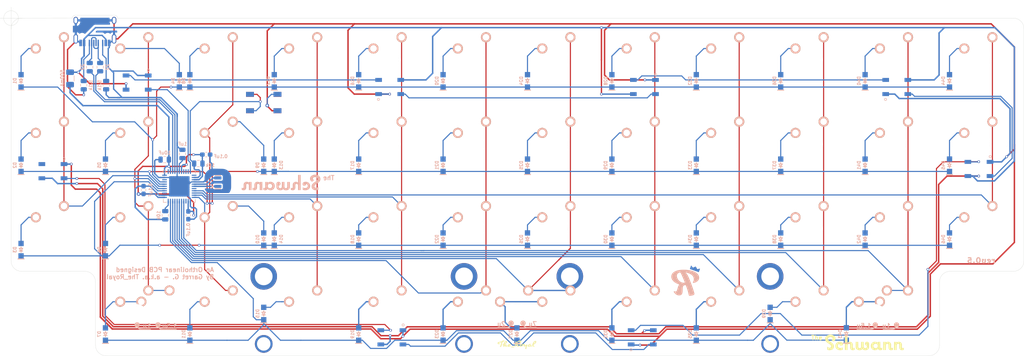
<source format=kicad_pcb>
(kicad_pcb (version 20171130) (host pcbnew "(5.1.2)-2")
  (layers (0 F.Cu signal) (31 B.Cu signal) (34 B.Paste user) (35 F.Paste user) (36 B.SilkS user) (37 F.SilkS user) (38 B.Mask user) (39 F.Mask user) (44 Edge.Cuts user))
  (net 0 "")
  (net 1 GND)
  (net 2 "Net-(C3-Pad1)")
  (net 3 +5V)
  (net 4 row1)
  (net 5 "Net-(D1-Pad2)")
  (net 6 "Net-(D2-Pad2)")
  (net 7 row2)
  (net 8 "Net-(D3-Pad2)")
  (net 9 row3)
  (net 10 "Net-(D4-Pad2)")
  (net 11 "Net-(D5-Pad2)")
  (net 12 "Net-(D6-Pad2)")
  (net 13 "Net-(D7-Pad2)")
  (net 14 row4)
  (net 15 "Net-(D8-Pad2)")
  (net 16 "Net-(D9-Pad2)")
  (net 17 "Net-(D10-Pad2)")
  (net 18 "Net-(D11-Pad2)")
  (net 19 "Net-(D12-Pad2)")
  (net 20 "Net-(D13-Pad2)")
  (net 21 "Net-(D14-Pad2)")
  (net 22 "Net-(D15-Pad2)")
  (net 23 "Net-(D16-Pad2)")
  (net 24 "Net-(D17-Pad2)")
  (net 25 "Net-(D18-Pad2)")
  (net 26 "Net-(D19-Pad2)")
  (net 27 "Net-(D20-Pad2)")
  (net 28 "Net-(D21-Pad2)")
  (net 29 "Net-(D22-Pad2)")
  (net 30 "Net-(D23-Pad2)")
  (net 31 "Net-(D24-Pad2)")
  (net 32 "Net-(D25-Pad2)")
  (net 33 "Net-(D26-Pad2)")
  (net 34 "Net-(D27-Pad2)")
  (net 35 "Net-(D28-Pad2)")
  (net 36 "Net-(D29-Pad2)")
  (net 37 "Net-(D30-Pad2)")
  (net 38 "Net-(D31-Pad2)")
  (net 39 "Net-(D32-Pad2)")
  (net 40 "Net-(D33-Pad2)")
  (net 41 "Net-(D34-Pad2)")
  (net 42 "Net-(D35-Pad2)")
  (net 43 "Net-(D36-Pad2)")
  (net 44 "Net-(D37-Pad2)")
  (net 45 "Net-(D38-Pad2)")
  (net 46 "Net-(D39-Pad2)")
  (net 47 "Net-(D40-Pad2)")
  (net 48 "Net-(D41-Pad2)")
  (net 49 "Net-(D42-Pad2)")
  (net 50 "Net-(D43-Pad2)")
  (net 51 "Net-(D44-Pad2)")
  (net 52 "Net-(D45-Pad2)")
  (net 53 "Net-(D46-Pad2)")
  (net 54 VCC)
  (net 55 "Net-(MCU1-Pad3)")
  (net 56 "Net-(MCU1-Pad4)")
  (net 57 "Net-(MCU1-Pad13)")
  (net 58 "Net-(MCU1-Pad33)")
  (net 59 "Net-(MCU1-Pad42)")
  (net 60 col1)
  (net 61 col2)
  (net 62 col3)
  (net 63 col4)
  (net 64 col5)
  (net 65 col6)
  (net 66 col7)
  (net 67 col8)
  (net 68 col9)
  (net 69 col10)
  (net 70 col11)
  (net 71 col12)
  (net 72 D+)
  (net 73 D-)
  (net 74 "Net-(R5-Pad1)")
  (net 75 "Net-(R6-Pad1)")
  (net 76 RGB)
  (net 77 "Net-(Cystal1-Pad3)")
  (net 78 "Net-(Cystal1-Pad1)")
  (net 79 "Net-(RGB1-Pad2)")
  (net 80 "Net-(RGB2-Pad2)")
  (net 81 "Net-(RGB3-Pad2)")
  (net 82 "Net-(RGB4-Pad2)")
  (net 83 "Net-(RGB5-Pad2)")
  (net 84 "Net-(RGB7-Pad2)")
  (net 85 "Net-(RGB10-Pad4)")
  (net 86 "Net-(RGB10-Pad2)")
  (net 87 EXTRA_F7)
  (net 88 EXTRA_E6)
  (net 89 EXTRA_D4)
  (net 90 EXTRA_D0)
  (net 91 EXTRA_B7)
  (net 92 EXTRA_B1)
  (net 93 EXTRA_B0)
  (net 94 EXTRA_B2)
  (module random-keyboard-parts:SKQG-1155865 (layer B.Cu) (at 91.80625 90.17075)
    (fp_text reference Rst1 hide)
    (fp_text value SW_PUSH)
    (pad 4 smd rect (at -3.1 -1.85) (size 1.8 1.1) (layers B.Cu B.Paste B.Mask))
    (pad 3 smd rect (at 3.1 1.85) (size 1.8 1.1) (layers B.Cu B.Paste B.Mask))
    (pad 2 smd rect (at -3.1 1.85) (size 1.8 1.1) (layers B.Cu B.Paste B.Mask) (net 57 "Net-(MCU1-Pad13)"))
    (pad 1 smd rect (at 3.1 -1.85) (size 1.8 1.1) (layers B.Cu B.Paste B.Mask) (net 1 GND))
  )
  (module Keebio-Parts:MX_PCB_7u_STABONLY (layer F.Cu) (at 148.95625 137.66875 180)
    (fp_text reference K7u1 hide)
    (fp_text value KEYSW hide)
    (pad HOLE thru_hole circle (at -57.15 8.255 180) (size 6 6) (drill 3.9878) (layers *.Cu *.Mask))
    (pad HOLE thru_hole circle (at -57.15 -6.985 180) (size 4 4) (drill 3.048) (layers *.Cu *.Mask))
    (pad HOLE np_thru_hole circle (at -57.15 -6.985 180) (size 3.048 3.048) (drill 3.048) (layers *.Cu))
    (pad HOLE thru_hole circle (at 57.15 -6.985 180) (size 4 4) (drill 3.048) (layers *.Cu *.Mask))
    (pad HOLE thru_hole circle (at 57.15 8.255 180) (size 6 6) (drill 3.9878) (layers *.Cu *.Mask))
  )
  (module Capacitor_SMD:C_0603_1608Metric_Pad1.05x0.95mm_HandSolder (layer B.Cu) (at 64.68125 109.91875 90)
    (fp_text reference 0.1uF (at 0.0025 1.58 90) (layer B.SilkS) (effects (font (size 0.75 0.75)) (justify mirror)))
    (fp_text value 0.1uF)
    (pad 2 smd roundrect (at 0.875 0 90) (size 1.05 0.95) (layers B.Cu B.Paste B.Mask) (net 1 GND))
    (pad 1 smd roundrect (at -0.875 0 90) (size 1.05 0.95) (layers B.Cu B.Paste B.Mask) (net 3 +5V))
  )
  (module Capacitor_SMD:C_0603_1608Metric_Pad1.05x0.95mm_HandSolder (layer B.Cu) (at 74.78125 115.61875 270)
    (fp_text reference 0.1uF (at 3.3 0 90) (layer B.SilkS) (effects (font (size 0.75 0.75)) (justify mirror)))
    (fp_text value 0.1uF)
    (pad 2 smd roundrect (at 0.875 0 270) (size 1.05 0.95) (layers B.Cu B.Paste B.Mask) (net 1 GND))
    (pad 1 smd roundrect (at -0.875 0 270) (size 1.05 0.95) (layers B.Cu B.Paste B.Mask) (net 3 +5V))
  )
  (module Capacitor_SMD:C_0603_1608Metric_Pad1.05x0.95mm_HandSolder (layer B.Cu) (at 78.83125 101.91875)
    (fp_text reference 0.1uF (at 3.26 0.4) (layer B.SilkS) (effects (font (size 0.75 0.75)) (justify mirror)))
    (fp_text value 0.1uF)
    (pad 2 smd roundrect (at 0.875 0) (size 1.05 0.95) (layers B.Cu B.Paste B.Mask) (net 1 GND))
    (pad 1 smd roundrect (at -0.875 0) (size 1.05 0.95) (layers B.Cu B.Paste B.Mask) (net 3 +5V))
  )
  (module "The_Royal Docs and Files:The_RoyalSigniture" (layer F.Cu) (at 148.95625 144.81875)
    (fp_text reference G*** hide)
    (fp_text value LOGO hide)
  )
  (module "The_Royal Docs and Files:WS2812B" (layer B.Cu) (at 120.73125 143.16875 270)
    (fp_text reference RGB8 hide)
    (fp_text value WS2812B hide)
    (pad 4 smd rect (at 1.6002 -2.49936 270) (size 0.89916 1.50114) (layers B.Cu B.Paste B.Mask) (net 84 "Net-(RGB7-Pad2)"))
    (pad 3 smd rect (at -1.6002 -2.49936 270) (size 0.89916 1.50114) (layers B.Cu B.Paste B.Mask) (net 1 GND))
    (pad 2 smd rect (at -1.6002 2.49936 270) (size 0.89916 1.50114) (layers B.Cu B.Paste B.Mask) (net 85 "Net-(RGB10-Pad4)"))
    (pad 1 smd rect (at 1.6002 2.49936 270) (size 0.89916 1.50114) (layers B.Cu B.Paste B.Mask) (net 54 VCC))
  )
  (module "The_Royal Docs and Files:WS2812B" (layer B.Cu) (at 177.73125 86.66875 270)
    (fp_text reference RGB3 hide)
    (fp_text value WS2812B hide)
    (pad 4 smd rect (at 1.6002 -2.49936 270) (size 0.89916 1.50114) (layers B.Cu B.Paste B.Mask) (net 80 "Net-(RGB2-Pad2)"))
    (pad 3 smd rect (at -1.6002 -2.49936 270) (size 0.89916 1.50114) (layers B.Cu B.Paste B.Mask) (net 1 GND))
    (pad 2 smd rect (at -1.6002 2.49936 270) (size 0.89916 1.50114) (layers B.Cu B.Paste B.Mask) (net 81 "Net-(RGB3-Pad2)"))
    (pad 1 smd rect (at 1.6002 2.49936 270) (size 0.89916 1.50114) (layers B.Cu B.Paste B.Mask) (net 54 VCC))
  )
  (module "The_Royal Docs and Files:WS2812B" (layer B.Cu) (at 44.23125 105.66875 270)
    (fp_text reference RGB10 hide)
    (fp_text value WS2812B hide)
    (pad 1 smd rect (at 1.6002 2.49936 270) (size 0.89916 1.50114) (layers B.Cu B.Paste B.Mask) (net 54 VCC))
    (pad 2 smd rect (at -1.6002 2.49936 270) (size 0.89916 1.50114) (layers B.Cu B.Paste B.Mask) (net 86 "Net-(RGB10-Pad2)"))
    (pad 3 smd rect (at -1.6002 -2.49936 270) (size 0.89916 1.50114) (layers B.Cu B.Paste B.Mask) (net 1 GND))
    (pad 4 smd rect (at 1.6002 -2.49936 270) (size 0.89916 1.50114) (layers B.Cu B.Paste B.Mask) (net 85 "Net-(RGB10-Pad4)"))
  )
  (module "The_Royal Docs and Files:WS2812B" (layer B.Cu) (at 177.23125 143.16875 90)
    (fp_text reference RGB7 hide)
    (fp_text value WS2812B hide)
    (pad 4 smd rect (at 1.6002 -2.49936 90) (size 0.89916 1.50114) (layers B.Cu B.Paste B.Mask) (net 83 "Net-(RGB5-Pad2)"))
    (pad 3 smd rect (at -1.6002 -2.49936 90) (size 0.89916 1.50114) (layers B.Cu B.Paste B.Mask) (net 1 GND))
    (pad 2 smd rect (at -1.6002 2.49936 90) (size 0.89916 1.50114) (layers B.Cu B.Paste B.Mask) (net 84 "Net-(RGB7-Pad2)"))
    (pad 1 smd rect (at 1.6002 2.49936 90) (size 0.89916 1.50114) (layers B.Cu B.Paste B.Mask) (net 54 VCC))
  )
  (module "The_Royal Docs and Files:WS2812B" (layer B.Cu) (at 253.23125 105.16875 270)
    (fp_text reference RGB5 hide)
    (fp_text value WS2812B hide)
    (pad 4 smd rect (at 1.6002 -2.49936 270) (size 0.89916 1.50114) (layers B.Cu B.Paste B.Mask) (net 82 "Net-(RGB4-Pad2)"))
    (pad 3 smd rect (at -1.6002 -2.49936 270) (size 0.89916 1.50114) (layers B.Cu B.Paste B.Mask) (net 1 GND))
    (pad 2 smd rect (at -1.6002 2.49936 270) (size 0.89916 1.50114) (layers B.Cu B.Paste B.Mask) (net 83 "Net-(RGB5-Pad2)"))
    (pad 1 smd rect (at 1.6002 2.49936 270) (size 0.89916 1.50114) (layers B.Cu B.Paste B.Mask) (net 54 VCC))
  )
  (module "The_Royal Docs and Files:WS2812B" (layer B.Cu) (at 234.68125 86.66875 90)
    (fp_text reference RGB4 hide)
    (fp_text value WS2812B hide)
    (pad 4 smd rect (at 1.6002 -2.49936 90) (size 0.89916 1.50114) (layers B.Cu B.Paste B.Mask) (net 81 "Net-(RGB3-Pad2)"))
    (pad 3 smd rect (at -1.6002 -2.49936 90) (size 0.89916 1.50114) (layers B.Cu B.Paste B.Mask) (net 1 GND))
    (pad 2 smd rect (at -1.6002 2.49936 90) (size 0.89916 1.50114) (layers B.Cu B.Paste B.Mask) (net 82 "Net-(RGB4-Pad2)"))
    (pad 1 smd rect (at 1.6002 2.49936 90) (size 0.89916 1.50114) (layers B.Cu B.Paste B.Mask) (net 54 VCC))
  )
  (module "The_Royal Docs and Files:WS2812B" (layer B.Cu) (at 120.23125 86.66875 90)
    (fp_text reference RGB2 hide)
    (fp_text value WS2812B hide)
    (pad 4 smd rect (at 1.6002 -2.49936 90) (size 0.89916 1.50114) (layers B.Cu B.Paste B.Mask) (net 79 "Net-(RGB1-Pad2)"))
    (pad 3 smd rect (at -1.6002 -2.49936 90) (size 0.89916 1.50114) (layers B.Cu B.Paste B.Mask) (net 1 GND))
    (pad 2 smd rect (at -1.6002 2.49936 90) (size 0.89916 1.50114) (layers B.Cu B.Paste B.Mask) (net 80 "Net-(RGB2-Pad2)"))
    (pad 1 smd rect (at 1.6002 2.49936 90) (size 0.89916 1.50114) (layers B.Cu B.Paste B.Mask) (net 54 VCC))
  )
  (module "The_Royal Docs and Files:WS2812B" (layer B.Cu) (at 63.23125 85.66875 270)
    (fp_text reference RGB1 hide)
    (fp_text value WS2812B hide)
    (pad 4 smd rect (at 1.6002 -2.49936 270) (size 0.89916 1.50114) (layers B.Cu B.Paste B.Mask) (net 76 RGB))
    (pad 3 smd rect (at -1.6002 -2.49936 270) (size 0.89916 1.50114) (layers B.Cu B.Paste B.Mask) (net 1 GND))
    (pad 2 smd rect (at -1.6002 2.49936 270) (size 0.89916 1.50114) (layers B.Cu B.Paste B.Mask) (net 79 "Net-(RGB1-Pad2)"))
    (pad 1 smd rect (at 1.6002 2.49936 270) (size 0.89916 1.50114) (layers B.Cu B.Paste B.Mask) (net 54 VCC))
  )
  (module "The_Royal Docs and Files:rev5" (layer B.Cu) (at 253.73125 125.7625 180)
    (fp_text reference G*** hide)
    (fp_text value LOGO hide)
  )
  (module Type-C:HRO-TYPE-C-31-M-12 (layer B.Cu) (at 53.70625 69.03125)
    (fp_text reference USB1 hide)
    (fp_text value HRO-TYPE-C-31-M-12)
    (pad 12 smd rect (at 3.225 7.695) (size 0.6 1.45) (layers B.Cu B.Paste B.Mask) (net 1 GND))
    (pad 1 smd rect (at -3.225 7.695) (size 0.6 1.45) (layers B.Cu B.Paste B.Mask) (net 1 GND))
    (pad 11 smd rect (at 2.45 7.695) (size 0.6 1.45) (layers B.Cu B.Paste B.Mask) (net 54 VCC))
    (pad 2 smd rect (at -2.45 7.695) (size 0.6 1.45) (layers B.Cu B.Paste B.Mask) (net 54 VCC))
    (pad 10 smd rect (at 1.75 7.695) (size 0.3 1.45) (layers B.Cu B.Paste B.Mask) (net 74 "Net-(R5-Pad1)"))
    (pad 4 smd rect (at -1.25 7.695) (size 0.3 1.45) (layers B.Cu B.Paste B.Mask) (net 75 "Net-(R6-Pad1)"))
    (pad 5 smd rect (at -0.75 7.695) (size 0.3 1.45) (layers B.Cu B.Paste B.Mask) (net 73 D-))
    (pad 8 smd rect (at 0.75 7.695) (size 0.3 1.45) (layers B.Cu B.Paste B.Mask) (net 72 D+))
    (pad 7 smd rect (at 0.25 7.695) (size 0.3 1.45) (layers B.Cu B.Paste B.Mask) (net 73 D-))
    (pad 6 smd rect (at -0.25 7.695) (size 0.3 1.45) (layers B.Cu B.Paste B.Mask) (net 72 D+))
    (pad "" np_thru_hole circle (at 2.89 6.25) (size 0.65 0.65) (drill 0.65) (layers *.Cu *.Mask))
    (pad "" np_thru_hole circle (at -2.89 6.25) (size 0.65 0.65) (drill 0.65) (layers *.Cu *.Mask))
    (pad 13 thru_hole oval (at -4.32 6.78) (size 1 2.1) (drill oval 0.6 1.7) (layers *.Cu F.Mask) (net 1 GND))
    (pad 13 thru_hole oval (at 4.32 6.78) (size 1 2.1) (drill oval 0.6 1.7) (layers *.Cu F.Mask) (net 1 GND))
    (pad 13 thru_hole oval (at -4.32 2.6) (size 1 1.6) (drill oval 0.6 1.2) (layers *.Cu F.Mask) (net 1 GND))
    (pad 13 thru_hole oval (at 4.32 2.6) (size 1 1.6) (drill oval 0.6 1.2) (layers *.Cu F.Mask) (net 1 GND))
  )
  (module "The_Royal Docs and Files:Schwann New Logo" (layer F.Cu) (at 227.39125 144.31875)
    (fp_text reference G*** hide)
    (fp_text value LOGO hide)
  )
  (module Keebio-Parts:MX_PCB_100H_SIMPLE_NOSILK (layer F.Cu) (at 148.95625 137.66875)
    (fp_text reference MX_7u1 hide)
    (fp_text value MX-NoLED hide)
    (pad 1 thru_hole circle (at 2.54 -5.08) (size 2.286 2.286) (drill 1.4986) (layers *.Cu *.SilkS *.Mask) (net 66 col7))
    (pad 2 thru_hole circle (at -3.81 -2.54) (size 2.286 2.286) (drill 1.4986) (layers *.Cu *.SilkS *.Mask) (net 34 "Net-(D27-Pad2)"))
    (pad HOLE np_thru_hole circle (at 0 0) (size 3.9878 3.9878) (drill 3.9878) (layers *.Cu))
    (pad HOLE np_thru_hole circle (at -5.08 0) (size 1.8 1.8) (drill 1.8) (layers *.Cu))
    (pad HOLE np_thru_hole circle (at 5.08 0) (size 1.8 1.8) (drill 1.8) (layers *.Cu))
  )
  (module Keebio-Parts:MX_PCB_100H_SIMPLE_NOSILK (layer F.Cu) (at 215.63125 137.66875)
    (fp_text reference MX45 hide)
    (fp_text value MX-NoLED hide)
    (pad HOLE np_thru_hole circle (at 5.08 0) (size 1.8 1.8) (drill 1.8) (layers *.Cu))
    (pad HOLE np_thru_hole circle (at -5.08 0) (size 1.8 1.8) (drill 1.8) (layers *.Cu))
    (pad HOLE np_thru_hole circle (at 0 0) (size 3.9878 3.9878) (drill 3.9878) (layers *.Cu))
    (pad 2 thru_hole circle (at -3.81 -2.54) (size 2.286 2.286) (drill 1.4986) (layers *.Cu *.SilkS *.Mask) (net 46 "Net-(D39-Pad2)"))
    (pad 1 thru_hole circle (at 2.54 -5.08) (size 2.286 2.286) (drill 1.4986) (layers *.Cu *.SilkS *.Mask) (net 69 col10))
  )
  (module Keebio-Parts:MX_PCB_100H_SIMPLE_NOSILK (layer F.Cu) (at 196.58125 137.66875)
    (fp_text reference MX44 hide)
    (fp_text value MX-NoLED hide)
    (pad 1 thru_hole circle (at 2.54 -5.08) (size 2.286 2.286) (drill 1.4986) (layers *.Cu *.SilkS *.Mask) (net 68 col9))
    (pad 2 thru_hole circle (at -3.81 -2.54) (size 2.286 2.286) (drill 1.4986) (layers *.Cu *.SilkS *.Mask) (net 42 "Net-(D35-Pad2)"))
    (pad HOLE np_thru_hole circle (at 0 0) (size 3.9878 3.9878) (drill 3.9878) (layers *.Cu))
    (pad HOLE np_thru_hole circle (at -5.08 0) (size 1.8 1.8) (drill 1.8) (layers *.Cu))
    (pad HOLE np_thru_hole circle (at 5.08 0) (size 1.8 1.8) (drill 1.8) (layers *.Cu))
  )
  (module Keebio-Parts:MX_PCB_100H_SIMPLE_NOSILK (layer F.Cu) (at 177.53125 137.66875)
    (fp_text reference MX43 hide)
    (fp_text value MX-NoLED hide)
    (pad HOLE np_thru_hole circle (at 5.08 0) (size 1.8 1.8) (drill 1.8) (layers *.Cu))
    (pad HOLE np_thru_hole circle (at -5.08 0) (size 1.8 1.8) (drill 1.8) (layers *.Cu))
    (pad HOLE np_thru_hole circle (at 0 0) (size 3.9878 3.9878) (drill 3.9878) (layers *.Cu))
    (pad 2 thru_hole circle (at -3.81 -2.54) (size 2.286 2.286) (drill 1.4986) (layers *.Cu *.SilkS *.Mask) (net 38 "Net-(D31-Pad2)"))
    (pad 1 thru_hole circle (at 2.54 -5.08) (size 2.286 2.286) (drill 1.4986) (layers *.Cu *.SilkS *.Mask) (net 67 col8))
  )
  (module Keebio-Parts:MX_PCB_100H_SIMPLE_NOSILK (layer F.Cu) (at 158.48125 137.66875)
    (fp_text reference MX42 hide)
    (fp_text value MX-NoLED hide)
    (pad 1 thru_hole circle (at 2.54 -5.08) (size 2.286 2.286) (drill 1.4986) (layers *.Cu *.SilkS *.Mask) (net 66 col7))
    (pad 2 thru_hole circle (at -3.81 -2.54) (size 2.286 2.286) (drill 1.4986) (layers *.Cu *.SilkS *.Mask) (net 34 "Net-(D27-Pad2)"))
    (pad HOLE np_thru_hole circle (at 0 0) (size 3.9878 3.9878) (drill 3.9878) (layers *.Cu))
    (pad HOLE np_thru_hole circle (at -5.08 0) (size 1.8 1.8) (drill 1.8) (layers *.Cu))
    (pad HOLE np_thru_hole circle (at 5.08 0) (size 1.8 1.8) (drill 1.8) (layers *.Cu))
  )
  (module Keebio-Parts:MX_PCB_100H_SIMPLE_NOSILK (layer F.Cu) (at 139.43125 137.66875)
    (fp_text reference MX41 hide)
    (fp_text value MX-NoLED hide)
    (pad HOLE np_thru_hole circle (at 5.08 0) (size 1.8 1.8) (drill 1.8) (layers *.Cu))
    (pad HOLE np_thru_hole circle (at -5.08 0) (size 1.8 1.8) (drill 1.8) (layers *.Cu))
    (pad HOLE np_thru_hole circle (at 0 0) (size 3.9878 3.9878) (drill 3.9878) (layers *.Cu))
    (pad 2 thru_hole circle (at -3.81 -2.54) (size 2.286 2.286) (drill 1.4986) (layers *.Cu *.SilkS *.Mask) (net 30 "Net-(D23-Pad2)"))
    (pad 1 thru_hole circle (at 2.54 -5.08) (size 2.286 2.286) (drill 1.4986) (layers *.Cu *.SilkS *.Mask) (net 65 col6))
  )
  (module Keebio-Parts:MX_PCB_100H_SIMPLE_NOSILK (layer F.Cu) (at 120.38125 137.66875)
    (fp_text reference MX40 hide)
    (fp_text value MX-NoLED hide)
    (pad 1 thru_hole circle (at 2.54 -5.08) (size 2.286 2.286) (drill 1.4986) (layers *.Cu *.SilkS *.Mask) (net 64 col5))
    (pad 2 thru_hole circle (at -3.81 -2.54) (size 2.286 2.286) (drill 1.4986) (layers *.Cu *.SilkS *.Mask) (net 26 "Net-(D19-Pad2)"))
    (pad HOLE np_thru_hole circle (at 0 0) (size 3.9878 3.9878) (drill 3.9878) (layers *.Cu))
    (pad HOLE np_thru_hole circle (at -5.08 0) (size 1.8 1.8) (drill 1.8) (layers *.Cu))
    (pad HOLE np_thru_hole circle (at 5.08 0) (size 1.8 1.8) (drill 1.8) (layers *.Cu))
  )
  (module Keebio-Parts:MX_PCB_100H_SIMPLE_NOSILK (layer F.Cu) (at 101.33125 137.66875)
    (fp_text reference MX39 hide)
    (fp_text value MX-NoLED hide)
    (pad HOLE np_thru_hole circle (at 5.08 0) (size 1.8 1.8) (drill 1.8) (layers *.Cu))
    (pad HOLE np_thru_hole circle (at -5.08 0) (size 1.8 1.8) (drill 1.8) (layers *.Cu))
    (pad HOLE np_thru_hole circle (at 0 0) (size 3.9878 3.9878) (drill 3.9878) (layers *.Cu))
    (pad 2 thru_hole circle (at -3.81 -2.54) (size 2.286 2.286) (drill 1.4986) (layers *.Cu *.SilkS *.Mask) (net 22 "Net-(D15-Pad2)"))
    (pad 1 thru_hole circle (at 2.54 -5.08) (size 2.286 2.286) (drill 1.4986) (layers *.Cu *.SilkS *.Mask) (net 63 col4))
  )
  (module Keebio-Parts:MX_PCB_100H_SIMPLE_NOSILK (layer F.Cu) (at 82.28125 137.66875)
    (fp_text reference MX38 hide)
    (fp_text value MX-NoLED hide)
    (pad 1 thru_hole circle (at 2.54 -5.08) (size 2.286 2.286) (drill 1.4986) (layers *.Cu *.SilkS *.Mask) (net 62 col3))
    (pad 2 thru_hole circle (at -3.81 -2.54) (size 2.286 2.286) (drill 1.4986) (layers *.Cu *.SilkS *.Mask) (net 18 "Net-(D11-Pad2)"))
    (pad HOLE np_thru_hole circle (at 0 0) (size 3.9878 3.9878) (drill 3.9878) (layers *.Cu))
    (pad HOLE np_thru_hole circle (at -5.08 0) (size 1.8 1.8) (drill 1.8) (layers *.Cu))
    (pad HOLE np_thru_hole circle (at 5.08 0) (size 1.8 1.8) (drill 1.8) (layers *.Cu))
  )
  (module Keebio-Parts:MX_PCB_100H_SIMPLE_NOSILK (layer F.Cu) (at 63.23125 137.66875)
    (fp_text reference MX37 hide)
    (fp_text value MX-NoLED hide)
    (pad HOLE np_thru_hole circle (at 5.08 0) (size 1.8 1.8) (drill 1.8) (layers *.Cu))
    (pad HOLE np_thru_hole circle (at -5.08 0) (size 1.8 1.8) (drill 1.8) (layers *.Cu))
    (pad HOLE np_thru_hole circle (at 0 0) (size 3.9878 3.9878) (drill 3.9878) (layers *.Cu))
    (pad 2 thru_hole circle (at -3.81 -2.54) (size 2.286 2.286) (drill 1.4986) (layers *.Cu *.SilkS *.Mask) (net 13 "Net-(D7-Pad2)"))
    (pad 1 thru_hole circle (at 2.54 -5.08) (size 2.286 2.286) (drill 1.4986) (layers *.Cu *.SilkS *.Mask) (net 61 col2))
  )
  (module Keebio-Parts:MX_PCB_100H_SIMPLE_NOSILK (layer F.Cu) (at 253.73125 118.61875)
    (fp_text reference MX36 hide)
    (fp_text value MX-NoLED hide)
    (pad 1 thru_hole circle (at 2.54 -5.08) (size 2.286 2.286) (drill 1.4986) (layers *.Cu *.SilkS *.Mask) (net 71 col12))
    (pad 2 thru_hole circle (at -3.81 -2.54) (size 2.286 2.286) (drill 1.4986) (layers *.Cu *.SilkS *.Mask) (net 53 "Net-(D46-Pad2)"))
    (pad HOLE np_thru_hole circle (at 0 0) (size 3.9878 3.9878) (drill 3.9878) (layers *.Cu))
    (pad HOLE np_thru_hole circle (at -5.08 0) (size 1.8 1.8) (drill 1.8) (layers *.Cu))
    (pad HOLE np_thru_hole circle (at 5.08 0) (size 1.8 1.8) (drill 1.8) (layers *.Cu))
  )
  (module Keebio-Parts:MX_PCB_100H_SIMPLE_NOSILK (layer F.Cu) (at 234.68125 118.61875)
    (fp_text reference MX35 hide)
    (fp_text value MX-NoLED hide)
    (pad HOLE np_thru_hole circle (at 5.08 0) (size 1.8 1.8) (drill 1.8) (layers *.Cu))
    (pad HOLE np_thru_hole circle (at -5.08 0) (size 1.8 1.8) (drill 1.8) (layers *.Cu))
    (pad HOLE np_thru_hole circle (at 0 0) (size 3.9878 3.9878) (drill 3.9878) (layers *.Cu))
    (pad 2 thru_hole circle (at -3.81 -2.54) (size 2.286 2.286) (drill 1.4986) (layers *.Cu *.SilkS *.Mask) (net 49 "Net-(D42-Pad2)"))
    (pad 1 thru_hole circle (at 2.54 -5.08) (size 2.286 2.286) (drill 1.4986) (layers *.Cu *.SilkS *.Mask) (net 70 col11))
  )
  (module Keebio-Parts:MX_PCB_100H_SIMPLE_NOSILK (layer F.Cu) (at 215.63125 118.61875)
    (fp_text reference MX34 hide)
    (fp_text value MX-NoLED hide)
    (pad HOLE np_thru_hole circle (at 5.08 0) (size 1.8 1.8) (drill 1.8) (layers *.Cu))
    (pad HOLE np_thru_hole circle (at -5.08 0) (size 1.8 1.8) (drill 1.8) (layers *.Cu))
    (pad HOLE np_thru_hole circle (at 0 0) (size 3.9878 3.9878) (drill 3.9878) (layers *.Cu))
    (pad 2 thru_hole circle (at -3.81 -2.54) (size 2.286 2.286) (drill 1.4986) (layers *.Cu *.SilkS *.Mask) (net 45 "Net-(D38-Pad2)"))
    (pad 1 thru_hole circle (at 2.54 -5.08) (size 2.286 2.286) (drill 1.4986) (layers *.Cu *.SilkS *.Mask) (net 69 col10))
  )
  (module Keebio-Parts:MX_PCB_100H_SIMPLE_NOSILK (layer F.Cu) (at 196.58125 118.61875)
    (fp_text reference MX33 hide)
    (fp_text value MX-NoLED hide)
    (pad HOLE np_thru_hole circle (at 5.08 0) (size 1.8 1.8) (drill 1.8) (layers *.Cu))
    (pad HOLE np_thru_hole circle (at -5.08 0) (size 1.8 1.8) (drill 1.8) (layers *.Cu))
    (pad HOLE np_thru_hole circle (at 0 0) (size 3.9878 3.9878) (drill 3.9878) (layers *.Cu))
    (pad 2 thru_hole circle (at -3.81 -2.54) (size 2.286 2.286) (drill 1.4986) (layers *.Cu *.SilkS *.Mask) (net 41 "Net-(D34-Pad2)"))
    (pad 1 thru_hole circle (at 2.54 -5.08) (size 2.286 2.286) (drill 1.4986) (layers *.Cu *.SilkS *.Mask) (net 68 col9))
  )
  (module Keebio-Parts:MX_PCB_100H_SIMPLE_NOSILK (layer F.Cu) (at 177.53125 118.61875)
    (fp_text reference MX32 hide)
    (fp_text value MX-NoLED hide)
    (pad 1 thru_hole circle (at 2.54 -5.08) (size 2.286 2.286) (drill 1.4986) (layers *.Cu *.SilkS *.Mask) (net 67 col8))
    (pad 2 thru_hole circle (at -3.81 -2.54) (size 2.286 2.286) (drill 1.4986) (layers *.Cu *.SilkS *.Mask) (net 37 "Net-(D30-Pad2)"))
    (pad HOLE np_thru_hole circle (at 0 0) (size 3.9878 3.9878) (drill 3.9878) (layers *.Cu))
    (pad HOLE np_thru_hole circle (at -5.08 0) (size 1.8 1.8) (drill 1.8) (layers *.Cu))
    (pad HOLE np_thru_hole circle (at 5.08 0) (size 1.8 1.8) (drill 1.8) (layers *.Cu))
  )
  (module Keebio-Parts:MX_PCB_100H_SIMPLE_NOSILK (layer F.Cu) (at 158.48125 118.61875)
    (fp_text reference MX31 hide)
    (fp_text value MX-NoLED hide)
    (pad HOLE np_thru_hole circle (at 5.08 0) (size 1.8 1.8) (drill 1.8) (layers *.Cu))
    (pad HOLE np_thru_hole circle (at -5.08 0) (size 1.8 1.8) (drill 1.8) (layers *.Cu))
    (pad HOLE np_thru_hole circle (at 0 0) (size 3.9878 3.9878) (drill 3.9878) (layers *.Cu))
    (pad 2 thru_hole circle (at -3.81 -2.54) (size 2.286 2.286) (drill 1.4986) (layers *.Cu *.SilkS *.Mask) (net 33 "Net-(D26-Pad2)"))
    (pad 1 thru_hole circle (at 2.54 -5.08) (size 2.286 2.286) (drill 1.4986) (layers *.Cu *.SilkS *.Mask) (net 66 col7))
  )
  (module Keebio-Parts:MX_PCB_100H_SIMPLE_NOSILK (layer F.Cu) (at 139.43125 118.61875)
    (fp_text reference MX30 hide)
    (fp_text value MX-NoLED hide)
    (pad 1 thru_hole circle (at 2.54 -5.08) (size 2.286 2.286) (drill 1.4986) (layers *.Cu *.SilkS *.Mask) (net 65 col6))
    (pad 2 thru_hole circle (at -3.81 -2.54) (size 2.286 2.286) (drill 1.4986) (layers *.Cu *.SilkS *.Mask) (net 29 "Net-(D22-Pad2)"))
    (pad HOLE np_thru_hole circle (at 0 0) (size 3.9878 3.9878) (drill 3.9878) (layers *.Cu))
    (pad HOLE np_thru_hole circle (at -5.08 0) (size 1.8 1.8) (drill 1.8) (layers *.Cu))
    (pad HOLE np_thru_hole circle (at 5.08 0) (size 1.8 1.8) (drill 1.8) (layers *.Cu))
  )
  (module Keebio-Parts:MX_PCB_100H_SIMPLE_NOSILK (layer F.Cu) (at 120.38125 118.61875)
    (fp_text reference MX29 hide)
    (fp_text value MX-NoLED hide)
    (pad 1 thru_hole circle (at 2.54 -5.08) (size 2.286 2.286) (drill 1.4986) (layers *.Cu *.SilkS *.Mask) (net 64 col5))
    (pad 2 thru_hole circle (at -3.81 -2.54) (size 2.286 2.286) (drill 1.4986) (layers *.Cu *.SilkS *.Mask) (net 25 "Net-(D18-Pad2)"))
    (pad HOLE np_thru_hole circle (at 0 0) (size 3.9878 3.9878) (drill 3.9878) (layers *.Cu))
    (pad HOLE np_thru_hole circle (at -5.08 0) (size 1.8 1.8) (drill 1.8) (layers *.Cu))
    (pad HOLE np_thru_hole circle (at 5.08 0) (size 1.8 1.8) (drill 1.8) (layers *.Cu))
  )
  (module Keebio-Parts:MX_PCB_100H_SIMPLE_NOSILK (layer F.Cu) (at 101.33125 118.61875)
    (fp_text reference MX28 hide)
    (fp_text value MX-NoLED hide)
    (pad 1 thru_hole circle (at 2.54 -5.08) (size 2.286 2.286) (drill 1.4986) (layers *.Cu *.SilkS *.Mask) (net 63 col4))
    (pad 2 thru_hole circle (at -3.81 -2.54) (size 2.286 2.286) (drill 1.4986) (layers *.Cu *.SilkS *.Mask) (net 21 "Net-(D14-Pad2)"))
    (pad HOLE np_thru_hole circle (at 0 0) (size 3.9878 3.9878) (drill 3.9878) (layers *.Cu))
    (pad HOLE np_thru_hole circle (at -5.08 0) (size 1.8 1.8) (drill 1.8) (layers *.Cu))
    (pad HOLE np_thru_hole circle (at 5.08 0) (size 1.8 1.8) (drill 1.8) (layers *.Cu))
  )
  (module Keebio-Parts:MX_PCB_100H_SIMPLE_NOSILK (layer F.Cu) (at 82.28125 118.61875)
    (fp_text reference MX27 hide)
    (fp_text value MX-NoLED hide)
    (pad HOLE np_thru_hole circle (at 5.08 0) (size 1.8 1.8) (drill 1.8) (layers *.Cu))
    (pad HOLE np_thru_hole circle (at -5.08 0) (size 1.8 1.8) (drill 1.8) (layers *.Cu))
    (pad HOLE np_thru_hole circle (at 0 0) (size 3.9878 3.9878) (drill 3.9878) (layers *.Cu))
    (pad 2 thru_hole circle (at -3.81 -2.54) (size 2.286 2.286) (drill 1.4986) (layers *.Cu *.SilkS *.Mask) (net 62 col3))
    (pad 1 thru_hole circle (at 2.54 -5.08) (size 2.286 2.286) (drill 1.4986) (layers *.Cu *.SilkS *.Mask) (net 17 "Net-(D10-Pad2)"))
  )
  (module Keebio-Parts:MX_PCB_100H_SIMPLE_NOSILK (layer F.Cu) (at 44.18125 118.61875)
    (fp_text reference MX25 hide)
    (fp_text value MX-NoLED hide)
    (pad 1 thru_hole circle (at 2.54 -5.08) (size 2.286 2.286) (drill 1.4986) (layers *.Cu *.SilkS *.Mask) (net 60 col1))
    (pad 2 thru_hole circle (at -3.81 -2.54) (size 2.286 2.286) (drill 1.4986) (layers *.Cu *.SilkS *.Mask) (net 8 "Net-(D3-Pad2)"))
    (pad HOLE np_thru_hole circle (at 0 0) (size 3.9878 3.9878) (drill 3.9878) (layers *.Cu))
    (pad HOLE np_thru_hole circle (at -5.08 0) (size 1.8 1.8) (drill 1.8) (layers *.Cu))
    (pad HOLE np_thru_hole circle (at 5.08 0) (size 1.8 1.8) (drill 1.8) (layers *.Cu))
  )
  (module Keebio-Parts:MX_PCB_100H_SIMPLE_NOSILK (layer F.Cu) (at 253.73125 99.56875)
    (fp_text reference MX24 hide)
    (fp_text value MX-NoLED hide)
    (pad HOLE np_thru_hole circle (at 5.08 0) (size 1.8 1.8) (drill 1.8) (layers *.Cu))
    (pad HOLE np_thru_hole circle (at -5.08 0) (size 1.8 1.8) (drill 1.8) (layers *.Cu))
    (pad HOLE np_thru_hole circle (at 0 0) (size 3.9878 3.9878) (drill 3.9878) (layers *.Cu))
    (pad 2 thru_hole circle (at -3.81 -2.54) (size 2.286 2.286) (drill 1.4986) (layers *.Cu *.SilkS *.Mask) (net 52 "Net-(D45-Pad2)"))
    (pad 1 thru_hole circle (at 2.54 -5.08) (size 2.286 2.286) (drill 1.4986) (layers *.Cu *.SilkS *.Mask) (net 71 col12))
  )
  (module Keebio-Parts:MX_PCB_100H_SIMPLE_NOSILK (layer F.Cu) (at 234.68125 99.56875)
    (fp_text reference MX23 hide)
    (fp_text value MX-NoLED hide)
    (pad 1 thru_hole circle (at 2.54 -5.08) (size 2.286 2.286) (drill 1.4986) (layers *.Cu *.SilkS *.Mask) (net 70 col11))
    (pad 2 thru_hole circle (at -3.81 -2.54) (size 2.286 2.286) (drill 1.4986) (layers *.Cu *.SilkS *.Mask) (net 48 "Net-(D41-Pad2)"))
    (pad HOLE np_thru_hole circle (at 0 0) (size 3.9878 3.9878) (drill 3.9878) (layers *.Cu))
    (pad HOLE np_thru_hole circle (at -5.08 0) (size 1.8 1.8) (drill 1.8) (layers *.Cu))
    (pad HOLE np_thru_hole circle (at 5.08 0) (size 1.8 1.8) (drill 1.8) (layers *.Cu))
  )
  (module Keebio-Parts:MX_PCB_100H_SIMPLE_NOSILK (layer F.Cu) (at 215.63125 99.56875)
    (fp_text reference MX22 hide)
    (fp_text value MX-NoLED hide)
    (pad HOLE np_thru_hole circle (at 5.08 0) (size 1.8 1.8) (drill 1.8) (layers *.Cu))
    (pad HOLE np_thru_hole circle (at -5.08 0) (size 1.8 1.8) (drill 1.8) (layers *.Cu))
    (pad HOLE np_thru_hole circle (at 0 0) (size 3.9878 3.9878) (drill 3.9878) (layers *.Cu))
    (pad 2 thru_hole circle (at -3.81 -2.54) (size 2.286 2.286) (drill 1.4986) (layers *.Cu *.SilkS *.Mask) (net 44 "Net-(D37-Pad2)"))
    (pad 1 thru_hole circle (at 2.54 -5.08) (size 2.286 2.286) (drill 1.4986) (layers *.Cu *.SilkS *.Mask) (net 69 col10))
  )
  (module Keebio-Parts:MX_PCB_100H_SIMPLE_NOSILK (layer F.Cu) (at 196.58125 99.56875)
    (fp_text reference MX21 hide)
    (fp_text value MX-NoLED hide)
    (pad 1 thru_hole circle (at 2.54 -5.08) (size 2.286 2.286) (drill 1.4986) (layers *.Cu *.SilkS *.Mask) (net 68 col9))
    (pad 2 thru_hole circle (at -3.81 -2.54) (size 2.286 2.286) (drill 1.4986) (layers *.Cu *.SilkS *.Mask) (net 40 "Net-(D33-Pad2)"))
    (pad HOLE np_thru_hole circle (at 0 0) (size 3.9878 3.9878) (drill 3.9878) (layers *.Cu))
    (pad HOLE np_thru_hole circle (at -5.08 0) (size 1.8 1.8) (drill 1.8) (layers *.Cu))
    (pad HOLE np_thru_hole circle (at 5.08 0) (size 1.8 1.8) (drill 1.8) (layers *.Cu))
  )
  (module Keebio-Parts:MX_PCB_100H_SIMPLE_NOSILK (layer F.Cu) (at 177.53125 99.56875)
    (fp_text reference MX20 hide)
    (fp_text value MX-NoLED hide)
    (pad 1 thru_hole circle (at 2.54 -5.08) (size 2.286 2.286) (drill 1.4986) (layers *.Cu *.SilkS *.Mask) (net 67 col8))
    (pad 2 thru_hole circle (at -3.81 -2.54) (size 2.286 2.286) (drill 1.4986) (layers *.Cu *.SilkS *.Mask) (net 36 "Net-(D29-Pad2)"))
    (pad HOLE np_thru_hole circle (at 0 0) (size 3.9878 3.9878) (drill 3.9878) (layers *.Cu))
    (pad HOLE np_thru_hole circle (at -5.08 0) (size 1.8 1.8) (drill 1.8) (layers *.Cu))
    (pad HOLE np_thru_hole circle (at 5.08 0) (size 1.8 1.8) (drill 1.8) (layers *.Cu))
  )
  (module Keebio-Parts:MX_PCB_100H_SIMPLE_NOSILK (layer F.Cu) (at 158.48125 99.56875)
    (fp_text reference MX19 hide)
    (fp_text value MX-NoLED hide)
    (pad HOLE np_thru_hole circle (at 5.08 0) (size 1.8 1.8) (drill 1.8) (layers *.Cu))
    (pad HOLE np_thru_hole circle (at -5.08 0) (size 1.8 1.8) (drill 1.8) (layers *.Cu))
    (pad HOLE np_thru_hole circle (at 0 0) (size 3.9878 3.9878) (drill 3.9878) (layers *.Cu))
    (pad 2 thru_hole circle (at -3.81 -2.54) (size 2.286 2.286) (drill 1.4986) (layers *.Cu *.SilkS *.Mask) (net 32 "Net-(D25-Pad2)"))
    (pad 1 thru_hole circle (at 2.54 -5.08) (size 2.286 2.286) (drill 1.4986) (layers *.Cu *.SilkS *.Mask) (net 66 col7))
  )
  (module Keebio-Parts:MX_PCB_100H_SIMPLE_NOSILK (layer F.Cu) (at 139.43125 99.56875)
    (fp_text reference MX18 hide)
    (fp_text value MX-NoLED hide)
    (pad 1 thru_hole circle (at 2.54 -5.08) (size 2.286 2.286) (drill 1.4986) (layers *.Cu *.SilkS *.Mask) (net 65 col6))
    (pad 2 thru_hole circle (at -3.81 -2.54) (size 2.286 2.286) (drill 1.4986) (layers *.Cu *.SilkS *.Mask) (net 28 "Net-(D21-Pad2)"))
    (pad HOLE np_thru_hole circle (at 0 0) (size 3.9878 3.9878) (drill 3.9878) (layers *.Cu))
    (pad HOLE np_thru_hole circle (at -5.08 0) (size 1.8 1.8) (drill 1.8) (layers *.Cu))
    (pad HOLE np_thru_hole circle (at 5.08 0) (size 1.8 1.8) (drill 1.8) (layers *.Cu))
  )
  (module Keebio-Parts:MX_PCB_100H_SIMPLE_NOSILK (layer F.Cu) (at 101.33125 99.56875)
    (fp_text reference MX16 hide)
    (fp_text value MX-NoLED hide)
    (pad 1 thru_hole circle (at 2.54 -5.08) (size 2.286 2.286) (drill 1.4986) (layers *.Cu *.SilkS *.Mask) (net 63 col4))
    (pad 2 thru_hole circle (at -3.81 -2.54) (size 2.286 2.286) (drill 1.4986) (layers *.Cu *.SilkS *.Mask) (net 20 "Net-(D13-Pad2)"))
    (pad HOLE np_thru_hole circle (at 0 0) (size 3.9878 3.9878) (drill 3.9878) (layers *.Cu))
    (pad HOLE np_thru_hole circle (at -5.08 0) (size 1.8 1.8) (drill 1.8) (layers *.Cu))
    (pad HOLE np_thru_hole circle (at 5.08 0) (size 1.8 1.8) (drill 1.8) (layers *.Cu))
  )
  (module Keebio-Parts:MX_PCB_100H_SIMPLE_NOSILK (layer F.Cu) (at 44.18125 99.56875)
    (fp_text reference MX13 hide)
    (fp_text value MX-NoLED hide)
    (pad HOLE np_thru_hole circle (at 5.08 0) (size 1.8 1.8) (drill 1.8) (layers *.Cu))
    (pad HOLE np_thru_hole circle (at -5.08 0) (size 1.8 1.8) (drill 1.8) (layers *.Cu))
    (pad HOLE np_thru_hole circle (at 0 0) (size 3.9878 3.9878) (drill 3.9878) (layers *.Cu))
    (pad 2 thru_hole circle (at -3.81 -2.54) (size 2.286 2.286) (drill 1.4986) (layers *.Cu *.SilkS *.Mask) (net 6 "Net-(D2-Pad2)"))
    (pad 1 thru_hole circle (at 2.54 -5.08) (size 2.286 2.286) (drill 1.4986) (layers *.Cu *.SilkS *.Mask) (net 60 col1))
  )
  (module Keebio-Parts:MX_PCB_100H_SIMPLE_NOSILK (layer F.Cu) (at 234.68125 80.51875)
    (fp_text reference MX11 hide)
    (fp_text value MX-NoLED hide)
    (pad HOLE np_thru_hole circle (at 5.08 0) (size 1.8 1.8) (drill 1.8) (layers *.Cu))
    (pad HOLE np_thru_hole circle (at -5.08 0) (size 1.8 1.8) (drill 1.8) (layers *.Cu))
    (pad HOLE np_thru_hole circle (at 0 0) (size 3.9878 3.9878) (drill 3.9878) (layers *.Cu))
    (pad 2 thru_hole circle (at -3.81 -2.54) (size 2.286 2.286) (drill 1.4986) (layers *.Cu *.SilkS *.Mask) (net 47 "Net-(D40-Pad2)"))
    (pad 1 thru_hole circle (at 2.54 -5.08) (size 2.286 2.286) (drill 1.4986) (layers *.Cu *.SilkS *.Mask) (net 70 col11))
  )
  (module Keebio-Parts:MX_PCB_100H_SIMPLE_NOSILK (layer F.Cu) (at 215.63125 80.51875)
    (fp_text reference MX10 hide)
    (fp_text value MX-NoLED hide)
    (pad HOLE np_thru_hole circle (at 5.08 0) (size 1.8 1.8) (drill 1.8) (layers *.Cu))
    (pad HOLE np_thru_hole circle (at -5.08 0) (size 1.8 1.8) (drill 1.8) (layers *.Cu))
    (pad HOLE np_thru_hole circle (at 0 0) (size 3.9878 3.9878) (drill 3.9878) (layers *.Cu))
    (pad 2 thru_hole circle (at -3.81 -2.54) (size 2.286 2.286) (drill 1.4986) (layers *.Cu *.SilkS *.Mask) (net 43 "Net-(D36-Pad2)"))
    (pad 1 thru_hole circle (at 2.54 -5.08) (size 2.286 2.286) (drill 1.4986) (layers *.Cu *.SilkS *.Mask) (net 69 col10))
  )
  (module Keebio-Parts:MX_PCB_100H_SIMPLE_NOSILK (layer F.Cu) (at 196.58125 80.51875)
    (fp_text reference MX9 hide)
    (fp_text value MX-NoLED hide)
    (pad 1 thru_hole circle (at 2.54 -5.08) (size 2.286 2.286) (drill 1.4986) (layers *.Cu *.SilkS *.Mask) (net 68 col9))
    (pad 2 thru_hole circle (at -3.81 -2.54) (size 2.286 2.286) (drill 1.4986) (layers *.Cu *.SilkS *.Mask) (net 39 "Net-(D32-Pad2)"))
    (pad HOLE np_thru_hole circle (at 0 0) (size 3.9878 3.9878) (drill 3.9878) (layers *.Cu))
    (pad HOLE np_thru_hole circle (at -5.08 0) (size 1.8 1.8) (drill 1.8) (layers *.Cu))
    (pad HOLE np_thru_hole circle (at 5.08 0) (size 1.8 1.8) (drill 1.8) (layers *.Cu))
  )
  (module Keebio-Parts:MX_PCB_100H_SIMPLE_NOSILK (layer F.Cu) (at 177.53125 80.51875)
    (fp_text reference MX8 hide)
    (fp_text value MX-NoLED hide)
    (pad HOLE np_thru_hole circle (at 5.08 0) (size 1.8 1.8) (drill 1.8) (layers *.Cu))
    (pad HOLE np_thru_hole circle (at -5.08 0) (size 1.8 1.8) (drill 1.8) (layers *.Cu))
    (pad HOLE np_thru_hole circle (at 0 0) (size 3.9878 3.9878) (drill 3.9878) (layers *.Cu))
    (pad 2 thru_hole circle (at -3.81 -2.54) (size 2.286 2.286) (drill 1.4986) (layers *.Cu *.SilkS *.Mask) (net 35 "Net-(D28-Pad2)"))
    (pad 1 thru_hole circle (at 2.54 -5.08) (size 2.286 2.286) (drill 1.4986) (layers *.Cu *.SilkS *.Mask) (net 67 col8))
  )
  (module Keebio-Parts:MX_PCB_100H_SIMPLE_NOSILK (layer F.Cu) (at 158.48125 80.51875)
    (fp_text reference MX7 hide)
    (fp_text value MX-NoLED hide)
    (pad HOLE np_thru_hole circle (at 5.08 0) (size 1.8 1.8) (drill 1.8) (layers *.Cu))
    (pad HOLE np_thru_hole circle (at -5.08 0) (size 1.8 1.8) (drill 1.8) (layers *.Cu))
    (pad HOLE np_thru_hole circle (at 0 0) (size 3.9878 3.9878) (drill 3.9878) (layers *.Cu))
    (pad 2 thru_hole circle (at -3.81 -2.54) (size 2.286 2.286) (drill 1.4986) (layers *.Cu *.SilkS *.Mask) (net 31 "Net-(D24-Pad2)"))
    (pad 1 thru_hole circle (at 2.54 -5.08) (size 2.286 2.286) (drill 1.4986) (layers *.Cu *.SilkS *.Mask) (net 66 col7))
  )
  (module Keebio-Parts:MX_PCB_100H_SIMPLE_NOSILK (layer F.Cu) (at 101.33125 80.51875)
    (fp_text reference MX4 hide)
    (fp_text value MX-NoLED hide)
    (pad HOLE np_thru_hole circle (at 5.08 0) (size 1.8 1.8) (drill 1.8) (layers *.Cu))
    (pad HOLE np_thru_hole circle (at -5.08 0) (size 1.8 1.8) (drill 1.8) (layers *.Cu))
    (pad HOLE np_thru_hole circle (at 0 0) (size 3.9878 3.9878) (drill 3.9878) (layers *.Cu))
    (pad 2 thru_hole circle (at -3.81 -2.54) (size 2.286 2.286) (drill 1.4986) (layers *.Cu *.SilkS *.Mask) (net 19 "Net-(D12-Pad2)"))
    (pad 1 thru_hole circle (at 2.54 -5.08) (size 2.286 2.286) (drill 1.4986) (layers *.Cu *.SilkS *.Mask) (net 63 col4))
  )
  (module Keebio-Parts:MX_PCB_100H_SIMPLE_NOSILK (layer F.Cu) (at 82.28125 80.51875)
    (fp_text reference MX3 hide)
    (fp_text value MX-NoLED hide)
    (pad HOLE np_thru_hole circle (at 5.08 0) (size 1.8 1.8) (drill 1.8) (layers *.Cu))
    (pad HOLE np_thru_hole circle (at -5.08 0) (size 1.8 1.8) (drill 1.8) (layers *.Cu))
    (pad HOLE np_thru_hole circle (at 0 0) (size 3.9878 3.9878) (drill 3.9878) (layers *.Cu))
    (pad 2 thru_hole circle (at -3.81 -2.54) (size 2.286 2.286) (drill 1.4986) (layers *.Cu *.SilkS *.Mask) (net 15 "Net-(D8-Pad2)"))
    (pad 1 thru_hole circle (at 2.54 -5.08) (size 2.286 2.286) (drill 1.4986) (layers *.Cu *.SilkS *.Mask) (net 62 col3))
  )
  (module Keebio-Parts:MX_PCB_100H_SIMPLE_NOSILK (layer F.Cu) (at 44.18125 80.51875)
    (fp_text reference MX1 hide)
    (fp_text value MX-NoLED hide)
    (pad HOLE np_thru_hole circle (at 5.08 0) (size 1.8 1.8) (drill 1.8) (layers *.Cu))
    (pad HOLE np_thru_hole circle (at -5.08 0) (size 1.8 1.8) (drill 1.8) (layers *.Cu))
    (pad HOLE np_thru_hole circle (at 0 0) (size 3.9878 3.9878) (drill 3.9878) (layers *.Cu))
    (pad 2 thru_hole circle (at -3.81 -2.54) (size 2.286 2.286) (drill 1.4986) (layers *.Cu *.SilkS *.Mask) (net 5 "Net-(D1-Pad2)"))
    (pad 1 thru_hole circle (at 2.54 -5.08) (size 2.286 2.286) (drill 1.4986) (layers *.Cu *.SilkS *.Mask) (net 60 col1))
  )
  (module Keebio-Parts:MX_PCB_100H_SIMPLE_NOSILK (layer F.Cu) (at 63.23125 80.51875)
    (fp_text reference MX2 hide)
    (fp_text value MX-NoLED hide)
    (pad HOLE np_thru_hole circle (at 5.08 0) (size 1.8 1.8) (drill 1.8) (layers *.Cu))
    (pad HOLE np_thru_hole circle (at -5.08 0) (size 1.8 1.8) (drill 1.8) (layers *.Cu))
    (pad HOLE np_thru_hole circle (at 0 0) (size 3.9878 3.9878) (drill 3.9878) (layers *.Cu))
    (pad 2 thru_hole circle (at -3.81 -2.54) (size 2.286 2.286) (drill 1.4986) (layers *.Cu *.SilkS *.Mask) (net 10 "Net-(D4-Pad2)"))
    (pad 1 thru_hole circle (at 2.54 -5.08) (size 2.286 2.286) (drill 1.4986) (layers *.Cu *.SilkS *.Mask) (net 61 col2))
  )
  (module Keebio-Parts:MX_PCB_100H_SIMPLE_NOSILK (layer F.Cu) (at 63.23125 99.56875)
    (fp_text reference MX14 hide)
    (fp_text value MX-NoLED hide)
    (pad 1 thru_hole circle (at 2.54 -5.08) (size 2.286 2.286) (drill 1.4986) (layers *.Cu *.SilkS *.Mask) (net 61 col2))
    (pad 2 thru_hole circle (at -3.81 -2.54) (size 2.286 2.286) (drill 1.4986) (layers *.Cu *.SilkS *.Mask) (net 11 "Net-(D5-Pad2)"))
    (pad HOLE np_thru_hole circle (at 0 0) (size 3.9878 3.9878) (drill 3.9878) (layers *.Cu))
    (pad HOLE np_thru_hole circle (at -5.08 0) (size 1.8 1.8) (drill 1.8) (layers *.Cu))
    (pad HOLE np_thru_hole circle (at 5.08 0) (size 1.8 1.8) (drill 1.8) (layers *.Cu))
  )
  (module Keebio-Parts:MX_PCB_100H_SIMPLE_NOSILK (layer F.Cu) (at 63.23125 118.61875)
    (fp_text reference MX26 hide)
    (fp_text value MX-NoLED hide)
    (pad HOLE np_thru_hole circle (at 5.08 0) (size 1.8 1.8) (drill 1.8) (layers *.Cu))
    (pad HOLE np_thru_hole circle (at -5.08 0) (size 1.8 1.8) (drill 1.8) (layers *.Cu))
    (pad HOLE np_thru_hole circle (at 0 0) (size 3.9878 3.9878) (drill 3.9878) (layers *.Cu))
    (pad 2 thru_hole circle (at -3.81 -2.54) (size 2.286 2.286) (drill 1.4986) (layers *.Cu *.SilkS *.Mask) (net 12 "Net-(D6-Pad2)"))
    (pad 1 thru_hole circle (at 2.54 -5.08) (size 2.286 2.286) (drill 1.4986) (layers *.Cu *.SilkS *.Mask) (net 61 col2))
  )
  (module Keebio-Parts:MX_PCB_100H_SIMPLE_NOSILK (layer F.Cu) (at 234.68125 137.66875)
    (fp_text reference MX46 hide)
    (fp_text value MX-NoLED hide)
    (pad 1 thru_hole circle (at 2.54 -5.08) (size 2.286 2.286) (drill 1.4986) (layers *.Cu *.SilkS *.Mask) (net 70 col11))
    (pad 2 thru_hole circle (at -3.81 -2.54) (size 2.286 2.286) (drill 1.4986) (layers *.Cu *.SilkS *.Mask) (net 50 "Net-(D43-Pad2)"))
    (pad HOLE np_thru_hole circle (at 0 0) (size 3.9878 3.9878) (drill 3.9878) (layers *.Cu))
    (pad HOLE np_thru_hole circle (at -5.08 0) (size 1.8 1.8) (drill 1.8) (layers *.Cu))
    (pad HOLE np_thru_hole circle (at 5.08 0) (size 1.8 1.8) (drill 1.8) (layers *.Cu))
  )
  (module Keebio-Parts:MX_PCB_100H_SIMPLE_NOSILK (layer F.Cu) (at 120.38125 80.51875)
    (fp_text reference MX5 hide)
    (fp_text value MX-NoLED hide)
    (pad 1 thru_hole circle (at 2.54 -5.08) (size 2.286 2.286) (drill 1.4986) (layers *.Cu *.SilkS *.Mask) (net 64 col5))
    (pad 2 thru_hole circle (at -3.81 -2.54) (size 2.286 2.286) (drill 1.4986) (layers *.Cu *.SilkS *.Mask) (net 23 "Net-(D16-Pad2)"))
    (pad HOLE np_thru_hole circle (at 0 0) (size 3.9878 3.9878) (drill 3.9878) (layers *.Cu))
    (pad HOLE np_thru_hole circle (at -5.08 0) (size 1.8 1.8) (drill 1.8) (layers *.Cu))
    (pad HOLE np_thru_hole circle (at 5.08 0) (size 1.8 1.8) (drill 1.8) (layers *.Cu))
  )
  (module Keebio-Parts:MX_PCB_100H_SIMPLE_NOSILK (layer F.Cu) (at 253.73125 80.51875)
    (fp_text reference MX12 hide)
    (fp_text value MX-NoLED hide)
    (pad 1 thru_hole circle (at 2.54 -5.08) (size 2.286 2.286) (drill 1.4986) (layers *.Cu *.SilkS *.Mask) (net 71 col12))
    (pad 2 thru_hole circle (at -3.81 -2.54) (size 2.286 2.286) (drill 1.4986) (layers *.Cu *.SilkS *.Mask) (net 51 "Net-(D44-Pad2)"))
    (pad HOLE np_thru_hole circle (at 0 0) (size 3.9878 3.9878) (drill 3.9878) (layers *.Cu))
    (pad HOLE np_thru_hole circle (at -5.08 0) (size 1.8 1.8) (drill 1.8) (layers *.Cu))
    (pad HOLE np_thru_hole circle (at 5.08 0) (size 1.8 1.8) (drill 1.8) (layers *.Cu))
  )
  (module Keebio-Parts:MX_PCB_100H_SIMPLE_NOSILK (layer F.Cu) (at 82.28125 99.56875)
    (fp_text reference MX15 hide)
    (fp_text value MX-NoLED hide)
    (pad HOLE np_thru_hole circle (at 5.08 0) (size 1.8 1.8) (drill 1.8) (layers *.Cu))
    (pad HOLE np_thru_hole circle (at -5.08 0) (size 1.8 1.8) (drill 1.8) (layers *.Cu))
    (pad HOLE np_thru_hole circle (at 0 0) (size 3.9878 3.9878) (drill 3.9878) (layers *.Cu))
    (pad 2 thru_hole circle (at -3.81 -2.54) (size 2.286 2.286) (drill 1.4986) (layers *.Cu *.SilkS *.Mask) (net 62 col3))
    (pad 1 thru_hole circle (at 2.54 -5.08) (size 2.286 2.286) (drill 1.4986) (layers *.Cu *.SilkS *.Mask) (net 16 "Net-(D9-Pad2)"))
  )
  (module Keebio-Parts:MX_PCB_100H_SIMPLE_NOSILK (layer F.Cu) (at 120.38125 99.56875)
    (fp_text reference MX17 hide)
    (fp_text value MX-NoLED hide)
    (pad 1 thru_hole circle (at 2.54 -5.08) (size 2.286 2.286) (drill 1.4986) (layers *.Cu *.SilkS *.Mask) (net 64 col5))
    (pad 2 thru_hole circle (at -3.81 -2.54) (size 2.286 2.286) (drill 1.4986) (layers *.Cu *.SilkS *.Mask) (net 24 "Net-(D17-Pad2)"))
    (pad HOLE np_thru_hole circle (at 0 0) (size 3.9878 3.9878) (drill 3.9878) (layers *.Cu))
    (pad HOLE np_thru_hole circle (at -5.08 0) (size 1.8 1.8) (drill 1.8) (layers *.Cu))
    (pad HOLE np_thru_hole circle (at 5.08 0) (size 1.8 1.8) (drill 1.8) (layers *.Cu))
  )
  (module Keebio-Parts:MX_PCB_100H_SIMPLE_NOSILK (layer F.Cu) (at 139.43125 80.51875)
    (fp_text reference MX6 hide)
    (fp_text value MX-NoLED hide)
    (pad 1 thru_hole circle (at 2.54 -5.08) (size 2.286 2.286) (drill 1.4986) (layers *.Cu *.SilkS *.Mask) (net 65 col6))
    (pad 2 thru_hole circle (at -3.81 -2.54) (size 2.286 2.286) (drill 1.4986) (layers *.Cu *.SilkS *.Mask) (net 27 "Net-(D20-Pad2)"))
    (pad HOLE np_thru_hole circle (at 0 0) (size 3.9878 3.9878) (drill 3.9878) (layers *.Cu))
    (pad HOLE np_thru_hole circle (at -5.08 0) (size 1.8 1.8) (drill 1.8) (layers *.Cu))
    (pad HOLE np_thru_hole circle (at 5.08 0) (size 1.8 1.8) (drill 1.8) (layers *.Cu))
  )
  (module random-keyboard-parts:SKQG-1155865 (layer F.Cu) (at 91.80625 90.18125)
    (fp_text reference Rst1 hide)
    (fp_text value SW_PUSH)
    (pad 1 smd rect (at 3.1 1.85) (size 1.8 1.1) (layers F.Cu F.Paste F.Mask) (net 1 GND))
    (pad 2 smd rect (at -3.1 -1.85) (size 1.8 1.1) (layers F.Cu F.Paste F.Mask) (net 57 "Net-(MCU1-Pad13)"))
    (pad 3 smd rect (at 3.1 -1.85) (size 1.8 1.1) (layers F.Cu F.Paste F.Mask))
    (pad 4 smd rect (at -3.1 1.85) (size 1.8 1.1) (layers F.Cu F.Paste F.Mask))
  )
  (module "The_Royal Docs and Files:Schwann New Logo" (layer B.Cu) (at 95.72125 108.21875 180)
    (fp_text reference G*** hide)
    (fp_text value LOGO hide)
  )
  (module Keebio-Parts:MX_PCB_150H (layer F.Cu) (at 229.91875 137.66875)
    (fp_text reference MX1.5uR1 hide)
    (fp_text value MX-NoLED hide)
    (pad HOLE np_thru_hole circle (at 5.08 0) (size 1.8 1.8) (drill 1.8) (layers *.Cu))
    (pad HOLE np_thru_hole circle (at -5.08 0) (size 1.8 1.8) (drill 1.8) (layers *.Cu))
    (pad HOLE np_thru_hole circle (at 0 0) (size 3.9878 3.9878) (drill 3.9878) (layers *.Cu))
    (pad 2 thru_hole circle (at -3.81 -2.54) (size 2.286 2.286) (drill 1.4986) (layers *.Cu *.SilkS *.Mask) (net 50 "Net-(D43-Pad2)"))
    (pad 1 thru_hole circle (at 2.54 -5.08) (size 2.286 2.286) (drill 1.4986) (layers *.Cu *.SilkS *.Mask) (net 70 col11))
  )
  (module Keebio-Parts:MX_PCB_150H (layer F.Cu) (at 67.99375 137.66875)
    (fp_text reference MX1.5uL1 hide)
    (fp_text value MX-NoLED hide)
    (pad HOLE np_thru_hole circle (at 5.08 0) (size 1.8 1.8) (drill 1.8) (layers *.Cu))
    (pad HOLE np_thru_hole circle (at -5.08 0) (size 1.8 1.8) (drill 1.8) (layers *.Cu))
    (pad HOLE np_thru_hole circle (at 0 0) (size 3.9878 3.9878) (drill 3.9878) (layers *.Cu))
    (pad 2 thru_hole circle (at -3.81 -2.54) (size 2.286 2.286) (drill 1.4986) (layers *.Cu *.SilkS *.Mask) (net 13 "Net-(D7-Pad2)"))
    (pad 1 thru_hole circle (at 2.54 -5.08) (size 2.286 2.286) (drill 1.4986) (layers *.Cu *.SilkS *.Mask) (net 61 col2))
  )
  (module "The_Royal Docs and Files:D_SOD123_Basic" (layer B.Cu) (at 37.0375 85.28125 90)
    (fp_text reference D1 (at 0 -1.4 90) (layer B.SilkS) (effects (font (size 0.7 0.7)) (justify mirror)))
    (fp_text value D hide)
    (pad 1 smd rect (at -1.4 0 90) (size 1.2 1.2) (layers B.Cu B.Paste B.Mask) (net 4 row1))
    (pad 2 smd rect (at 1.4 0 90) (size 1.2 1.2) (layers B.Cu B.Paste B.Mask) (net 5 "Net-(D1-Pad2)"))
  )
  (module "The_Royal Docs and Files:D_SOD123_Basic" (layer B.Cu) (at 37.0375 104.33125 90)
    (fp_text reference D2 (at 0 -1.4 90) (layer B.SilkS) (effects (font (size 0.7 0.7)) (justify mirror)))
    (fp_text value D hide)
    (pad 1 smd rect (at -1.4 0 90) (size 1.2 1.2) (layers B.Cu B.Paste B.Mask) (net 7 row2))
    (pad 2 smd rect (at 1.4 0 90) (size 1.2 1.2) (layers B.Cu B.Paste B.Mask) (net 6 "Net-(D2-Pad2)"))
  )
  (module "The_Royal Docs and Files:D_SOD123_Basic" (layer B.Cu) (at 37.0375 123.38125 90)
    (fp_text reference D3 (at 0 -1.4 90) (layer B.SilkS) (effects (font (size 0.7 0.7)) (justify mirror)))
    (fp_text value D hide)
    (pad 1 smd rect (at -1.4 0 90) (size 1.2 1.2) (layers B.Cu B.Paste B.Mask) (net 9 row3))
    (pad 2 smd rect (at 1.4 0 90) (size 1.2 1.2) (layers B.Cu B.Paste B.Mask) (net 8 "Net-(D3-Pad2)"))
  )
  (module "The_Royal Docs and Files:D_SOD123_Basic" (layer B.Cu) (at 72.75625 85.28125 90)
    (fp_text reference D4 (at 0 -1.4 90) (layer B.SilkS) (effects (font (size 0.7 0.7)) (justify mirror)))
    (fp_text value D hide)
    (pad 1 smd rect (at -1.4 0 90) (size 1.2 1.2) (layers B.Cu B.Paste B.Mask) (net 4 row1))
    (pad 2 smd rect (at 1.4 0 90) (size 1.2 1.2) (layers B.Cu B.Paste B.Mask) (net 10 "Net-(D4-Pad2)"))
  )
  (module "The_Royal Docs and Files:D_SOD123_Basic" (layer B.Cu) (at 56.0875 104.33125 90)
    (fp_text reference D5 (at 0 -1.4 90) (layer B.SilkS) (effects (font (size 0.7 0.7)) (justify mirror)))
    (fp_text value D hide)
    (pad 1 smd rect (at -1.4 0 90) (size 1.2 1.2) (layers B.Cu B.Paste B.Mask) (net 7 row2))
    (pad 2 smd rect (at 1.4 0 90) (size 1.2 1.2) (layers B.Cu B.Paste B.Mask) (net 11 "Net-(D5-Pad2)"))
  )
  (module "The_Royal Docs and Files:D_SOD123_Basic" (layer B.Cu) (at 56.0875 123.38125 90)
    (fp_text reference D6 (at 0 -1.4 90) (layer B.SilkS) (effects (font (size 0.7 0.7)) (justify mirror)))
    (fp_text value D hide)
    (pad 1 smd rect (at -1.4 0 90) (size 1.2 1.2) (layers B.Cu B.Paste B.Mask) (net 9 row3))
    (pad 2 smd rect (at 1.4 0 90) (size 1.2 1.2) (layers B.Cu B.Paste B.Mask) (net 12 "Net-(D6-Pad2)"))
  )
  (module "The_Royal Docs and Files:D_SOD123_Basic" (layer B.Cu) (at 56.0875 142.43125 90)
    (fp_text reference D7 (at 0 -1.4 90) (layer B.SilkS) (effects (font (size 0.7 0.7)) (justify mirror)))
    (fp_text value D hide)
    (pad 1 smd rect (at -1.4 0 90) (size 1.2 1.2) (layers B.Cu B.Paste B.Mask) (net 14 row4))
    (pad 2 smd rect (at 1.4 0 90) (size 1.2 1.2) (layers B.Cu B.Paste B.Mask) (net 13 "Net-(D7-Pad2)"))
  )
  (module "The_Royal Docs and Files:D_SOD123_Basic" (layer B.Cu) (at 75.1375 85.28125 90)
    (fp_text reference D8 (at 0 -1.4 90) (layer B.SilkS) (effects (font (size 0.7 0.7)) (justify mirror)))
    (fp_text value D hide)
    (pad 1 smd rect (at -1.4 0 90) (size 1.2 1.2) (layers B.Cu B.Paste B.Mask) (net 4 row1))
    (pad 2 smd rect (at 1.4 0 90) (size 1.2 1.2) (layers B.Cu B.Paste B.Mask) (net 15 "Net-(D8-Pad2)"))
  )
  (module "The_Royal Docs and Files:D_SOD123_Basic" (layer B.Cu) (at 91.80625 104.33125 90)
    (fp_text reference D9 (at 0 -1.4 90) (layer B.SilkS) (effects (font (size 0.7 0.7)) (justify mirror)))
    (fp_text value D hide)
    (pad 1 smd rect (at -1.4 0 90) (size 1.2 1.2) (layers B.Cu B.Paste B.Mask) (net 7 row2))
    (pad 2 smd rect (at 1.4 0 90) (size 1.2 1.2) (layers B.Cu B.Paste B.Mask) (net 16 "Net-(D9-Pad2)"))
  )
  (module "The_Royal Docs and Files:D_SOD123_Basic" (layer B.Cu) (at 91.80625 121 90)
    (fp_text reference D10 (at 0 -1.4 90) (layer B.SilkS) (effects (font (size 0.7 0.7)) (justify mirror)))
    (fp_text value D hide)
    (pad 1 smd rect (at -1.4 0 90) (size 1.2 1.2) (layers B.Cu B.Paste B.Mask) (net 9 row3))
    (pad 2 smd rect (at 1.4 0 90) (size 1.2 1.2) (layers B.Cu B.Paste B.Mask) (net 17 "Net-(D10-Pad2)"))
  )
  (module "The_Royal Docs and Files:D_SOD123_Basic" (layer B.Cu) (at 75.1375 142.43125 90)
    (fp_text reference D11 (at 0 -1.4 90) (layer B.SilkS) (effects (font (size 0.7 0.7)) (justify mirror)))
    (fp_text value D hide)
    (pad 1 smd rect (at -1.4 0 90) (size 1.2 1.2) (layers B.Cu B.Paste B.Mask) (net 14 row4))
    (pad 2 smd rect (at 1.4 0 90) (size 1.2 1.2) (layers B.Cu B.Paste B.Mask) (net 18 "Net-(D11-Pad2)"))
  )
  (module "The_Royal Docs and Files:D_SOD123_Basic" (layer B.Cu) (at 94.1875 85.28125 90)
    (fp_text reference D12 (at 0 -1.4 90) (layer B.SilkS) (effects (font (size 0.7 0.7)) (justify mirror)))
    (fp_text value D hide)
    (pad 1 smd rect (at -1.4 0 90) (size 1.2 1.2) (layers B.Cu B.Paste B.Mask) (net 4 row1))
    (pad 2 smd rect (at 1.4 0 90) (size 1.2 1.2) (layers B.Cu B.Paste B.Mask) (net 19 "Net-(D12-Pad2)"))
  )
  (module "The_Royal Docs and Files:D_SOD123_Basic" (layer B.Cu) (at 94.1875 104.33125 90)
    (fp_text reference D13 (at 0.05 1.54375 90) (layer B.SilkS) (effects (font (size 0.7 0.7)) (justify mirror)))
    (fp_text value D hide)
    (pad 1 smd rect (at -1.4 0 90) (size 1.2 1.2) (layers B.Cu B.Paste B.Mask) (net 7 row2))
    (pad 2 smd rect (at 1.4 0 90) (size 1.2 1.2) (layers B.Cu B.Paste B.Mask) (net 20 "Net-(D13-Pad2)"))
  )
  (module "The_Royal Docs and Files:D_SOD123_Basic" (layer B.Cu) (at 94.1875 121 90)
    (fp_text reference D14 (at 0.01875 1.54375 90) (layer B.SilkS) (effects (font (size 0.7 0.7)) (justify mirror)))
    (fp_text value D hide)
    (pad 1 smd rect (at -1.4 0 90) (size 1.2 1.2) (layers B.Cu B.Paste B.Mask) (net 9 row3))
    (pad 2 smd rect (at 1.4 0 90) (size 1.2 1.2) (layers B.Cu B.Paste B.Mask) (net 21 "Net-(D14-Pad2)"))
  )
  (module "The_Royal Docs and Files:D_SOD123_Basic" (layer B.Cu) (at 91.80625 137.79575 90)
    (fp_text reference D15 (at 0 -1.4 90) (layer B.SilkS) (effects (font (size 0.7 0.7)) (justify mirror)))
    (fp_text value D hide)
    (pad 1 smd rect (at -1.4 0 90) (size 1.2 1.2) (layers B.Cu B.Paste B.Mask) (net 14 row4))
    (pad 2 smd rect (at 1.4 0 90) (size 1.2 1.2) (layers B.Cu B.Paste B.Mask) (net 22 "Net-(D15-Pad2)"))
  )
  (module "The_Royal Docs and Files:D_SOD123_Basic" (layer B.Cu) (at 113.2375 85.28125 90)
    (fp_text reference D16 (at 0 -1.4 90) (layer B.SilkS) (effects (font (size 0.7 0.7)) (justify mirror)))
    (fp_text value D hide)
    (pad 1 smd rect (at -1.4 0 90) (size 1.2 1.2) (layers B.Cu B.Paste B.Mask) (net 4 row1))
    (pad 2 smd rect (at 1.4 0 90) (size 1.2 1.2) (layers B.Cu B.Paste B.Mask) (net 23 "Net-(D16-Pad2)"))
  )
  (module "The_Royal Docs and Files:D_SOD123_Basic" (layer B.Cu) (at 113.2375 104.33125 90)
    (fp_text reference D17 (at 0 -1.4 90) (layer B.SilkS) (effects (font (size 0.7 0.7)) (justify mirror)))
    (fp_text value D hide)
    (pad 1 smd rect (at -1.4 0 90) (size 1.2 1.2) (layers B.Cu B.Paste B.Mask) (net 7 row2))
    (pad 2 smd rect (at 1.4 0 90) (size 1.2 1.2) (layers B.Cu B.Paste B.Mask) (net 24 "Net-(D17-Pad2)"))
  )
  (module "The_Royal Docs and Files:D_SOD123_Basic" (layer B.Cu) (at 113.2375 121 90)
    (fp_text reference D18 (at 0 -1.4 90) (layer B.SilkS) (effects (font (size 0.7 0.7)) (justify mirror)))
    (fp_text value D hide)
    (pad 1 smd rect (at -1.4 0 90) (size 1.2 1.2) (layers B.Cu B.Paste B.Mask) (net 9 row3))
    (pad 2 smd rect (at 1.4 0 90) (size 1.2 1.2) (layers B.Cu B.Paste B.Mask) (net 25 "Net-(D18-Pad2)"))
  )
  (module "The_Royal Docs and Files:D_SOD123_Basic" (layer B.Cu) (at 113.2375 142.43125 90)
    (fp_text reference D19 (at 0 -1.4 90) (layer B.SilkS) (effects (font (size 0.7 0.7)) (justify mirror)))
    (fp_text value D hide)
    (pad 1 smd rect (at -1.4 0 90) (size 1.2 1.2) (layers B.Cu B.Paste B.Mask) (net 14 row4))
    (pad 2 smd rect (at 1.4 0 90) (size 1.2 1.2) (layers B.Cu B.Paste B.Mask) (net 26 "Net-(D19-Pad2)"))
  )
  (module "The_Royal Docs and Files:D_SOD123_Basic" (layer B.Cu) (at 132.2875 85.28125 90)
    (fp_text reference D20 (at 0 -1.4 90) (layer B.SilkS) (effects (font (size 0.7 0.7)) (justify mirror)))
    (fp_text value D hide)
    (pad 1 smd rect (at -1.4 0 90) (size 1.2 1.2) (layers B.Cu B.Paste B.Mask) (net 4 row1))
    (pad 2 smd rect (at 1.4 0 90) (size 1.2 1.2) (layers B.Cu B.Paste B.Mask) (net 27 "Net-(D20-Pad2)"))
  )
  (module "The_Royal Docs and Files:D_SOD123_Basic" (layer B.Cu) (at 132.2875 104.33125 90)
    (fp_text reference D21 (at 0 -1.4 90) (layer B.SilkS) (effects (font (size 0.7 0.7)) (justify mirror)))
    (fp_text value D hide)
    (pad 1 smd rect (at -1.4 0 90) (size 1.2 1.2) (layers B.Cu B.Paste B.Mask) (net 7 row2))
    (pad 2 smd rect (at 1.4 0 90) (size 1.2 1.2) (layers B.Cu B.Paste B.Mask) (net 28 "Net-(D21-Pad2)"))
  )
  (module "The_Royal Docs and Files:D_SOD123_Basic" (layer B.Cu) (at 132.2875 121 90)
    (fp_text reference D22 (at 0 -1.4 90) (layer B.SilkS) (effects (font (size 0.7 0.7)) (justify mirror)))
    (fp_text value D hide)
    (pad 1 smd rect (at -1.4 0 90) (size 1.2 1.2) (layers B.Cu B.Paste B.Mask) (net 9 row3))
    (pad 2 smd rect (at 1.4 0 90) (size 1.2 1.2) (layers B.Cu B.Paste B.Mask) (net 29 "Net-(D22-Pad2)"))
  )
  (module "The_Royal Docs and Files:D_SOD123_Basic" (layer B.Cu) (at 132.2875 142.43125 90)
    (fp_text reference D23 (at 0 -1.4 90) (layer B.SilkS) (effects (font (size 0.7 0.7)) (justify mirror)))
    (fp_text value D hide)
    (pad 1 smd rect (at -1.4 0 90) (size 1.2 1.2) (layers B.Cu B.Paste B.Mask) (net 14 row4))
    (pad 2 smd rect (at 1.4 0 90) (size 1.2 1.2) (layers B.Cu B.Paste B.Mask) (net 30 "Net-(D23-Pad2)"))
  )
  (module "The_Royal Docs and Files:D_SOD123_Basic" (layer B.Cu) (at 151.3375 85.28125 90)
    (fp_text reference D24 (at 0 -1.4 90) (layer B.SilkS) (effects (font (size 0.7 0.7)) (justify mirror)))
    (fp_text value D hide)
    (pad 1 smd rect (at -1.4 0 90) (size 1.2 1.2) (layers B.Cu B.Paste B.Mask) (net 4 row1))
    (pad 2 smd rect (at 1.4 0 90) (size 1.2 1.2) (layers B.Cu B.Paste B.Mask) (net 31 "Net-(D24-Pad2)"))
  )
  (module "The_Royal Docs and Files:D_SOD123_Basic" (layer B.Cu) (at 151.3375 104.33125 90)
    (fp_text reference D25 (at 0 -1.4 90) (layer B.SilkS) (effects (font (size 0.7 0.7)) (justify mirror)))
    (fp_text value D hide)
    (pad 1 smd rect (at -1.4 0 90) (size 1.2 1.2) (layers B.Cu B.Paste B.Mask) (net 7 row2))
    (pad 2 smd rect (at 1.4 0 90) (size 1.2 1.2) (layers B.Cu B.Paste B.Mask) (net 32 "Net-(D25-Pad2)"))
  )
  (module "The_Royal Docs and Files:D_SOD123_Basic" (layer B.Cu) (at 151.3375 121 90)
    (fp_text reference D26 (at 0 -1.4 90) (layer B.SilkS) (effects (font (size 0.7 0.7)) (justify mirror)))
    (fp_text value D hide)
    (pad 1 smd rect (at -1.4 0 90) (size 1.2 1.2) (layers B.Cu B.Paste B.Mask) (net 9 row3))
    (pad 2 smd rect (at 1.4 0 90) (size 1.2 1.2) (layers B.Cu B.Paste B.Mask) (net 33 "Net-(D26-Pad2)"))
  )
  (module "The_Royal Docs and Files:D_SOD123_Basic" (layer B.Cu) (at 148.95625 142.43125 90)
    (fp_text reference D27 (at 0 -1.4 90) (layer B.SilkS) (effects (font (size 0.7 0.7)) (justify mirror)))
    (fp_text value D hide)
    (pad 1 smd rect (at -1.4 0 90) (size 1.2 1.2) (layers B.Cu B.Paste B.Mask) (net 14 row4))
    (pad 2 smd rect (at 1.4 0 90) (size 1.2 1.2) (layers B.Cu B.Paste B.Mask) (net 34 "Net-(D27-Pad2)"))
  )
  (module "The_Royal Docs and Files:D_SOD123_Basic" (layer B.Cu) (at 170.3875 85.28125 90)
    (fp_text reference D28 (at 0 -1.4 90) (layer B.SilkS) (effects (font (size 0.7 0.7)) (justify mirror)))
    (fp_text value D hide)
    (pad 1 smd rect (at -1.4 0 90) (size 1.2 1.2) (layers B.Cu B.Paste B.Mask) (net 4 row1))
    (pad 2 smd rect (at 1.4 0 90) (size 1.2 1.2) (layers B.Cu B.Paste B.Mask) (net 35 "Net-(D28-Pad2)"))
  )
  (module "The_Royal Docs and Files:D_SOD123_Basic" (layer B.Cu) (at 170.3875 104.33125 90)
    (fp_text reference D29 (at 0 -1.4 90) (layer B.SilkS) (effects (font (size 0.7 0.7)) (justify mirror)))
    (fp_text value D hide)
    (pad 1 smd rect (at -1.4 0 90) (size 1.2 1.2) (layers B.Cu B.Paste B.Mask) (net 7 row2))
    (pad 2 smd rect (at 1.4 0 90) (size 1.2 1.2) (layers B.Cu B.Paste B.Mask) (net 36 "Net-(D29-Pad2)"))
  )
  (module "The_Royal Docs and Files:D_SOD123_Basic" (layer B.Cu) (at 170.3875 121 90)
    (fp_text reference D30 (at 0 -1.4 90) (layer B.SilkS) (effects (font (size 0.7 0.7)) (justify mirror)))
    (fp_text value D hide)
    (pad 1 smd rect (at -1.4 0 90) (size 1.2 1.2) (layers B.Cu B.Paste B.Mask) (net 9 row3))
    (pad 2 smd rect (at 1.4 0 90) (size 1.2 1.2) (layers B.Cu B.Paste B.Mask) (net 37 "Net-(D30-Pad2)"))
  )
  (module "The_Royal Docs and Files:D_SOD123_Basic" (layer B.Cu) (at 170.3875 142.43125 90)
    (fp_text reference D31 (at 0 -1.4 90) (layer B.SilkS) (effects (font (size 0.7 0.7)) (justify mirror)))
    (fp_text value D hide)
    (pad 1 smd rect (at -1.4 0 90) (size 1.2 1.2) (layers B.Cu B.Paste B.Mask) (net 14 row4))
    (pad 2 smd rect (at 1.4 0 90) (size 1.2 1.2) (layers B.Cu B.Paste B.Mask) (net 38 "Net-(D31-Pad2)"))
  )
  (module "The_Royal Docs and Files:D_SOD123_Basic" (layer B.Cu) (at 189.4375 85.28125 90)
    (fp_text reference D32 (at 0 -1.4 90) (layer B.SilkS) (effects (font (size 0.7 0.7)) (justify mirror)))
    (fp_text value D hide)
    (pad 1 smd rect (at -1.4 0 90) (size 1.2 1.2) (layers B.Cu B.Paste B.Mask) (net 4 row1))
    (pad 2 smd rect (at 1.4 0 90) (size 1.2 1.2) (layers B.Cu B.Paste B.Mask) (net 39 "Net-(D32-Pad2)"))
  )
  (module "The_Royal Docs and Files:D_SOD123_Basic" (layer B.Cu) (at 189.4375 104.33125 90)
    (fp_text reference D33 (at 0 -1.4 90) (layer B.SilkS) (effects (font (size 0.7 0.7)) (justify mirror)))
    (fp_text value D hide)
    (pad 1 smd rect (at -1.4 0 90) (size 1.2 1.2) (layers B.Cu B.Paste B.Mask) (net 7 row2))
    (pad 2 smd rect (at 1.4 0 90) (size 1.2 1.2) (layers B.Cu B.Paste B.Mask) (net 40 "Net-(D33-Pad2)"))
  )
  (module "The_Royal Docs and Files:D_SOD123_Basic" (layer B.Cu) (at 189.4375 121 90)
    (fp_text reference D34 (at 0 -1.4 90) (layer B.SilkS) (effects (font (size 0.7 0.7)) (justify mirror)))
    (fp_text value D hide)
    (pad 1 smd rect (at -1.4 0 90) (size 1.2 1.2) (layers B.Cu B.Paste B.Mask) (net 9 row3))
    (pad 2 smd rect (at 1.4 0 90) (size 1.2 1.2) (layers B.Cu B.Paste B.Mask) (net 41 "Net-(D34-Pad2)"))
  )
  (module "The_Royal Docs and Files:D_SOD123_Basic" (layer B.Cu) (at 189.4375 142.43125 90)
    (fp_text reference D35 (at 0 -1.4 90) (layer B.SilkS) (effects (font (size 0.7 0.7)) (justify mirror)))
    (fp_text value D hide)
    (pad 1 smd rect (at -1.4 0 90) (size 1.2 1.2) (layers B.Cu B.Paste B.Mask) (net 14 row4))
    (pad 2 smd rect (at 1.4 0 90) (size 1.2 1.2) (layers B.Cu B.Paste B.Mask) (net 42 "Net-(D35-Pad2)"))
  )
  (module "The_Royal Docs and Files:D_SOD123_Basic" (layer B.Cu) (at 208.4875 85.28125 90)
    (fp_text reference D36 (at 0 -1.4 90) (layer B.SilkS) (effects (font (size 0.7 0.7)) (justify mirror)))
    (fp_text value D hide)
    (pad 1 smd rect (at -1.4 0 90) (size 1.2 1.2) (layers B.Cu B.Paste B.Mask) (net 4 row1))
    (pad 2 smd rect (at 1.4 0 90) (size 1.2 1.2) (layers B.Cu B.Paste B.Mask) (net 43 "Net-(D36-Pad2)"))
  )
  (module "The_Royal Docs and Files:D_SOD123_Basic" (layer B.Cu) (at 208.4875 104.33125 90)
    (fp_text reference D37 (at 0 -1.4 90) (layer B.SilkS) (effects (font (size 0.7 0.7)) (justify mirror)))
    (fp_text value D hide)
    (pad 1 smd rect (at -1.4 0 90) (size 1.2 1.2) (layers B.Cu B.Paste B.Mask) (net 7 row2))
    (pad 2 smd rect (at 1.4 0 90) (size 1.2 1.2) (layers B.Cu B.Paste B.Mask) (net 44 "Net-(D37-Pad2)"))
  )
  (module "The_Royal Docs and Files:D_SOD123_Basic" (layer B.Cu) (at 208.4875 121 90)
    (fp_text reference D38 (at 0 -1.4 90) (layer B.SilkS) (effects (font (size 0.7 0.7)) (justify mirror)))
    (fp_text value D hide)
    (pad 1 smd rect (at -1.4 0 90) (size 1.2 1.2) (layers B.Cu B.Paste B.Mask) (net 9 row3))
    (pad 2 smd rect (at 1.4 0 90) (size 1.2 1.2) (layers B.Cu B.Paste B.Mask) (net 45 "Net-(D38-Pad2)"))
  )
  (module "The_Royal Docs and Files:D_SOD123_Basic" (layer B.Cu) (at 206.10625 137.79575 90)
    (fp_text reference D39 (at 0 -1.4 90) (layer B.SilkS) (effects (font (size 0.7 0.7)) (justify mirror)))
    (fp_text value D hide)
    (pad 1 smd rect (at -1.4 0 90) (size 1.2 1.2) (layers B.Cu B.Paste B.Mask) (net 14 row4))
    (pad 2 smd rect (at 1.4 0 90) (size 1.2 1.2) (layers B.Cu B.Paste B.Mask) (net 46 "Net-(D39-Pad2)"))
  )
  (module "The_Royal Docs and Files:D_SOD123_Basic" (layer B.Cu) (at 227.5375 85.28125 90)
    (fp_text reference D40 (at 0 -1.4 90) (layer B.SilkS) (effects (font (size 0.7 0.7)) (justify mirror)))
    (fp_text value D hide)
    (pad 1 smd rect (at -1.4 0 90) (size 1.2 1.2) (layers B.Cu B.Paste B.Mask) (net 4 row1))
    (pad 2 smd rect (at 1.4 0 90) (size 1.2 1.2) (layers B.Cu B.Paste B.Mask) (net 47 "Net-(D40-Pad2)"))
  )
  (module "The_Royal Docs and Files:D_SOD123_Basic" (layer B.Cu) (at 227.5375 104.33125 90)
    (fp_text reference D41 (at 0 -1.4 90) (layer B.SilkS) (effects (font (size 0.7 0.7)) (justify mirror)))
    (fp_text value D hide)
    (pad 1 smd rect (at -1.4 0 90) (size 1.2 1.2) (layers B.Cu B.Paste B.Mask) (net 7 row2))
    (pad 2 smd rect (at 1.4 0 90) (size 1.2 1.2) (layers B.Cu B.Paste B.Mask) (net 48 "Net-(D41-Pad2)"))
  )
  (module "The_Royal Docs and Files:D_SOD123_Basic" (layer B.Cu) (at 227.5375 121 90)
    (fp_text reference D42 (at 0 -1.4 90) (layer B.SilkS) (effects (font (size 0.7 0.7)) (justify mirror)))
    (fp_text value D hide)
    (pad 1 smd rect (at -1.4 0 90) (size 1.2 1.2) (layers B.Cu B.Paste B.Mask) (net 9 row3))
    (pad 2 smd rect (at 1.4 0 90) (size 1.2 1.2) (layers B.Cu B.Paste B.Mask) (net 49 "Net-(D42-Pad2)"))
  )
  (module "The_Royal Docs and Files:D_SOD123_Basic" (layer B.Cu) (at 223.30825 142.402 90)
    (fp_text reference D43 (at 0 -1.4 90) (layer B.SilkS) (effects (font (size 0.7 0.7)) (justify mirror)))
    (fp_text value D hide)
    (pad 1 smd rect (at -1.4 0 90) (size 1.2 1.2) (layers B.Cu B.Paste B.Mask) (net 14 row4))
    (pad 2 smd rect (at 1.4 0 90) (size 1.2 1.2) (layers B.Cu B.Paste B.Mask) (net 50 "Net-(D43-Pad2)"))
  )
  (module "The_Royal Docs and Files:D_SOD123_Basic" (layer B.Cu) (at 246.5875 85.28125 90)
    (fp_text reference D44 (at 0 -1.4 90) (layer B.SilkS) (effects (font (size 0.7 0.7)) (justify mirror)))
    (fp_text value D hide)
    (pad 1 smd rect (at -1.4 0 90) (size 1.2 1.2) (layers B.Cu B.Paste B.Mask) (net 4 row1))
    (pad 2 smd rect (at 1.4 0 90) (size 1.2 1.2) (layers B.Cu B.Paste B.Mask) (net 51 "Net-(D44-Pad2)"))
  )
  (module "The_Royal Docs and Files:D_SOD123_Basic" (layer B.Cu) (at 246.5875 104.33125 90)
    (fp_text reference D45 (at 0 -1.4 90) (layer B.SilkS) (effects (font (size 0.7 0.7)) (justify mirror)))
    (fp_text value D hide)
    (pad 1 smd rect (at -1.4 0 90) (size 1.2 1.2) (layers B.Cu B.Paste B.Mask) (net 7 row2))
    (pad 2 smd rect (at 1.4 0 90) (size 1.2 1.2) (layers B.Cu B.Paste B.Mask) (net 52 "Net-(D45-Pad2)"))
  )
  (module "The_Royal Docs and Files:D_SOD123_Basic" (layer B.Cu) (at 246.5875 121 90)
    (fp_text reference D46 (at 0 -1.4 90) (layer B.SilkS) (effects (font (size 0.7 0.7)) (justify mirror)))
    (fp_text value D hide)
    (pad 1 smd rect (at -1.4 0 90) (size 1.2 1.2) (layers B.Cu B.Paste B.Mask) (net 9 row3))
    (pad 2 smd rect (at 1.4 0 90) (size 1.2 1.2) (layers B.Cu B.Paste B.Mask) (net 53 "Net-(D46-Pad2)"))
  )
  (module CSTCE16M0V53-R0:CSTCE-V (layer B.Cu) (at 81.45625 108.1395 270)
    (fp_text reference Cystal1 hide)
    (fp_text value CSTCE16M0V53-R0 hide)
    (pad 3 smd rect (at -0.95 0 270) (size 0.7 1.6) (layers B.Cu B.Paste B.Mask) (net 77 "Net-(Cystal1-Pad3)"))
    (pad 2 smd rect (at 0 0 270) (size 0.5 1.6) (layers B.Cu B.Paste B.Mask) (net 1 GND))
    (pad 1 smd rect (at 0.95 0 270) (size 0.7 1.6) (layers B.Cu B.Paste B.Mask) (net 78 "Net-(Cystal1-Pad1)"))
  )
  (module "The_Royal Docs and Files:The Royal R Logo_SMALL" (layer B.Cu) (at 187.03125 130.38125 180)
    (fp_text reference G*** hide)
    (fp_text value LOGO hide)
  )
  (module "The_Royal Docs and Files:The Royal R Logo_SMALL" (layer B.Cu) (at 187.03125 130.38125 180)
    (fp_text reference G*** hide)
    (fp_text value LOGO hide)
    (fp_poly (pts (xy -1.239553 3.396789) (xy -1.225127 3.392284) (xy -1.2192 3.387086) (xy -1.21685 3.379999) (xy -1.210094 3.360488) (xy -1.199375 3.329811) (xy -1.185134 3.289224) (xy -1.167814 3.239987) (xy -1.147856 3.183354) (xy -1.125703 3.120585) (xy -1.101797 3.052935) (xy -1.088581 3.015573) (xy -1.063973 2.945865) (xy -1.040962 2.880369) (xy -1.019983 2.820343) (xy -1.001468 2.767043) (xy -0.985852 2.721724) (xy -0.973568 2.685643) (xy -0.965051 2.660057) (xy -0.960735 2.646222) (xy -0.960299 2.644083) (xy -0.96729 2.641432) (xy -0.987199 2.634217) (xy -1.019258 2.622709) (xy -1.062702 2.60718) (xy -1.116763 2.587904) (xy -1.180675 2.565152) (xy -1.253671 2.539198) (xy -1.334984 2.510314) (xy -1.423847 2.478771) (xy -1.519494 2.444844) (xy -1.621157 2.408804) (xy -1.728071 2.370923) (xy -1.839469 2.331475) (xy -1.945446 2.293965) (xy -2.06062 2.253204) (xy -2.172222 2.2137) (xy -2.279467 2.175729) (xy -2.381571 2.139571) (xy -2.47775 2.105502) (xy -2.567221 2.073801) (xy -2.649198 2.044746) (xy -2.722899 2.018614) (xy -2.787539 1.995684) (xy -2.842334 1.976233) (xy -2.8865 1.96054) (xy -2.919253 1.948882) (xy -2.939808 1.941537) (xy -2.947223 1.938848) (xy -2.966189 1.931514) (xy -3.09795 2.304914) (xy -3.127174 2.387773) (xy -3.151852 2.458039) (xy -3.172259 2.516806) (xy -3.188673 2.565172) (xy -3.201369 2.604231) (xy -3.210623 2.635081) (xy -3.216711 2.658816) (xy -3.21991 2.676532) (xy -3.220495 2.689326) (xy -3.218744 2.698294) (xy -3.214931 2.70453) (xy -3.209333 2.709132) (xy -3.202226 2.713195) (xy -3.200991 2.713856) (xy -3.193617 2.714953) (xy -3.17889 2.713788) (xy -3.155796 2.710158) (xy -3.123319 2.703856) (xy -3.080443 2.69468) (xy -3.026153 2.682424) (xy -2.959434 2.666885) (xy -2.912685 2.655822) (xy -2.851415 2.641235) (xy -2.794331 2.627605) (xy -2.743033 2.615317) (xy -2.69912 2.604755) (xy -2.66419 2.596304) (xy -2.639843 2.590349) (xy -2.627677 2.587275) (xy -2.626809 2.587028) (xy -2.622246 2.589415) (xy -2.614356 2.599007) (xy -2.602682 2.616589) (xy -2.586767 2.642944) (xy -2.566152 2.678857) (xy -2.540381 2.725113) (xy -2.508996 2.782497) (xy -2.47154 2.851792) (xy -2.460666 2.872014) (xy -2.428369 2.931962) (xy -2.39787 2.988254) (xy -2.369913 3.039537) (xy -2.345244 3.084457) (xy -2.324609 3.121663) (xy -2.308753 3.149801) (xy -2.298421 3.167518) (xy -2.294718 3.173186) (xy -2.279542 3.183507) (xy -2.268547 3.18599) (xy -2.258892 3.183281) (xy -2.237278 3.175482) (xy -2.205114 3.163154) (xy -2.16381 3.146859) (xy -2.114777 3.127158) (xy -2.059423 3.10461) (xy -1.99916 3.079778) (xy -1.9466 3.057909) (xy -1.883878 3.03178) (xy -1.825366 3.007563) (xy -1.7724 2.985801) (xy -1.726318 2.967034) (xy -1.688454 2.951805) (xy -1.660146 2.940655) (xy -1.642729 2.934125) (xy -1.63748 2.932619) (xy -1.632676 2.938816) (xy -1.619978 2.955274) (xy -1.60034 2.980749) (xy -1.574721 3.014001) (xy -1.544076 3.053788) (xy -1.509363 3.098866) (xy -1.471539 3.147995) (xy -1.459131 3.164115) (xy -1.420113 3.214487) (xy -1.383405 3.261277) (xy -1.350036 3.303217) (xy -1.321034 3.339039) (xy -1.29743 3.367476) (xy -1.280251 3.387261) (xy -1.270529 3.397126) (xy -1.269251 3.397951) (xy -1.256316 3.399124) (xy -1.239553 3.396789)) (layer B.Cu) (width 0.01))
  )
  (module Keebio-Parts:MX_PCB_2u_STABONLY (layer F.Cu) (at 148.95625 137.66875 180)
    (fp_text reference KR2u1 hide)
    (fp_text value KEYSW hide)
    (pad HOLE thru_hole circle (at -11.938 -6.985 180) (size 4 4) (drill 3.048) (layers *.Cu *.Mask))
    (pad HOLE thru_hole circle (at 11.938 -6.985 180) (size 4 4) (drill 3.048) (layers *.Cu *.Mask))
    (pad HOLE thru_hole circle (at -11.938 8.255 180) (size 6 6) (drill 3.9878) (layers *.Cu *.Mask))
    (pad HOLE thru_hole circle (at 11.938 8.255 180) (size 6 6) (drill 3.9878) (layers *.Cu *.Mask))
  )
  (module Package_DFN_QFN:QFN-44-1EP_7x7mm_P0.5mm_EP5.2x5.2mm (layer B.Cu) (at 72.75625 109.09375 270)
    (fp_text reference MCU1 hide)
    (fp_text value ATmega32U4-AU)
    (pad 44 smd roundrect (at -2.5 3.3375 270) (size 0.25 1.075) (layers B.Cu B.Paste B.Mask) (net 3 +5V))
    (pad 43 smd roundrect (at -2 3.3375 270) (size 0.25 1.075) (layers B.Cu B.Paste B.Mask) (net 1 GND))
    (pad 42 smd roundrect (at -1.5 3.3375 270) (size 0.25 1.075) (layers B.Cu B.Paste B.Mask) (net 59 "Net-(MCU1-Pad42)"))
    (pad 41 smd roundrect (at -1 3.3375 270) (size 0.25 1.075) (layers B.Cu B.Paste B.Mask) (net 4 row1))
    (pad 40 smd roundrect (at -0.5 3.3375 270) (size 0.25 1.075) (layers B.Cu B.Paste B.Mask) (net 7 row2))
    (pad 39 smd roundrect (at 0 3.3375 270) (size 0.25 1.075) (layers B.Cu B.Paste B.Mask) (net 60 col1))
    (pad 38 smd roundrect (at 0.5 3.3375 270) (size 0.25 1.075) (layers B.Cu B.Paste B.Mask) (net 61 col2))
    (pad 37 smd roundrect (at 1 3.3375 270) (size 0.25 1.075) (layers B.Cu B.Paste B.Mask) (net 9 row3))
    (pad 36 smd roundrect (at 1.5 3.3375 270) (size 0.25 1.075) (layers B.Cu B.Paste B.Mask) (net 87 EXTRA_F7))
    (pad 35 smd roundrect (at 2 3.3375 270) (size 0.25 1.075) (layers B.Cu B.Paste B.Mask) (net 1 GND))
    (pad 34 smd roundrect (at 2.5 3.3375 270) (size 0.25 1.075) (layers B.Cu B.Paste B.Mask) (net 3 +5V))
    (pad 33 smd roundrect (at 3.3375 2.5 270) (size 1.075 0.25) (layers B.Cu B.Paste B.Mask) (net 58 "Net-(MCU1-Pad33)"))
    (pad 32 smd roundrect (at 3.3375 2 270) (size 1.075 0.25) (layers B.Cu B.Paste B.Mask) (net 14 row4))
    (pad 31 smd roundrect (at 3.3375 1.5 270) (size 1.075 0.25) (layers B.Cu B.Paste B.Mask) (net 65 col6))
    (pad 30 smd roundrect (at 3.3375 1 270) (size 1.075 0.25) (layers B.Cu B.Paste B.Mask) (net 66 col7))
    (pad 29 smd roundrect (at 3.3375 0.5 270) (size 1.075 0.25) (layers B.Cu B.Paste B.Mask) (net 67 col8))
    (pad 28 smd roundrect (at 3.3375 0 270) (size 1.075 0.25) (layers B.Cu B.Paste B.Mask) (net 68 col9))
    (pad 27 smd roundrect (at 3.3375 -0.5 270) (size 1.075 0.25) (layers B.Cu B.Paste B.Mask) (net 69 col10))
    (pad 26 smd roundrect (at 3.3375 -1 270) (size 1.075 0.25) (layers B.Cu B.Paste B.Mask) (net 70 col11))
    (pad 25 smd roundrect (at 3.3375 -1.5 270) (size 1.075 0.25) (layers B.Cu B.Paste B.Mask) (net 89 EXTRA_D4))
    (pad 24 smd roundrect (at 3.3375 -2 270) (size 1.075 0.25) (layers B.Cu B.Paste B.Mask) (net 3 +5V))
    (pad 23 smd roundrect (at 3.3375 -2.5 270) (size 1.075 0.25) (layers B.Cu B.Paste B.Mask) (net 1 GND))
    (pad 22 smd roundrect (at 2.5 -3.3375 270) (size 0.25 1.075) (layers B.Cu B.Paste B.Mask) (net 62 col3))
    (pad 21 smd roundrect (at 2 -3.3375 270) (size 0.25 1.075) (layers B.Cu B.Paste B.Mask) (net 63 col4))
    (pad 20 smd roundrect (at 1.5 -3.3375 270) (size 0.25 1.075) (layers B.Cu B.Paste B.Mask) (net 64 col5))
    (pad 19 smd roundrect (at 1 -3.3375 270) (size 0.25 1.075) (layers B.Cu B.Paste B.Mask) (net 71 col12))
    (pad 18 smd roundrect (at 0.5 -3.3375 270) (size 0.25 1.075) (layers B.Cu B.Paste B.Mask) (net 90 EXTRA_D0))
    (pad 17 smd roundrect (at 0 -3.3375 270) (size 0.25 1.075) (layers B.Cu B.Paste B.Mask) (net 78 "Net-(Cystal1-Pad1)"))
    (pad 16 smd roundrect (at -0.5 -3.3375 270) (size 0.25 1.075) (layers B.Cu B.Paste B.Mask) (net 77 "Net-(Cystal1-Pad3)"))
    (pad 15 smd roundrect (at -1 -3.3375 270) (size 0.25 1.075) (layers B.Cu B.Paste B.Mask) (net 1 GND))
    (pad 14 smd roundrect (at -1.5 -3.3375 270) (size 0.25 1.075) (layers B.Cu B.Paste B.Mask) (net 3 +5V))
    (pad 13 smd roundrect (at -2 -3.3375 270) (size 0.25 1.075) (layers B.Cu B.Paste B.Mask) (net 57 "Net-(MCU1-Pad13)"))
    (pad 12 smd roundrect (at -2.5 -3.3375 270) (size 0.25 1.075) (layers B.Cu B.Paste B.Mask) (net 91 EXTRA_B7))
    (pad 11 smd roundrect (at -3.3375 -2.5 270) (size 1.075 0.25) (layers B.Cu B.Paste B.Mask) (net 76 RGB))
    (pad 10 smd roundrect (at -3.3375 -2 270) (size 1.075 0.25) (layers B.Cu B.Paste B.Mask) (net 94 EXTRA_B2))
    (pad 9 smd roundrect (at -3.3375 -1.5 270) (size 1.075 0.25) (layers B.Cu B.Paste B.Mask) (net 92 EXTRA_B1))
    (pad 8 smd roundrect (at -3.3375 -1 270) (size 1.075 0.25) (layers B.Cu B.Paste B.Mask) (net 93 EXTRA_B0))
    (pad 7 smd roundrect (at -3.3375 -0.5 270) (size 1.075 0.25) (layers B.Cu B.Paste B.Mask) (net 3 +5V))
    (pad 6 smd roundrect (at -3.3375 0 270) (size 1.075 0.25) (layers B.Cu B.Paste B.Mask) (net 2 "Net-(C3-Pad1)"))
    (pad 5 smd roundrect (at -3.3375 0.5 270) (size 1.075 0.25) (layers B.Cu B.Paste B.Mask) (net 1 GND))
    (pad 4 smd roundrect (at -3.3375 1 270) (size 1.075 0.25) (layers B.Cu B.Paste B.Mask) (net 56 "Net-(MCU1-Pad4)"))
    (pad 3 smd roundrect (at -3.3375 1.5 270) (size 1.075 0.25) (layers B.Cu B.Paste B.Mask) (net 55 "Net-(MCU1-Pad3)"))
    (pad 2 smd roundrect (at -3.3375 2 270) (size 1.075 0.25) (layers B.Cu B.Paste B.Mask) (net 3 +5V))
    (pad 1 smd roundrect (at -3.3375 2.5 270) (size 1.075 0.25) (layers B.Cu B.Paste B.Mask) (net 88 EXTRA_E6))
  )
  (module Capacitor_SMD:C_0805_2012Metric (layer B.Cu) (at 73.45625 101.78125 90)
    (fp_text reference 1uF (at 2.2625 0.025 180) (layer B.SilkS) (effects (font (size 0.75 0.75)) (justify mirror)))
    (fp_text value 1uF)
    (pad 1 smd roundrect (at -0.9375 0 90) (size 0.975 1.4) (layers B.Cu B.Paste B.Mask) (net 2 "Net-(C3-Pad1)"))
    (pad 2 smd roundrect (at 0.9375 0 90) (size 0.975 1.4) (layers B.Cu B.Paste B.Mask) (net 1 GND))
  )
  (module Capacitor_SMD:C_0805_2012Metric (layer B.Cu) (at 69.46125 103.05125 180)
    (fp_text reference 10uF (at 0.03 1.5325) (layer B.SilkS) (effects (font (size 0.75 0.75)) (justify mirror)))
    (fp_text value 10uF)
    (pad 1 smd roundrect (at -0.9375 0 180) (size 0.975 1.4) (layers B.Cu B.Paste B.Mask) (net 3 +5V))
    (pad 2 smd roundrect (at 0.9375 0 180) (size 0.975 1.4) (layers B.Cu B.Paste B.Mask) (net 1 GND))
  )
  (module Fuse:Fuse_1206_3216Metric (layer B.Cu) (at 48.10125 84.73125 90)
    (fp_text reference 500mA (at 0.0625 -1.77 90) (layer B.SilkS) (effects (font (size 0.75 0.75)) (justify mirror)))
    (fp_text value 500mA)
    (pad 1 smd roundrect (at -1.4 0 90) (size 1.25 1.75) (layers B.Cu B.Paste B.Mask) (roundrect_rratio 0.2) (net 3 +5V))
    (pad 2 smd roundrect (at 1.4 0 90) (size 1.25 1.75) (layers B.Cu B.Paste B.Mask) (roundrect_rratio 0.2) (net 54 VCC))
  )
  (module Resistor_SMD:R_0805_2012Metric (layer B.Cu) (at 77.04125 103.94125 180)
    (fp_text reference 10k (at -2.69 -0.3775 180) (layer B.SilkS) (effects (font (size 0.75 0.75)) (justify mirror)))
    (fp_text value 10k)
    (pad 2 smd roundrect (at 0.9375 0 180) (size 0.975 1.4) (layers B.Cu B.Paste B.Mask) (net 57 "Net-(MCU1-Pad13)"))
    (pad 1 smd roundrect (at -0.9375 0 180) (size 0.975 1.4) (layers B.Cu B.Paste B.Mask) (net 3 +5V))
  )
  (module Resistor_SMD:R_0805_2012Metric (layer B.Cu) (at 69.58125 115.61875 270)
    (fp_text reference 10k (at 0 1.5 270) (layer B.SilkS) (effects (font (size 0.75 0.75)) (justify mirror)))
    (fp_text value 10k)
    (pad 1 smd roundrect (at -0.9375 0 270) (size 0.975 1.4) (layers B.Cu B.Paste B.Mask) (net 58 "Net-(MCU1-Pad33)"))
    (pad 2 smd roundrect (at 0.9375 0 270) (size 0.975 1.4) (layers B.Cu B.Paste B.Mask) (net 1 GND))
  )
  (module Resistor_SMD:R_0805_2012Metric (layer B.Cu) (at 54.89125 82.18125 90)
    (fp_text reference 22 (at 0 1.65 90) (layer B.SilkS) (effects (font (size 0.75 0.75)) (justify mirror)))
    (fp_text value 22)
    (pad 2 smd roundrect (at 0.9375 0 90) (size 0.975 1.4) (layers B.Cu B.Paste B.Mask) (net 72 D+))
    (pad 1 smd roundrect (at -0.9375 0 90) (size 0.975 1.4) (layers B.Cu B.Paste B.Mask) (net 56 "Net-(MCU1-Pad4)"))
  )
  (module Resistor_SMD:R_0805_2012Metric (layer B.Cu) (at 52.53125 82.18125 90)
    (fp_text reference 22 (at 0 -1.6 90) (layer B.SilkS) (effects (font (size 0.75 0.75)) (justify mirror)))
    (fp_text value 22)
    (pad 1 smd roundrect (at -0.9375 0 90) (size 0.975 1.4) (layers B.Cu B.Paste B.Mask) (net 55 "Net-(MCU1-Pad3)"))
    (pad 2 smd roundrect (at 0.9375 0 90) (size 0.975 1.4) (layers B.Cu B.Paste B.Mask) (net 73 D-))
  )
  (module Resistor_SMD:R_0805_2012Metric (layer B.Cu) (at 56.24125 86.25125 270)
    (fp_text reference 5.1k (at 0.0175 1.51 90) (layer B.SilkS) (effects (font (size 0.75 0.75)) (justify mirror)))
    (fp_text value 5.1k)
    (pad 1 smd roundrect (at -0.9375 0 270) (size 0.975 1.4) (layers B.Cu B.Paste B.Mask) (net 74 "Net-(R5-Pad1)"))
    (pad 2 smd roundrect (at 0.9375 0 270) (size 0.975 1.4) (layers B.Cu B.Paste B.Mask) (net 1 GND))
  )
  (module Resistor_SMD:R_0805_2012Metric (layer B.Cu) (at 51.18125 86.25125 270)
    (fp_text reference 5.1k (at 0.0175 -1.55 90) (layer B.SilkS) (effects (font (size 0.75 0.75)) (justify mirror)))
    (fp_text value 5.1k)
    (pad 2 smd roundrect (at 0.9375 0 270) (size 0.975 1.4) (layers B.Cu B.Paste B.Mask) (net 1 GND))
    (pad 1 smd roundrect (at -0.9375 0 270) (size 0.975 1.4) (layers B.Cu B.Paste B.Mask) (net 75 "Net-(R6-Pad1)"))
  )
  (target plus (at 34.78325 71.12075) (size 5) (width 0.05) (layer Edge.Cuts))
  (gr_line (start 37.1645 128.27075) (end 47.93125 128.27075) (layer Edge.Cuts) (width 0.05))
  (gr_text The (at 216.63125 143.26875) (layer F.SilkS) (effects (font (size 1 1) (thickness 0.2))))
  (gr_text The (at 106.48125 107.16875) (layer B.SilkS) (effects (font (size 1 1) (thickness 0.2)) (justify mirror)))
  (gr_text 2u (at 145.43125 140.16875) (layer B.SilkS) (effects (font (size 1 1) (thickness 0.2)) (justify mirror)))
  (gr_arc (start 146.63125 139.96875) (end 147.63125 139.96875) (angle 90) (layer B.SilkS) (width 0.25))
  (gr_circle (center 147.63125 139.96875) (end 147.63125 139.86875) (layer B.SilkS) (width 0.5))
  (gr_line (start 146.63125 140.96875) (end 144.63125 140.96875) (layer B.SilkS) (width 0.25))
  (gr_line (start 231.63125 141.36875) (end 233.63125 141.36875) (layer B.SilkS) (width 0.25))
  (gr_text 1u (at 232.33125 140.56875) (layer B.SilkS) (effects (font (size 1 1) (thickness 0.2)) (justify mirror)))
  (gr_circle (center 234.63125 140.36875) (end 234.73125 140.36875) (layer B.SilkS) (width 0.5))
  (gr_arc (start 233.63125 140.36875) (end 234.63125 140.36875) (angle 90) (layer B.SilkS) (width 0.25))
  (gr_text 7u (at 152.53125 140.16875) (layer B.SilkS) (effects (font (size 1 1) (thickness 0.2)) (justify mirror)))
  (gr_arc (start 151.33125 139.96875) (end 151.33125 140.96875) (angle 90) (layer B.SilkS) (width 0.25))
  (gr_line (start 151.33125 140.96875) (end 153.33125 140.96875) (layer B.SilkS) (width 0.25))
  (gr_circle (center 150.33125 139.96875) (end 150.33125 140.06875) (layer B.SilkS) (width 0.5))
  (gr_circle (center 229.83125 140.36875) (end 229.93125 140.36875) (layer B.SilkS) (width 0.5))
  (gr_line (start 228.83125 141.36875) (end 225.73125 141.36875) (layer B.SilkS) (width 0.25))
  (gr_arc (start 228.83125 140.36875) (end 229.83125 140.36875) (angle 90) (layer B.SilkS) (width 0.25))
  (gr_text 1.5u (at 227.23125 140.56875) (layer B.SilkS) (effects (font (size 1 1) (thickness 0.2)) (justify mirror)))
  (gr_line (start 68.93125 141.36875) (end 72.03125 141.36875) (layer B.SilkS) (width 0.25))
  (gr_text 1.5u (at 70.53125 140.56875) (layer B.SilkS) (effects (font (size 1 1) (thickness 0.2)) (justify mirror)))
  (gr_arc (start 68.93125 140.36875) (end 67.93125 140.36875) (angle -90) (layer B.SilkS) (width 0.25))
  (gr_circle (center 67.93125 140.36875) (end 68.03125 140.36875) (layer B.SilkS) (width 0.5))
  (gr_line (start 64.23125 141.36875) (end 66.23125 141.36875) (layer B.SilkS) (width 0.25))
  (gr_text 1u (at 65.43125 140.56875) (layer B.SilkS) (effects (font (size 1 1) (thickness 0.2)) (justify mirror)))
  (gr_circle (center 63.23125 140.36875) (end 63.33125 140.36875) (layer B.SilkS) (width 0.5))
  (gr_arc (start 64.23125 140.36875) (end 63.23125 140.36875) (angle -90) (layer B.SilkS) (width 0.25))
  (gr_arc (start 58.20825 71.102) (end 58.808249 71.120749) (angle -91.78991061) (layer Edge.Cuts) (width 0.05))
  (gr_arc (start 49.20825 71.102) (end 49.20825 70.502) (angle -90) (layer Edge.Cuts) (width 0.05))
  (gr_line (start 58.208249 70.501708) (end 49.20825 70.502) (layer Edge.Cuts) (width 0.05))
  (gr_arc (start 261.002 73.502) (end 263.38325 73.502) (angle -90) (layer Edge.Cuts) (width 0.05))
  (gr_arc (start 261.002 125.8895) (end 261.002 128.27075) (angle -90) (layer Edge.Cuts) (width 0.05))
  (gr_arc (start 246.7145 130.652) (end 246.7145 128.27075) (angle -90) (layer Edge.Cuts) (width 0.05))
  (gr_arc (start 241.952 144.9395) (end 241.952 147.32075) (angle -90) (layer Edge.Cuts) (width 0.05))
  (gr_arc (start 56.2145 144.9395) (end 53.83325 144.9395) (angle -90) (layer Edge.Cuts) (width 0.05))
  (gr_arc (start 51.452 130.652) (end 53.83325 130.652) (angle -90) (layer Edge.Cuts) (width 0.05))
  (gr_arc (start 37.1645 125.8895) (end 34.78325 125.8895) (angle -90) (layer Edge.Cuts) (width 0.05))
  (gr_arc (start 37.1645 73.502) (end 37.1645 71.12075) (angle -90) (layer Edge.Cuts) (width 0.05))
  (gr_line (start 48.60825 71.102) (end 37.1645 71.12075) (layer Edge.Cuts) (width 0.05))
  (gr_line (start 261.002 71.12075) (end 58.808249 71.120749) (layer Edge.Cuts) (width 0.05))
  (gr_line (start 263.38325 125.8895) (end 263.38325 73.502) (layer Edge.Cuts) (width 0.05))
  (gr_line (start 246.7145 128.27075) (end 261.002 128.27075) (layer Edge.Cuts) (width 0.05))
  (gr_line (start 244.33325 144.9395) (end 244.33325 130.652) (layer Edge.Cuts) (width 0.05))
  (gr_line (start 56.2145 147.32075) (end 241.952 147.32075) (layer Edge.Cuts) (width 0.05))
  (gr_line (start 53.83325 130.652) (end 53.83325 144.9395) (layer Edge.Cuts) (width 0.05))
  (gr_line (start 47.93125 128.27075) (end 51.452 128.27075) (layer Edge.Cuts) (width 0.05))
  (gr_line (start 34.78325 73.502) (end 34.78325 125.8895) (layer Edge.Cuts) (width 0.05))
  (gr_text "An Ortholinear PCB Designed \nBy Garret G. - a.k.a. The_Royal" (at 80.68125 128.71875) (layer B.SilkS) (effects (font (size 1 1) (thickness 0.2)) (justify left mirror)))
  (segment (start 72.25625 105.24625) (end 72.25125 105.24125) (width 0.3) (layer B.Cu) (net 1))
  (segment (start 72.25625 105.75625) (end 72.25625 105.24625) (width 0.3) (layer B.Cu) (net 1))
  (segment (start 58.79624 89.05624) (end 59.25624 89.05624) (width 0.3) (layer B.Cu) (net 1))
  (segment (start 68.568005 89.05624) (end 59.25624 89.05624) (width 0.3) (layer B.Cu) (net 1))
  (segment (start 57.11125 76.72625) (end 58.02625 75.81125) (width 0.3) (layer B.Cu) (net 1))
  (segment (start 56.93125 76.72625) (end 57.11125 76.72625) (width 0.3) (layer B.Cu) (net 1))
  (segment (start 50.30125 76.72625) (end 49.38625 75.81125) (width 0.3) (layer B.Cu) (net 1))
  (segment (start 50.48125 76.72625) (end 50.30125 76.72625) (width 0.3) (layer B.Cu) (net 1))
  (via (at 51.18125 88.44125) (size 0.6) (drill 0.35) (layers F.Cu B.Cu) (net 1))
  (segment (start 51.18125 87.18875) (end 51.18125 88.44125) (width 0.3) (layer B.Cu) (net 1))
  (segment (start 58.02625 71.63125) (end 58.02625 75.81125) (width 0.3) (layer F.Cu) (net 1))
  (segment (start 49.38625 71.63125) (end 49.38625 75.81125) (width 0.3) (layer F.Cu) (net 1))
  (segment (start 49.38625 71.63125) (end 58.02625 71.63125) (width 0.3) (layer F.Cu) (net 1))
  (segment (start 72.25125 92.739485) (end 69.167132 89.655368) (width 0.3) (layer B.Cu) (net 1))
  (segment (start 69.167132 89.655368) (end 68.568005 89.05624) (width 0.3) (layer B.Cu) (net 1))
  (segment (start 56.24125 87.18875) (end 56.24125 88.43125) (width 0.3) (layer B.Cu) (net 1))
  (segment (start 56.86624 89.05624) (end 59.25624 89.05624) (width 0.3) (layer B.Cu) (net 1))
  (segment (start 56.24125 88.43125) (end 56.86624 89.05624) (width 0.3) (layer B.Cu) (net 1))
  (segment (start 69.41875 111.09375) (end 74.55625 111.09375) (width 0.25) (layer B.Cu) (net 1))
  (segment (start 75.25625 111.79375) (end 75.25625 112.43125) (width 0.25) (layer B.Cu) (net 1))
  (segment (start 74.55625 111.09375) (end 75.25625 111.79375) (width 0.25) (layer B.Cu) (net 1))
  (segment (start 72.25625 108.79375) (end 74.55625 111.09375) (width 0.25) (layer B.Cu) (net 1))
  (segment (start 72.25625 105.75625) (end 72.25625 108.79375) (width 0.25) (layer B.Cu) (net 1))
  (segment (start 74.55625 108.99375) (end 74.55625 111.09375) (width 0.25) (layer B.Cu) (net 1))
  (segment (start 75.45625 108.09375) (end 74.55625 108.99375) (width 0.25) (layer B.Cu) (net 1))
  (segment (start 76.09375 108.09375) (end 75.45625 108.09375) (width 0.25) (layer B.Cu) (net 1))
  (segment (start 70.55625 107.09375) (end 72.25625 108.79375) (width 0.25) (layer B.Cu) (net 1))
  (segment (start 69.41875 107.09375) (end 70.55625 107.09375) (width 0.25) (layer B.Cu) (net 1))
  (segment (start 72.25125 100.00125) (end 72.25125 99.30125) (width 0.3) (layer B.Cu) (net 1))
  (segment (start 72.25125 105.24125) (end 72.25125 99.30125) (width 0.3) (layer B.Cu) (net 1))
  (segment (start 73.45625 100.84375) (end 73.09375 100.84375) (width 0.3) (layer B.Cu) (net 1))
  (segment (start 73.09375 100.84375) (end 72.25125 100.00125) (width 0.3) (layer B.Cu) (net 1))
  (segment (start 72.25125 92.739485) (end 68.774632 89.262868) (width 0.3) (layer B.Cu) (net 1))
  (segment (start 68.774632 89.262868) (end 68.568005 89.05624) (width 0.3) (layer B.Cu) (net 1))
  (segment (start 56.93125 77.75125) (end 56.93125 76.72625) (width 0.3) (layer B.Cu) (net 1))
  (segment (start 56.71626 82.23626) (end 56.71626 77.96624) (width 0.3) (layer B.Cu) (net 1))
  (segment (start 56.71626 77.96624) (end 56.93125 77.75125) (width 0.3) (layer B.Cu) (net 1))
  (segment (start 72.25125 93.35125) (end 72.25125 92.95125) (width 0.25) (layer B.Cu) (net 1))
  (segment (start 72.25125 92.95125) (end 72.25125 92.739485) (width 0.3) (layer B.Cu) (net 1))
  (segment (start 72.25125 92.739485) (end 72.25125 93.35125) (width 0.3) (layer B.Cu) (net 1))
  (segment (start 72.25125 99.30125) (end 72.25125 92.95125) (width 0.3) (layer B.Cu) (net 1))
  (segment (start 65.73061 84.06855) (end 63.58145 84.06855) (width 0.325) (layer B.Cu) (net 1))
  (segment (start 255.998559 72.41875) (end 261.23125 77.651441) (width 0.325) (layer F.Cu) (net 1))
  (via (at 176.73125 144.91875) (size 0.6) (drill 0.35) (layers F.Cu B.Cu) (net 1))
  (segment (start 174.88169 144.91875) (end 174.73189 144.76895) (width 0.325) (layer B.Cu) (net 1))
  (segment (start 176.73125 144.91875) (end 174.88169 144.91875) (width 0.325) (layer B.Cu) (net 1))
  (segment (start 261.23125 77.651441) (end 261.23125 99.66875) (width 0.325) (layer F.Cu) (net 1))
  (via (at 259.48125 102.41875) (size 0.6) (drill 0.35) (layers F.Cu B.Cu) (net 1))
  (segment (start 255.73061 103.56855) (end 258.33145 103.56855) (width 0.325) (layer B.Cu) (net 1))
  (segment (start 258.33145 103.56855) (end 259.48125 102.41875) (width 0.325) (layer B.Cu) (net 1))
  (segment (start 261.23125 100.66875) (end 261.23125 99.66875) (width 0.325) (layer F.Cu) (net 1))
  (segment (start 259.48125 102.41875) (end 261.23125 100.66875) (width 0.325) (layer F.Cu) (net 1))
  (segment (start 58.85125 75.81125) (end 58.02625 75.81125) (width 0.325) (layer F.Cu) (net 1))
  (segment (start 62.24375 72.41875) (end 58.85125 75.81125) (width 0.325) (layer F.Cu) (net 1))
  (segment (start 94.18125 72.41875) (end 62.24375 72.41875) (width 0.325) (layer F.Cu) (net 1))
  (via (at 123.23125 142.91875) (size 0.6) (drill 0.35) (layers F.Cu B.Cu) (net 1))
  (segment (start 124.83124 141.31876) (end 123.23125 142.91875) (width 0.325) (layer F.Cu) (net 1))
  (segment (start 123.23125 141.56919) (end 123.23061 141.56855) (width 0.325) (layer B.Cu) (net 1))
  (segment (start 123.23125 142.91875) (end 123.23125 141.56919) (width 0.325) (layer B.Cu) (net 1))
  (segment (start 260.24374 101.65626) (end 259.48125 102.41875) (width 0.325) (layer B.Cu) (net 1))
  (segment (start 260.24374 91.570682) (end 260.24374 101.65626) (width 0.325) (layer B.Cu) (net 1))
  (segment (start 257.941808 89.26875) (end 260.24374 91.570682) (width 0.325) (layer B.Cu) (net 1))
  (segment (start 234.23145 88.26895) (end 235.23125 89.26875) (width 0.325) (layer B.Cu) (net 1))
  (segment (start 232.18189 88.26895) (end 234.23145 88.26895) (width 0.325) (layer B.Cu) (net 1))
  (segment (start 235.23125 89.26875) (end 257.941808 89.26875) (width 0.325) (layer B.Cu) (net 1))
  (segment (start 63.58145 84.06855) (end 63.33105 84.06855) (width 0.3) (layer B.Cu) (net 1))
  (segment (start 63.33105 84.06855) (end 62.33125 83.06875) (width 0.3) (layer B.Cu) (net 1))
  (segment (start 62.33125 83.06875) (end 57.54875 83.06875) (width 0.3) (layer B.Cu) (net 1))
  (segment (start 57.54875 83.06875) (end 56.71626 82.23626) (width 0.3) (layer B.Cu) (net 1))
  (segment (start 68.568005 89.05624) (end 59.86249 89.05624) (width 0.3) (layer B.Cu) (net 1))
  (segment (start 59.86249 89.05624) (end 57.924375 87.118125) (width 0.3) (layer B.Cu) (net 1))
  (segment (start 57.924375 83.444375) (end 57.54875 83.06875) (width 0.3) (layer B.Cu) (net 1))
  (segment (start 57.924375 87.118125) (end 57.924375 83.444375) (width 0.3) (layer B.Cu) (net 1))
  (segment (start 56.940088 140.577589) (end 57.643769 141.28127) (width 0.325) (layer F.Cu) (net 1))
  (segment (start 56.922411 140.577589) (end 56.940088 140.577589) (width 0.325) (layer F.Cu) (net 1))
  (segment (start 56.922411 140.577589) (end 54.93125 138.586428) (width 0.325) (layer F.Cu) (net 1))
  (segment (start 57.626092 141.28127) (end 57.643769 141.28127) (width 0.325) (layer F.Cu) (net 1))
  (segment (start 54.93125 138.586428) (end 57.626092 141.28127) (width 0.325) (layer F.Cu) (net 1))
  (segment (start 57.643769 141.28127) (end 116.018768 141.28127) (width 0.325) (layer F.Cu) (net 1))
  (segment (start 122.668749 143.481251) (end 123.23125 142.91875) (width 0.325) (layer F.Cu) (net 1))
  (segment (start 118.218749 143.481251) (end 122.668749 143.481251) (width 0.325) (layer F.Cu) (net 1))
  (segment (start 116.018768 141.28127) (end 118.218749 143.481251) (width 0.325) (layer F.Cu) (net 1))
  (segment (start 261.23125 121.740058) (end 261.23125 99.66875) (width 0.325) (layer F.Cu) (net 1))
  (segment (start 256.377558 126.59375) (end 261.23125 121.740058) (width 0.325) (layer F.Cu) (net 1))
  (segment (start 239.323716 141.31876) (end 242.256259 138.386217) (width 0.325) (layer F.Cu) (net 1))
  (segment (start 242.256259 138.386217) (end 242.25626 128.89374) (width 0.325) (layer F.Cu) (net 1))
  (segment (start 242.25626 128.89374) (end 244.55625 126.59375) (width 0.325) (layer F.Cu) (net 1))
  (segment (start 244.55625 126.59375) (end 256.377558 126.59375) (width 0.325) (layer F.Cu) (net 1))
  (segment (start 182.78124 141.31876) (end 239.323716 141.31876) (width 0.325) (layer F.Cu) (net 1))
  (segment (start 169.38126 141.31876) (end 124.83124 141.31876) (width 0.325) (layer F.Cu) (net 1))
  (segment (start 82.55625 108.1395) (end 81.45625 108.1395) (width 0.3) (layer B.Cu) (net 1))
  (segment (start 82.85625 107.8395) (end 82.55625 108.1395) (width 0.3) (layer B.Cu) (net 1))
  (segment (start 82.85625 106.71875) (end 82.85625 107.8395) (width 0.3) (layer B.Cu) (net 1))
  (segment (start 82.358014 106.220514) (end 82.85625 106.71875) (width 0.3) (layer B.Cu) (net 1))
  (segment (start 79.20875 107.14125) (end 78.26052 108.08948) (width 0.3) (layer B.Cu) (net 1))
  (segment (start 80.129486 106.220514) (end 82.358014 106.220514) (width 0.3) (layer B.Cu) (net 1))
  (segment (start 79.20875 107.14125) (end 80.129486 106.220514) (width 0.3) (layer B.Cu) (net 1))
  (segment (start 181.18125 142.91875) (end 182.78124 141.31876) (width 0.325) (layer F.Cu) (net 1))
  (segment (start 170.98125 142.91875) (end 181.18125 142.91875) (width 0.325) (layer F.Cu) (net 1))
  (segment (start 170.98125 142.91875) (end 169.38126 141.31876) (width 0.325) (layer F.Cu) (net 1))
  (segment (start 179.18125 144.91875) (end 181.18125 142.91875) (width 0.325) (layer F.Cu) (net 1))
  (segment (start 176.73125 144.91875) (end 179.18125 144.91875) (width 0.325) (layer F.Cu) (net 1))
  (segment (start 94.18125 72.41875) (end 112.28125 72.41875) (width 0.325) (layer F.Cu) (net 1))
  (segment (start 112.28125 72.41875) (end 170.18125 72.41875) (width 0.325) (layer F.Cu) (net 1))
  (segment (start 92.60625 73.99375) (end 94.18125 72.41875) (width 0.325) (layer F.Cu) (net 1))
  (segment (start 93.68125 92.03125) (end 92.60625 90.95625) (width 0.325) (layer F.Cu) (net 1))
  (segment (start 94.90625 92.03125) (end 93.68125 92.03125) (width 0.325) (layer F.Cu) (net 1))
  (via (at 120.23125 88.26875) (size 0.6) (drill 0.35) (layers F.Cu B.Cu) (net 1))
  (segment (start 180.23081 85.06875) (end 180.23061 85.06855) (width 0.25) (layer B.Cu) (net 1))
  (segment (start 110.83125 73.86875) (end 112.28125 72.41875) (width 0.325) (layer F.Cu) (net 1))
  (segment (start 110.83125 86.86875) (end 110.83125 73.86875) (width 0.325) (layer F.Cu) (net 1))
  (segment (start 112.23125 88.26875) (end 110.83125 86.86875) (width 0.325) (layer F.Cu) (net 1))
  (segment (start 112.23125 88.26875) (end 120.23125 88.26875) (width 0.325) (layer F.Cu) (net 1))
  (segment (start 120.23105 88.26895) (end 120.23125 88.26875) (width 0.325) (layer B.Cu) (net 1))
  (segment (start 117.73189 88.26895) (end 120.23105 88.26895) (width 0.325) (layer B.Cu) (net 1))
  (via (at 177.83125 85.06875) (size 0.6) (drill 0.35) (layers F.Cu B.Cu) (net 1))
  (segment (start 177.83145 85.06855) (end 177.83125 85.06875) (width 0.325) (layer B.Cu) (net 1))
  (segment (start 180.23061 85.06855) (end 177.83145 85.06855) (width 0.325) (layer B.Cu) (net 1))
  (segment (start 169.83125 85.06875) (end 168.73125 83.96875) (width 0.325) (layer F.Cu) (net 1))
  (segment (start 169.83125 85.06875) (end 177.83125 85.06875) (width 0.325) (layer F.Cu) (net 1))
  (segment (start 168.73125 73.86875) (end 170.18125 72.41875) (width 0.325) (layer F.Cu) (net 1))
  (segment (start 168.73125 83.96875) (end 168.73125 73.86875) (width 0.325) (layer F.Cu) (net 1))
  (segment (start 170.18125 72.41875) (end 255.998559 72.41875) (width 0.325) (layer F.Cu) (net 1))
  (via (at 48.38125 104.06875) (size 0.6) (drill 0.35) (layers F.Cu B.Cu) (net 1))
  (segment (start 47.53125 104.06875) (end 48.38125 104.06875) (width 0.325) (layer B.Cu) (net 1))
  (segment (start 47.53105 104.06855) (end 47.53125 104.06875) (width 0.325) (layer B.Cu) (net 1))
  (segment (start 46.73061 104.06855) (end 47.53105 104.06855) (width 0.325) (layer B.Cu) (net 1))
  (segment (start 49.28125 109.71875) (end 48.38125 108.81875) (width 0.325) (layer F.Cu) (net 1))
  (segment (start 54.08125 109.71875) (end 49.28125 109.71875) (width 0.325) (layer F.Cu) (net 1))
  (segment (start 54.93125 110.56875) (end 54.08125 109.71875) (width 0.325) (layer F.Cu) (net 1))
  (segment (start 54.93125 138.586428) (end 54.93125 110.56875) (width 0.325) (layer F.Cu) (net 1))
  (segment (start 48.38125 108.81875) (end 48.38125 104.06875) (width 0.325) (layer F.Cu) (net 1))
  (segment (start 49.38625 76.36125) (end 49.38625 75.81125) (width 0.3) (layer F.Cu) (net 1))
  (segment (start 47.53125 78.21625) (end 49.38625 76.36125) (width 0.3) (layer F.Cu) (net 1))
  (segment (start 47.53125 86.61875) (end 47.53125 78.21625) (width 0.3) (layer F.Cu) (net 1))
  (segment (start 49.35375 88.44125) (end 47.53125 86.61875) (width 0.3) (layer F.Cu) (net 1))
  (segment (start 51.18125 88.44125) (end 49.35375 88.44125) (width 0.3) (layer F.Cu) (net 1))
  (segment (start 69.58125 116.55625) (end 65.51875 116.55625) (width 0.325) (layer B.Cu) (net 1))
  (segment (start 62.798749 109.701251) (end 63.36625 109.13375) (width 0.325) (layer B.Cu) (net 1))
  (segment (start 62.798749 113.836249) (end 62.798749 109.701251) (width 0.325) (layer B.Cu) (net 1))
  (segment (start 65.51875 116.55625) (end 62.798749 113.836249) (width 0.325) (layer B.Cu) (net 1))
  (segment (start 68.78125 111.09375) (end 69.41875 111.09375) (width 0.3) (layer B.Cu) (net 1))
  (segment (start 68.186346 111.09375) (end 68.78125 111.09375) (width 0.3) (layer B.Cu) (net 1))
  (segment (start 66.136346 109.04375) (end 68.186346 111.09375) (width 0.3) (layer B.Cu) (net 1))
  (segment (start 64.68125 109.04375) (end 66.136346 109.04375) (width 0.3) (layer B.Cu) (net 1))
  (segment (start 63.45625 109.04375) (end 64.68125 109.04375) (width 0.3) (layer B.Cu) (net 1))
  (segment (start 63.36625 109.13375) (end 63.45625 109.04375) (width 0.3) (layer B.Cu) (net 1))
  (segment (start 75.35625 116.49375) (end 74.78125 116.49375) (width 0.3) (layer B.Cu) (net 1))
  (segment (start 76.068252 116.49375) (end 75.35625 116.49375) (width 0.3) (layer B.Cu) (net 1))
  (segment (start 75.25625 113.59375) (end 75.58125 113.91875) (width 0.3) (layer B.Cu) (net 1))
  (segment (start 75.25625 112.43125) (end 75.25625 113.59375) (width 0.3) (layer B.Cu) (net 1))
  (segment (start 75.58125 113.91875) (end 76.28125 113.91875) (width 0.3) (layer B.Cu) (net 1))
  (segment (start 76.28125 113.91875) (end 76.631251 114.268751) (width 0.3) (layer B.Cu) (net 1))
  (segment (start 76.631251 114.268751) (end 76.631251 115.930751) (width 0.3) (layer B.Cu) (net 1))
  (segment (start 76.631251 115.930751) (end 76.068252 116.49375) (width 0.3) (layer B.Cu) (net 1))
  (segment (start 79.14625 107.20375) (end 78.26052 108.08948) (width 0.3) (layer B.Cu) (net 1))
  (segment (start 79.70625 103.59375) (end 80.129486 104.016986) (width 0.3) (layer B.Cu) (net 1))
  (segment (start 79.70625 101.91875) (end 79.70625 103.59375) (width 0.3) (layer B.Cu) (net 1))
  (segment (start 80.129486 104.016986) (end 80.129486 106.220514) (width 0.3) (layer B.Cu) (net 1))
  (segment (start 78.25625 108.09375) (end 76.09375 108.09375) (width 0.3) (layer B.Cu) (net 1))
  (segment (start 78.26052 108.08948) (end 78.25625 108.09375) (width 0.3) (layer B.Cu) (net 1))
  (segment (start 68.48375 107.09375) (end 69.41875 107.09375) (width 0.3) (layer B.Cu) (net 1))
  (segment (start 68.075514 107.09375) (end 68.48375 107.09375) (width 0.3) (layer B.Cu) (net 1))
  (segment (start 67.20626 106.224496) (end 68.075514 107.09375) (width 0.3) (layer B.Cu) (net 1))
  (segment (start 67.20626 103.31649) (end 67.20626 106.224496) (width 0.3) (layer B.Cu) (net 1))
  (segment (start 68.52375 103.05125) (end 67.4715 103.05125) (width 0.3) (layer B.Cu) (net 1))
  (segment (start 67.4715 103.05125) (end 67.20626 103.31649) (width 0.3) (layer B.Cu) (net 1))
  (via (at 92.60625 90.84375) (size 0.8) (drill 0.4) (layers F.Cu B.Cu) (net 1))
  (segment (start 92.60625 90.95625) (end 92.60625 90.84375) (width 0.325) (layer F.Cu) (net 1))
  (segment (start 92.60625 90.84375) (end 92.60625 73.99375) (width 0.325) (layer F.Cu) (net 1))
  (segment (start 92.60625 89.25625) (end 92.60625 90.84375) (width 0.25) (layer B.Cu) (net 1))
  (segment (start 93.54175 88.32075) (end 92.60625 89.25625) (width 0.25) (layer B.Cu) (net 1))
  (segment (start 94.90625 88.32075) (end 93.54175 88.32075) (width 0.25) (layer B.Cu) (net 1))
  (segment (start 72.75625 104.00625) (end 72.75625 105.75625) (width 0.25) (layer B.Cu) (net 2))
  (segment (start 73.45625 103.30625) (end 72.75625 104.00625) (width 0.25) (layer B.Cu) (net 2))
  (segment (start 73.45625 102.71875) (end 73.45625 103.30625) (width 0.25) (layer B.Cu) (net 2))
  (segment (start 70.75625 105.75625) (end 70.75625 104.94625) (width 0.3) (layer B.Cu) (net 3))
  (segment (start 70.39875 104.58875) (end 70.39875 103.05125) (width 0.3) (layer B.Cu) (net 3))
  (segment (start 70.75625 104.94625) (end 70.39875 104.58875) (width 0.3) (layer B.Cu) (net 3))
  (via (at 70.39875 104.58875) (size 0.6) (drill 0.35) (layers F.Cu B.Cu) (net 3))
  (via (at 75.96125 101.93125) (size 0.6) (drill 0.35) (layers F.Cu B.Cu) (net 3))
  (segment (start 69.833065 104.58875) (end 70.39875 104.58875) (width 0.3) (layer B.Cu) (net 3))
  (segment (start 69.41875 105.003065) (end 69.833065 104.58875) (width 0.3) (layer B.Cu) (net 3))
  (segment (start 69.41875 106.59375) (end 69.41875 105.003065) (width 0.3) (layer B.Cu) (net 3))
  (segment (start 64.491252 104.58875) (end 70.39875 104.58875) (width 0.3) (layer F.Cu) (net 3))
  (segment (start 63.471251 105.608751) (end 64.491252 104.58875) (width 0.3) (layer F.Cu) (net 3))
  (segment (start 75.96125 101.93125) (end 75.96125 101.93875) (width 0.3) (layer F.Cu) (net 3))
  (via (at 74.35625 104.19375) (size 0.6) (drill 0.35) (layers F.Cu B.Cu) (net 3))
  (segment (start 75.96125 101.93125) (end 74.89375 101.93125) (width 0.3) (layer F.Cu) (net 3))
  (segment (start 74.35625 102.46875) (end 74.89375 101.93125) (width 0.3) (layer F.Cu) (net 3))
  (segment (start 74.35625 104.19375) (end 74.35625 102.46875) (width 0.3) (layer F.Cu) (net 3))
  (segment (start 74.35625 104.19375) (end 73.63125 104.19375) (width 0.3) (layer B.Cu) (net 3))
  (segment (start 73.25625 104.56875) (end 73.25625 105.75625) (width 0.3) (layer B.Cu) (net 3))
  (segment (start 73.63125 104.19375) (end 73.25625 104.56875) (width 0.3) (layer B.Cu) (net 3))
  (segment (start 73.96125 104.58875) (end 74.35625 104.19375) (width 0.3) (layer F.Cu) (net 3))
  (segment (start 70.39875 104.58875) (end 73.96125 104.58875) (width 0.3) (layer F.Cu) (net 3))
  (segment (start 50.59377 90.45627) (end 48.10125 87.96375) (width 0.3) (layer B.Cu) (net 3))
  (segment (start 70.39875 103.05125) (end 70.39875 93.43625) (width 0.325) (layer B.Cu) (net 3))
  (segment (start 51.00625 90.86875) (end 50.59377 90.45627) (width 0.325) (layer B.Cu) (net 3))
  (segment (start 67.83125 90.86875) (end 51.00625 90.86875) (width 0.325) (layer B.Cu) (net 3))
  (segment (start 70.39875 93.43625) (end 67.83125 90.86875) (width 0.325) (layer B.Cu) (net 3))
  (segment (start 51.00625 90.86875) (end 48.10125 87.96375) (width 0.325) (layer B.Cu) (net 3))
  (segment (start 48.10125 87.96375) (end 48.10125 86.13125) (width 0.325) (layer B.Cu) (net 3))
  (via (at 63.561249 110.81875) (size 0.8) (drill 0.4) (layers F.Cu B.Cu) (net 3))
  (segment (start 63.471251 105.608751) (end 63.471251 110.728752) (width 0.3) (layer F.Cu) (net 3))
  (segment (start 63.471251 110.728752) (end 63.561249 110.81875) (width 0.3) (layer F.Cu) (net 3))
  (segment (start 64.65625 110.81875) (end 64.68125 110.79375) (width 0.3) (layer B.Cu) (net 3))
  (segment (start 63.561249 110.81875) (end 64.65625 110.81875) (width 0.3) (layer B.Cu) (net 3))
  (segment (start 66.80625 110.79375) (end 64.68125 110.79375) (width 0.3) (layer B.Cu) (net 3))
  (segment (start 67.179226 110.79375) (end 66.80625 110.79375) (width 0.3) (layer B.Cu) (net 3))
  (segment (start 67.979236 111.59376) (end 67.179226 110.79375) (width 0.3) (layer B.Cu) (net 3))
  (segment (start 69.41874 111.59376) (end 67.979236 111.59376) (width 0.3) (layer B.Cu) (net 3))
  (segment (start 69.41875 111.59375) (end 69.41874 111.59376) (width 0.3) (layer B.Cu) (net 3))
  (via (at 75.98125 115.61875) (size 0.6) (drill 0.35) (layers F.Cu B.Cu) (net 3))
  (segment (start 75.98125 114.91875) (end 75.80625 114.74375) (width 0.3) (layer B.Cu) (net 3))
  (segment (start 74.78125 114.74375) (end 75.80625 114.74375) (width 0.3) (layer B.Cu) (net 3))
  (segment (start 74.75625 114.71875) (end 74.75625 112.43125) (width 0.3) (layer B.Cu) (net 3))
  (segment (start 74.78125 114.74375) (end 74.75625 114.71875) (width 0.3) (layer B.Cu) (net 3))
  (segment (start 75.98125 114.91875) (end 75.98125 115.61875) (width 0.3) (layer B.Cu) (net 3))
  (segment (start 75.98125 112.71875) (end 75.98125 115.61875) (width 0.3) (layer F.Cu) (net 3))
  (segment (start 63.561249 110.81875) (end 74.08125 110.81875) (width 0.3) (layer F.Cu) (net 3))
  (segment (start 74.08125 110.81875) (end 75.98125 112.71875) (width 0.3) (layer F.Cu) (net 3))
  (segment (start 77.94375 101.93125) (end 77.95625 101.91875) (width 0.3) (layer B.Cu) (net 3))
  (segment (start 75.96125 101.93125) (end 77.94375 101.93125) (width 0.3) (layer B.Cu) (net 3))
  (segment (start 77.95625 103.91875) (end 77.97875 103.94125) (width 0.3) (layer B.Cu) (net 3))
  (segment (start 77.95625 101.91875) (end 77.95625 103.91875) (width 0.3) (layer B.Cu) (net 3))
  (segment (start 76.73125 107.59375) (end 76.09375 107.59375) (width 0.3) (layer B.Cu) (net 3))
  (segment (start 77.199105 107.59375) (end 76.73125 107.59375) (width 0.3) (layer B.Cu) (net 3))
  (segment (start 77.97875 106.814105) (end 77.199105 107.59375) (width 0.3) (layer B.Cu) (net 3))
  (segment (start 77.97875 103.94125) (end 77.97875 106.814105) (width 0.3) (layer B.Cu) (net 3))
  (via (at 70.88125 86.68125) (size 0.6) (drill 0.35) (layers F.Cu B.Cu) (net 4))
  (segment (start 246.5875 86.68125) (end 75.1375 86.68125) (width 0.25) (layer B.Cu) (net 4))
  (segment (start 75.1375 86.68125) (end 72.75625 86.68125) (width 0.25) (layer B.Cu) (net 4))
  (segment (start 72.75625 86.68125) (end 70.88125 86.68125) (width 0.25) (layer B.Cu) (net 4))
  (segment (start 67.63125 87.61875) (end 67.63125 97.68125) (width 0.25) (layer F.Cu) (net 4))
  (segment (start 68.56875 86.68125) (end 67.63125 87.61875) (width 0.25) (layer F.Cu) (net 4))
  (segment (start 70.88125 86.68125) (end 68.56875 86.68125) (width 0.25) (layer F.Cu) (net 4))
  (via (at 66.73125 98.58125) (size 0.6) (drill 0.35) (layers F.Cu B.Cu) (net 4))
  (segment (start 67.63125 97.68125) (end 66.73125 98.58125) (width 0.25) (layer F.Cu) (net 4))
  (segment (start 68.40375 108.09375) (end 69.41875 108.09375) (width 0.25) (layer B.Cu) (net 4))
  (segment (start 66.73125 98.58125) (end 66.73125 106.42125) (width 0.25) (layer B.Cu) (net 4))
  (segment (start 66.73125 106.42125) (end 68.40375 108.09375) (width 0.25) (layer B.Cu) (net 4))
  (segment (start 45.29375 86.68125) (end 37.0375 86.68125) (width 0.25) (layer B.Cu) (net 4))
  (segment (start 53.1375 94.525) (end 45.29375 86.68125) (width 0.25) (layer B.Cu) (net 4))
  (segment (start 62.675 94.525) (end 53.1375 94.525) (width 0.25) (layer B.Cu) (net 4))
  (segment (start 66.73125 98.58125) (end 62.675 94.525) (width 0.25) (layer B.Cu) (net 4))
  (segment (start 37.0375 79.696054) (end 37.0375 83.88125) (width 0.25) (layer B.Cu) (net 5))
  (segment (start 38.754804 77.97875) (end 37.0375 79.696054) (width 0.25) (layer B.Cu) (net 5))
  (segment (start 40.37125 77.97875) (end 38.754804 77.97875) (width 0.25) (layer B.Cu) (net 5))
  (segment (start 38.754804 97.02875) (end 40.37125 97.02875) (width 0.25) (layer B.Cu) (net 6))
  (segment (start 37.0375 98.746054) (end 38.754804 97.02875) (width 0.25) (layer B.Cu) (net 6))
  (segment (start 37.0375 102.93125) (end 37.0375 98.746054) (width 0.25) (layer B.Cu) (net 6))
  (segment (start 246.5875 105.73125) (end 97.46875 105.73125) (width 0.25) (layer B.Cu) (net 7))
  (segment (start 37.0375 105.73125) (end 56.0875 105.73125) (width 0.25) (layer B.Cu) (net 7))
  (segment (start 94.1875 105.73125) (end 97.46875 105.73125) (width 0.25) (layer B.Cu) (net 7))
  (segment (start 97.46875 105.73125) (end 91.80625 105.73125) (width 0.25) (layer B.Cu) (net 7))
  (segment (start 94.1875 105.73125) (end 91.80625 105.73125) (width 0.25) (layer B.Cu) (net 7))
  (via (at 79.03125 112.91875) (size 0.6) (drill 0.35) (layers F.Cu B.Cu) (net 7))
  (via (at 90.39375 105.73125) (size 0.6) (drill 0.35) (layers F.Cu B.Cu) (net 7))
  (via (at 80.189249 112.91875) (size 0.6) (drill 0.35) (layers F.Cu B.Cu) (net 7))
  (segment (start 80.189249 106.710751) (end 81.16875 105.73125) (width 0.25) (layer F.Cu) (net 7))
  (via (at 66.03125 105.76875) (size 0.6) (drill 0.35) (layers F.Cu B.Cu) (net 7))
  (segment (start 79.03125 106.66875) (end 79.03125 112.56875) (width 0.25) (layer F.Cu) (net 7))
  (segment (start 78.13125 105.76875) (end 79.03125 106.66875) (width 0.25) (layer F.Cu) (net 7))
  (segment (start 56.125 105.76875) (end 56.0875 105.73125) (width 0.25) (layer B.Cu) (net 7))
  (segment (start 66.03125 106.35766) (end 66.03125 105.76875) (width 0.25) (layer B.Cu) (net 7))
  (segment (start 69.41875 108.59375) (end 68.26734 108.59375) (width 0.25) (layer B.Cu) (net 7))
  (segment (start 68.26734 108.59375) (end 66.03125 106.35766) (width 0.25) (layer B.Cu) (net 7))
  (segment (start 56.125 105.76875) (end 66.03125 105.76875) (width 0.25) (layer B.Cu) (net 7))
  (segment (start 78.13125 105.76875) (end 66.03125 105.76875) (width 0.25) (layer F.Cu) (net 7))
  (segment (start 91.80625 105.73125) (end 90.39375 105.73125) (width 0.25) (layer B.Cu) (net 7))
  (segment (start 81.16875 105.73125) (end 90.39375 105.73125) (width 0.25) (layer F.Cu) (net 7))
  (segment (start 80.189249 112.376749) (end 80.189249 112.91875) (width 0.25) (layer F.Cu) (net 7))
  (segment (start 80.189249 112.376749) (end 80.189249 106.710751) (width 0.25) (layer F.Cu) (net 7))
  (segment (start 80.189249 112.56875) (end 80.189249 112.376749) (width 0.25) (layer F.Cu) (net 7))
  (segment (start 79.03125 112.56875) (end 79.03125 112.91875) (width 0.25) (layer F.Cu) (net 7))
  (segment (start 79.03125 112.91875) (end 80.189249 112.91875) (width 0.25) (layer B.Cu) (net 7))
  (segment (start 37.0375 117.796054) (end 37.0375 121.98125) (width 0.25) (layer B.Cu) (net 8))
  (segment (start 38.754804 116.07875) (end 37.0375 117.796054) (width 0.25) (layer B.Cu) (net 8))
  (segment (start 40.37125 116.07875) (end 38.754804 116.07875) (width 0.25) (layer B.Cu) (net 8))
  (segment (start 37.0375 124.78125) (end 56.0875 124.78125) (width 0.25) (layer B.Cu) (net 9))
  (segment (start 91.80625 122.4) (end 94.1875 122.4) (width 0.25) (layer B.Cu) (net 9))
  (segment (start 94.1875 122.4) (end 246.5875 122.4) (width 0.25) (layer B.Cu) (net 9))
  (segment (start 67.85811 110.09375) (end 69.41875 110.09375) (width 0.25) (layer B.Cu) (net 9))
  (segment (start 55.2375 124.78125) (end 56.0875 124.78125) (width 0.25) (layer B.Cu) (net 9))
  (segment (start 53.63125 123.175) (end 55.2375 124.78125) (width 0.25) (layer B.Cu) (net 9))
  (segment (start 53.63125 112.48125) (end 53.63125 123.175) (width 0.25) (layer B.Cu) (net 9))
  (segment (start 58.056249 108.056251) (end 53.63125 112.48125) (width 0.25) (layer B.Cu) (net 9))
  (segment (start 65.820611 108.056251) (end 58.056249 108.056251) (width 0.25) (layer B.Cu) (net 9))
  (segment (start 67.85811 110.09375) (end 65.820611 108.056251) (width 0.25) (layer B.Cu) (net 9))
  (via (at 77.22125 122.37875) (size 0.6) (drill 0.35) (layers F.Cu B.Cu) (net 9))
  (segment (start 91.785 122.37875) (end 91.80625 122.4) (width 0.25) (layer B.Cu) (net 9))
  (via (at 68.31125 122.37875) (size 0.6) (drill 0.35) (layers F.Cu B.Cu) (net 9))
  (segment (start 91.785 122.37875) (end 77.22125 122.37875) (width 0.25) (layer B.Cu) (net 9))
  (segment (start 59.34 122.37875) (end 68.31125 122.37875) (width 0.25) (layer B.Cu) (net 9))
  (segment (start 56.9375 124.78125) (end 59.34 122.37875) (width 0.25) (layer B.Cu) (net 9))
  (segment (start 56.0875 124.78125) (end 56.9375 124.78125) (width 0.25) (layer B.Cu) (net 9))
  (segment (start 68.31125 122.37875) (end 77.22125 122.37875) (width 0.25) (layer F.Cu) (net 9))
  (segment (start 59.42125 77.97875) (end 69.39875 77.97875) (width 0.25) (layer B.Cu) (net 10))
  (segment (start 72.75625 81.33625) (end 72.75625 83.88125) (width 0.25) (layer B.Cu) (net 10))
  (segment (start 69.39875 77.97875) (end 72.75625 81.33625) (width 0.25) (layer B.Cu) (net 10))
  (segment (start 57.804804 97.02875) (end 59.42125 97.02875) (width 0.25) (layer B.Cu) (net 11))
  (segment (start 56.0875 98.746054) (end 57.804804 97.02875) (width 0.25) (layer B.Cu) (net 11))
  (segment (start 56.0875 102.93125) (end 56.0875 98.746054) (width 0.25) (layer B.Cu) (net 11))
  (segment (start 56.0875 117.796054) (end 56.0875 121.98125) (width 0.25) (layer B.Cu) (net 12))
  (segment (start 57.804804 116.07875) (end 56.0875 117.796054) (width 0.25) (layer B.Cu) (net 12))
  (segment (start 59.42125 116.07875) (end 57.804804 116.07875) (width 0.25) (layer B.Cu) (net 12))
  (segment (start 59.42125 135.12875) (end 64.18375 135.12875) (width 0.25) (layer B.Cu) (net 13))
  (segment (start 56.0875 136.846054) (end 56.0875 141.03125) (width 0.25) (layer B.Cu) (net 13))
  (segment (start 57.804804 135.12875) (end 56.0875 136.846054) (width 0.25) (layer B.Cu) (net 13))
  (segment (start 59.42125 135.12875) (end 57.804804 135.12875) (width 0.25) (layer B.Cu) (net 13))
  (segment (start 149.81875 143.83125) (end 148.95625 143.83125) (width 0.25) (layer B.Cu) (net 14))
  (segment (start 151.98125 141.66875) (end 149.81875 143.83125) (width 0.25) (layer B.Cu) (net 14))
  (segment (start 167.375 141.66875) (end 151.98125 141.66875) (width 0.25) (layer B.Cu) (net 14))
  (segment (start 169.5375 143.83125) (end 167.375 141.66875) (width 0.25) (layer B.Cu) (net 14))
  (segment (start 170.3875 143.83125) (end 169.5375 143.83125) (width 0.25) (layer B.Cu) (net 14))
  (segment (start 133.1375 143.83125) (end 132.2875 143.83125) (width 0.25) (layer B.Cu) (net 14))
  (segment (start 132.2875 143.83125) (end 133.1375 143.83125) (width 0.25) (layer B.Cu) (net 14))
  (segment (start 148.10625 143.83125) (end 148.95625 143.83125) (width 0.25) (layer B.Cu) (net 14))
  (segment (start 145.94375 141.66875) (end 148.10625 143.83125) (width 0.25) (layer B.Cu) (net 14))
  (segment (start 135.3 141.66875) (end 145.94375 141.66875) (width 0.25) (layer B.Cu) (net 14))
  (segment (start 133.1375 143.83125) (end 135.3 141.66875) (width 0.25) (layer B.Cu) (net 14))
  (segment (start 121.36875 143.83125) (end 132.2875 143.83125) (width 0.25) (layer B.Cu) (net 14))
  (segment (start 119.53125 145.66875) (end 121.36875 143.83125) (width 0.25) (layer B.Cu) (net 14))
  (segment (start 115.925 145.66875) (end 119.53125 145.66875) (width 0.25) (layer B.Cu) (net 14))
  (segment (start 114.0875 143.83125) (end 115.925 145.66875) (width 0.25) (layer B.Cu) (net 14))
  (segment (start 113.2375 143.83125) (end 114.0875 143.83125) (width 0.25) (layer B.Cu) (net 14))
  (segment (start 209.8645 143.802) (end 223.30825 143.802) (width 0.25) (layer B.Cu) (net 14))
  (segment (start 207.892625 141.830125) (end 209.8645 143.802) (width 0.25) (layer B.Cu) (net 14))
  (segment (start 207.890625 141.830125) (end 207.892625 141.830125) (width 0.25) (layer B.Cu) (net 14))
  (segment (start 206.10625 140.04575) (end 207.890625 141.830125) (width 0.25) (layer B.Cu) (net 14))
  (segment (start 202.32075 143.83125) (end 201.0125 143.83125) (width 0.25) (layer B.Cu) (net 14))
  (segment (start 206.10625 140.04575) (end 202.32075 143.83125) (width 0.25) (layer B.Cu) (net 14))
  (segment (start 206.10625 139.19575) (end 206.10625 140.04575) (width 0.25) (layer B.Cu) (net 14))
  (segment (start 201.0125 143.83125) (end 170.3875 143.83125) (width 0.25) (layer B.Cu) (net 14))
  (segment (start 100.18525 143.83125) (end 113.2375 143.83125) (width 0.25) (layer B.Cu) (net 14))
  (segment (start 56.0875 143.83125) (end 83.5165 143.83125) (width 0.25) (layer B.Cu) (net 14))
  (segment (start 91.80625 139.19575) (end 91.80625 140.304) (width 0.25) (layer B.Cu) (net 14))
  (segment (start 88.279 143.83125) (end 83.5165 143.83125) (width 0.25) (layer B.Cu) (net 14))
  (segment (start 91.80625 140.304) (end 88.279 143.83125) (width 0.25) (layer B.Cu) (net 14))
  (segment (start 91.80625 139.19575) (end 91.80625 140.05) (width 0.25) (layer B.Cu) (net 14))
  (segment (start 95.5875 143.83125) (end 100.18525 143.83125) (width 0.25) (layer B.Cu) (net 14))
  (segment (start 91.80625 140.05) (end 95.5875 143.83125) (width 0.25) (layer B.Cu) (net 14))
  (segment (start 70.75625 121.55625) (end 70.75625 112.43125) (width 0.25) (layer B.Cu) (net 14))
  (segment (start 90.127 139.19575) (end 89.452 138.52075) (width 0.25) (layer B.Cu) (net 14))
  (segment (start 91.80625 139.19575) (end 90.127 139.19575) (width 0.25) (layer B.Cu) (net 14))
  (segment (start 89.452 138.52075) (end 89.452 134.438498) (width 0.25) (layer B.Cu) (net 14))
  (segment (start 89.452 134.438498) (end 81.304332 126.29083) (width 0.25) (layer B.Cu) (net 14))
  (segment (start 81.304332 126.29083) (end 75.49083 126.29083) (width 0.25) (layer B.Cu) (net 14))
  (segment (start 75.49083 126.29083) (end 70.75625 121.55625) (width 0.25) (layer B.Cu) (net 14))
  (segment (start 76.854804 77.97875) (end 78.47125 77.97875) (width 0.25) (layer B.Cu) (net 15))
  (segment (start 75.1375 79.696054) (end 76.854804 77.97875) (width 0.25) (layer B.Cu) (net 15))
  (segment (start 75.1375 83.88125) (end 75.1375 79.696054) (width 0.25) (layer B.Cu) (net 15))
  (segment (start 91.80625 99.857304) (end 91.80625 102.93125) (width 0.25) (layer B.Cu) (net 16))
  (segment (start 86.437696 94.48875) (end 91.80625 99.857304) (width 0.25) (layer B.Cu) (net 16))
  (segment (start 84.82125 94.48875) (end 86.437696 94.48875) (width 0.25) (layer B.Cu) (net 16))
  (segment (start 84.82125 113.53875) (end 88.38875 113.53875) (width 0.25) (layer B.Cu) (net 17))
  (segment (start 91.80625 116.95625) (end 91.80625 119.6) (width 0.25) (layer B.Cu) (net 17))
  (segment (start 88.38875 113.53875) (end 91.80625 116.95625) (width 0.25) (layer B.Cu) (net 17))
  (segment (start 76.854804 135.12875) (end 78.47125 135.12875) (width 0.25) (layer B.Cu) (net 18))
  (segment (start 75.1375 136.846054) (end 76.854804 135.12875) (width 0.25) (layer B.Cu) (net 18))
  (segment (start 75.1375 141.03125) (end 75.1375 136.846054) (width 0.25) (layer B.Cu) (net 18))
  (segment (start 95.904804 77.97875) (end 97.52125 77.97875) (width 0.25) (layer B.Cu) (net 19))
  (segment (start 94.1875 79.696054) (end 95.904804 77.97875) (width 0.25) (layer B.Cu) (net 19))
  (segment (start 94.1875 83.88125) (end 94.1875 79.696054) (width 0.25) (layer B.Cu) (net 19))
  (segment (start 95.904804 97.02875) (end 97.52125 97.02875) (width 0.25) (layer B.Cu) (net 20))
  (segment (start 94.1875 98.746054) (end 95.904804 97.02875) (width 0.25) (layer B.Cu) (net 20))
  (segment (start 94.1875 102.93125) (end 94.1875 98.746054) (width 0.25) (layer B.Cu) (net 20))
  (segment (start 95.904804 116.07875) (end 97.52125 116.07875) (width 0.25) (layer B.Cu) (net 21))
  (segment (start 94.1875 117.796054) (end 95.904804 116.07875) (width 0.25) (layer B.Cu) (net 21))
  (segment (start 94.1875 119.6) (end 94.1875 117.796054) (width 0.25) (layer B.Cu) (net 21))
  (segment (start 95.904804 135.12875) (end 97.52125 135.12875) (width 0.25) (layer B.Cu) (net 22))
  (segment (start 94.594 135.12875) (end 95.904804 135.12875) (width 0.25) (layer B.Cu) (net 22))
  (segment (start 93.327 136.39575) (end 94.594 135.12875) (width 0.25) (layer B.Cu) (net 22))
  (segment (start 91.80625 136.39575) (end 93.327 136.39575) (width 0.25) (layer B.Cu) (net 22))
  (segment (start 114.954804 77.97875) (end 116.57125 77.97875) (width 0.25) (layer B.Cu) (net 23))
  (segment (start 113.2375 79.696054) (end 114.954804 77.97875) (width 0.25) (layer B.Cu) (net 23))
  (segment (start 113.2375 83.88125) (end 113.2375 79.696054) (width 0.25) (layer B.Cu) (net 23))
  (segment (start 114.954804 97.02875) (end 116.57125 97.02875) (width 0.25) (layer B.Cu) (net 24))
  (segment (start 113.2375 98.746054) (end 114.954804 97.02875) (width 0.25) (layer B.Cu) (net 24))
  (segment (start 113.2375 102.93125) (end 113.2375 98.746054) (width 0.25) (layer B.Cu) (net 24))
  (segment (start 114.954804 116.07875) (end 116.57125 116.07875) (width 0.25) (layer B.Cu) (net 25))
  (segment (start 113.2375 117.796054) (end 114.954804 116.07875) (width 0.25) (layer B.Cu) (net 25))
  (segment (start 113.2375 119.6) (end 113.2375 117.796054) (width 0.25) (layer B.Cu) (net 25))
  (segment (start 113.2375 136.846054) (end 113.2375 141.03125) (width 0.3) (layer B.Cu) (net 26))
  (segment (start 114.954804 135.12875) (end 113.2375 136.846054) (width 0.3) (layer B.Cu) (net 26))
  (segment (start 116.57125 135.12875) (end 114.954804 135.12875) (width 0.3) (layer B.Cu) (net 26))
  (segment (start 134.004804 77.97875) (end 135.62125 77.97875) (width 0.25) (layer B.Cu) (net 27))
  (segment (start 132.2875 79.696054) (end 134.004804 77.97875) (width 0.25) (layer B.Cu) (net 27))
  (segment (start 132.2875 83.88125) (end 132.2875 79.696054) (width 0.25) (layer B.Cu) (net 27))
  (segment (start 134.004804 97.02875) (end 135.62125 97.02875) (width 0.25) (layer B.Cu) (net 28))
  (segment (start 132.2875 98.746054) (end 134.004804 97.02875) (width 0.25) (layer B.Cu) (net 28))
  (segment (start 132.2875 102.93125) (end 132.2875 98.746054) (width 0.25) (layer B.Cu) (net 28))
  (segment (start 134.004804 116.07875) (end 135.62125 116.07875) (width 0.25) (layer B.Cu) (net 29))
  (segment (start 132.2875 117.796054) (end 134.004804 116.07875) (width 0.25) (layer B.Cu) (net 29))
  (segment (start 132.2875 119.6) (end 132.2875 117.796054) (width 0.25) (layer B.Cu) (net 29))
  (segment (start 132.2875 136.846054) (end 132.2875 141.03125) (width 0.3) (layer B.Cu) (net 30))
  (segment (start 134.004804 135.12875) (end 132.2875 136.846054) (width 0.3) (layer B.Cu) (net 30))
  (segment (start 135.62125 135.12875) (end 134.004804 135.12875) (width 0.3) (layer B.Cu) (net 30))
  (segment (start 153.054804 77.97875) (end 154.67125 77.97875) (width 0.25) (layer B.Cu) (net 31))
  (segment (start 151.3375 79.696054) (end 153.054804 77.97875) (width 0.25) (layer B.Cu) (net 31))
  (segment (start 151.3375 83.88125) (end 151.3375 79.696054) (width 0.25) (layer B.Cu) (net 31))
  (segment (start 153.054804 97.02875) (end 154.67125 97.02875) (width 0.25) (layer B.Cu) (net 32))
  (segment (start 151.3375 98.746054) (end 153.054804 97.02875) (width 0.25) (layer B.Cu) (net 32))
  (segment (start 151.3375 102.93125) (end 151.3375 98.746054) (width 0.25) (layer B.Cu) (net 32))
  (segment (start 153.054804 116.07875) (end 154.67125 116.07875) (width 0.25) (layer B.Cu) (net 33))
  (segment (start 151.3375 117.796054) (end 153.054804 116.07875) (width 0.25) (layer B.Cu) (net 33))
  (segment (start 151.3375 119.6) (end 151.3375 117.796054) (width 0.25) (layer B.Cu) (net 33))
  (segment (start 145.14625 135.12875) (end 146.289249 136.271749) (width 0.3) (layer B.Cu) (net 34))
  (segment (start 146.289249 139.764249) (end 147.55625 141.03125) (width 0.3) (layer B.Cu) (net 34))
  (segment (start 146.289249 136.271749) (end 146.289249 139.764249) (width 0.3) (layer B.Cu) (net 34))
  (segment (start 148.95625 141.03125) (end 147.55625 141.03125) (width 0.3) (layer B.Cu) (net 34))
  (segment (start 145.14625 135.12875) (end 154.67125 135.12875) (width 0.3) (layer B.Cu) (net 34))
  (segment (start 172.104804 77.97875) (end 173.72125 77.97875) (width 0.25) (layer B.Cu) (net 35))
  (segment (start 170.3875 79.696054) (end 172.104804 77.97875) (width 0.25) (layer B.Cu) (net 35))
  (segment (start 170.3875 83.88125) (end 170.3875 79.696054) (width 0.25) (layer B.Cu) (net 35))
  (segment (start 172.104804 97.02875) (end 173.72125 97.02875) (width 0.25) (layer B.Cu) (net 36))
  (segment (start 170.3875 98.746054) (end 172.104804 97.02875) (width 0.25) (layer B.Cu) (net 36))
  (segment (start 170.3875 102.93125) (end 170.3875 98.746054) (width 0.25) (layer B.Cu) (net 36))
  (segment (start 172.104804 116.07875) (end 173.72125 116.07875) (width 0.25) (layer B.Cu) (net 37))
  (segment (start 170.3875 117.796054) (end 172.104804 116.07875) (width 0.25) (layer B.Cu) (net 37))
  (segment (start 170.3875 119.6) (end 170.3875 117.796054) (width 0.25) (layer B.Cu) (net 37))
  (segment (start 170.3875 136.846054) (end 170.3875 141.03125) (width 0.3) (layer B.Cu) (net 38))
  (segment (start 172.104804 135.12875) (end 170.3875 136.846054) (width 0.3) (layer B.Cu) (net 38))
  (segment (start 173.72125 135.12875) (end 172.104804 135.12875) (width 0.3) (layer B.Cu) (net 38))
  (segment (start 191.154804 77.97875) (end 192.77125 77.97875) (width 0.25) (layer B.Cu) (net 39))
  (segment (start 189.4375 79.696054) (end 191.154804 77.97875) (width 0.25) (layer B.Cu) (net 39))
  (segment (start 189.4375 83.88125) (end 189.4375 79.696054) (width 0.25) (layer B.Cu) (net 39))
  (segment (start 191.154804 97.02875) (end 192.77125 97.02875) (width 0.25) (layer B.Cu) (net 40))
  (segment (start 189.4375 98.746054) (end 191.154804 97.02875) (width 0.25) (layer B.Cu) (net 40))
  (segment (start 189.4375 102.93125) (end 189.4375 98.746054) (width 0.25) (layer B.Cu) (net 40))
  (segment (start 191.154804 116.07875) (end 192.77125 116.07875) (width 0.25) (layer B.Cu) (net 41))
  (segment (start 189.4375 117.796054) (end 191.154804 116.07875) (width 0.25) (layer B.Cu) (net 41))
  (segment (start 189.4375 119.6) (end 189.4375 117.796054) (width 0.25) (layer B.Cu) (net 41))
  (segment (start 189.4375 136.846054) (end 189.4375 141.03125) (width 0.3) (layer B.Cu) (net 42))
  (segment (start 191.154804 135.12875) (end 189.4375 136.846054) (width 0.3) (layer B.Cu) (net 42))
  (segment (start 192.77125 135.12875) (end 191.154804 135.12875) (width 0.3) (layer B.Cu) (net 42))
  (segment (start 210.204804 77.97875) (end 211.82125 77.97875) (width 0.25) (layer B.Cu) (net 43))
  (segment (start 208.4875 79.696054) (end 210.204804 77.97875) (width 0.25) (layer B.Cu) (net 43))
  (segment (start 208.4875 83.88125) (end 208.4875 79.696054) (width 0.25) (layer B.Cu) (net 43))
  (segment (start 210.204804 97.02875) (end 211.82125 97.02875) (width 0.25) (layer B.Cu) (net 44))
  (segment (start 208.4875 98.746054) (end 210.204804 97.02875) (width 0.25) (layer B.Cu) (net 44))
  (segment (start 208.4875 102.93125) (end 208.4875 98.746054) (width 0.25) (layer B.Cu) (net 44))
  (segment (start 210.204804 116.07875) (end 211.82125 116.07875) (width 0.25) (layer B.Cu) (net 45))
  (segment (start 208.4875 117.796054) (end 210.204804 116.07875) (width 0.25) (layer B.Cu) (net 45))
  (segment (start 208.4875 119.6) (end 208.4875 117.796054) (width 0.25) (layer B.Cu) (net 45))
  (segment (start 208.90025 135.12875) (end 211.82125 135.12875) (width 0.25) (layer B.Cu) (net 46))
  (segment (start 206.10625 136.39575) (end 207.63325 136.39575) (width 0.25) (layer B.Cu) (net 46))
  (segment (start 207.63325 136.39575) (end 208.90025 135.12875) (width 0.25) (layer B.Cu) (net 46))
  (segment (start 229.254804 77.97875) (end 230.87125 77.97875) (width 0.25) (layer B.Cu) (net 47))
  (segment (start 227.5375 79.696054) (end 229.254804 77.97875) (width 0.25) (layer B.Cu) (net 47))
  (segment (start 227.5375 83.88125) (end 227.5375 79.696054) (width 0.25) (layer B.Cu) (net 47))
  (segment (start 229.254804 97.02875) (end 230.87125 97.02875) (width 0.25) (layer B.Cu) (net 48))
  (segment (start 227.5375 98.746054) (end 229.254804 97.02875) (width 0.25) (layer B.Cu) (net 48))
  (segment (start 227.5375 102.93125) (end 227.5375 98.746054) (width 0.25) (layer B.Cu) (net 48))
  (segment (start 229.254804 116.07875) (end 230.87125 116.07875) (width 0.25) (layer B.Cu) (net 49))
  (segment (start 227.5375 117.796054) (end 229.254804 116.07875) (width 0.25) (layer B.Cu) (net 49))
  (segment (start 227.5375 119.6) (end 227.5375 117.796054) (width 0.25) (layer B.Cu) (net 49))
  (segment (start 226.23575 135.12875) (end 230.87125 135.12875) (width 0.25) (layer B.Cu) (net 50))
  (segment (start 224.619304 135.12875) (end 226.23575 135.12875) (width 0.25) (layer B.Cu) (net 50))
  (segment (start 223.30825 136.439804) (end 224.619304 135.12875) (width 0.25) (layer B.Cu) (net 50))
  (segment (start 223.30825 141.002) (end 223.30825 136.439804) (width 0.25) (layer B.Cu) (net 50))
  (segment (start 230.87125 135.12875) (end 226.10875 135.12875) (width 0.25) (layer B.Cu) (net 50))
  (segment (start 224.492304 135.12875) (end 226.10875 135.12875) (width 0.25) (layer B.Cu) (net 50))
  (segment (start 223.30825 136.312804) (end 224.492304 135.12875) (width 0.25) (layer B.Cu) (net 50))
  (segment (start 223.30825 141.002) (end 223.30825 136.312804) (width 0.25) (layer B.Cu) (net 50))
  (segment (start 248.304804 77.97875) (end 249.92125 77.97875) (width 0.25) (layer B.Cu) (net 51))
  (segment (start 246.5875 79.696054) (end 248.304804 77.97875) (width 0.25) (layer B.Cu) (net 51))
  (segment (start 246.5875 83.88125) (end 246.5875 79.696054) (width 0.25) (layer B.Cu) (net 51))
  (segment (start 248.304804 97.02875) (end 249.92125 97.02875) (width 0.25) (layer B.Cu) (net 52))
  (segment (start 246.5875 98.746054) (end 248.304804 97.02875) (width 0.25) (layer B.Cu) (net 52))
  (segment (start 246.5875 102.93125) (end 246.5875 98.746054) (width 0.25) (layer B.Cu) (net 52))
  (segment (start 248.304804 116.07875) (end 249.92125 116.07875) (width 0.25) (layer B.Cu) (net 53))
  (segment (start 246.5875 117.796054) (end 248.304804 116.07875) (width 0.25) (layer B.Cu) (net 53))
  (segment (start 246.5875 119.6) (end 246.5875 117.796054) (width 0.25) (layer B.Cu) (net 53))
  (segment (start 51.25625 76.72625) (end 51.25625 78.13625) (width 0.3) (layer B.Cu) (net 54))
  (segment (start 51.25625 79.696808) (end 51.25625 78.13625) (width 0.325) (layer B.Cu) (net 54))
  (segment (start 56.15625 75.858752) (end 56.15625 76.72625) (width 0.3) (layer B.Cu) (net 54))
  (segment (start 55.323738 75.02624) (end 56.15625 75.858752) (width 0.3) (layer B.Cu) (net 54))
  (segment (start 51.25625 75.840252) (end 51.25625 76.72625) (width 0.3) (layer B.Cu) (net 54))
  (segment (start 52.070262 75.02624) (end 51.25625 75.840252) (width 0.3) (layer B.Cu) (net 54))
  (segment (start 55.323738 75.02624) (end 52.070262 75.02624) (width 0.3) (layer B.Cu) (net 54))
  (segment (start 260.48125 76.901441) (end 260.48125 76.91875) (width 0.325) (layer B.Cu) (net 54))
  (segment (start 260.48125 76.91875) (end 261.23125 77.66875) (width 0.325) (layer B.Cu) (net 54))
  (via (at 177.73125 141.66875) (size 0.6) (drill 0.35) (layers F.Cu B.Cu) (net 54))
  (segment (start 179.73061 141.56855) (end 177.83145 141.56855) (width 0.325) (layer B.Cu) (net 54))
  (segment (start 177.83145 141.56855) (end 177.73125 141.66875) (width 0.325) (layer B.Cu) (net 54))
  (segment (start 261.23125 77.66875) (end 261.23125 101.56875) (width 0.325) (layer B.Cu) (net 54))
  (via (at 60.73125 85.91875) (size 0.6) (drill 0.35) (layers F.Cu B.Cu) (net 54))
  (via (at 49.94125 83.33125) (size 0.6) (drill 0.35) (layers F.Cu B.Cu) (net 54))
  (segment (start 257.639904 74.060096) (end 256.848558 73.26875) (width 0.325) (layer B.Cu) (net 54))
  (segment (start 257.639904 74.060096) (end 260.48125 76.901441) (width 0.325) (layer B.Cu) (net 54))
  (segment (start 51.25625 75.858752) (end 51.25625 76.72625) (width 0.325) (layer B.Cu) (net 54))
  (segment (start 53.846252 73.26875) (end 51.25625 75.858752) (width 0.325) (layer B.Cu) (net 54))
  (segment (start 122.73061 85.06855) (end 128.43145 85.06855) (width 0.325) (layer B.Cu) (net 54))
  (segment (start 128.43145 85.06855) (end 129.93125 83.56875) (width 0.325) (layer B.Cu) (net 54))
  (segment (start 129.93125 75.26875) (end 131.93125 73.26875) (width 0.325) (layer B.Cu) (net 54))
  (segment (start 129.93125 83.56875) (end 129.93125 75.26875) (width 0.325) (layer B.Cu) (net 54))
  (segment (start 131.93125 73.26875) (end 53.846252 73.26875) (width 0.325) (layer B.Cu) (net 54))
  (segment (start 250.73189 106.76895) (end 251.80746 106.76895) (width 0.325) (layer B.Cu) (net 54))
  (segment (start 251.80746 106.76895) (end 252.90726 107.86875) (width 0.325) (layer B.Cu) (net 54))
  (segment (start 256.73125 107.86875) (end 261.21876 103.38124) (width 0.325) (layer B.Cu) (net 54))
  (segment (start 261.21876 103.38124) (end 261.21876 101.58124) (width 0.325) (layer B.Cu) (net 54))
  (segment (start 252.90726 107.86875) (end 256.73125 107.86875) (width 0.325) (layer B.Cu) (net 54))
  (segment (start 261.21876 101.58124) (end 261.23125 101.56875) (width 0.325) (layer B.Cu) (net 54))
  (segment (start 256.848558 73.26875) (end 245.43125 73.26875) (width 0.325) (layer B.Cu) (net 54))
  (segment (start 237.18061 85.06855) (end 243.13145 85.06855) (width 0.325) (layer B.Cu) (net 54))
  (segment (start 243.13145 85.06855) (end 244.23125 83.96875) (width 0.325) (layer B.Cu) (net 54))
  (segment (start 244.23125 74.46875) (end 245.43125 73.26875) (width 0.325) (layer B.Cu) (net 54))
  (segment (start 244.23125 83.96875) (end 244.23125 74.46875) (width 0.325) (layer B.Cu) (net 54))
  (via (at 168.03125 88.26875) (size 0.6) (drill 0.35) (layers F.Cu B.Cu) (net 54))
  (segment (start 175.23189 88.26895) (end 168.03145 88.26895) (width 0.3) (layer B.Cu) (net 54))
  (segment (start 168.03145 88.26895) (end 168.03125 88.26875) (width 0.3) (layer B.Cu) (net 54))
  (segment (start 168.03125 88.26875) (end 168.03125 80.56875) (width 0.3) (layer F.Cu) (net 54))
  (via (at 120.33125 142.79375) (size 0.6) (drill 0.35) (layers F.Cu B.Cu) (net 54))
  (segment (start 120.33125 142.79375) (end 122.20625 142.79375) (width 0.325) (layer F.Cu) (net 54))
  (segment (start 122.20625 142.79375) (end 124.20625 140.79375) (width 0.325) (layer F.Cu) (net 54))
  (segment (start 118.23189 144.76895) (end 119.63105 144.76895) (width 0.325) (layer B.Cu) (net 54))
  (segment (start 120.33125 144.06875) (end 119.63105 144.76895) (width 0.325) (layer B.Cu) (net 54))
  (segment (start 120.33125 142.79375) (end 120.33125 144.06875) (width 0.325) (layer B.Cu) (net 54))
  (segment (start 124.20625 140.79375) (end 169.85625 140.79375) (width 0.325) (layer F.Cu) (net 54))
  (segment (start 169.85625 140.79375) (end 171.43125 142.36875) (width 0.325) (layer F.Cu) (net 54))
  (segment (start 171.43125 142.36875) (end 177.03125 142.36875) (width 0.325) (layer F.Cu) (net 54))
  (segment (start 177.03125 142.36875) (end 177.73125 141.66875) (width 0.325) (layer F.Cu) (net 54))
  (via (at 168.03125 73.26875) (size 0.6) (drill 0.35) (layers F.Cu B.Cu) (net 54))
  (segment (start 131.93125 73.26875) (end 168.03125 73.26875) (width 0.325) (layer B.Cu) (net 54))
  (segment (start 245.43125 73.26875) (end 168.03125 73.26875) (width 0.325) (layer B.Cu) (net 54))
  (segment (start 168.03125 80.56875) (end 168.03125 73.26875) (width 0.325) (layer F.Cu) (net 54))
  (via (at 49.63125 108.46875) (size 0.6) (drill 0.35) (layers F.Cu B.Cu) (net 54))
  (segment (start 44.08145 107.26895) (end 41.73189 107.26895) (width 0.325) (layer B.Cu) (net 54))
  (segment (start 45.28125 108.46875) (end 44.08145 107.26895) (width 0.325) (layer B.Cu) (net 54))
  (segment (start 45.28125 108.46875) (end 49.63125 108.46875) (width 0.325) (layer B.Cu) (net 54))
  (segment (start 54.28125 108.46875) (end 49.63125 108.46875) (width 0.325) (layer F.Cu) (net 54))
  (segment (start 120.33125 142.79375) (end 118.273724 142.79375) (width 0.325) (layer F.Cu) (net 54))
  (segment (start 116.236234 140.75626) (end 57.861235 140.75626) (width 0.325) (layer F.Cu) (net 54))
  (segment (start 57.861235 140.75626) (end 55.48125 138.376274) (width 0.325) (layer F.Cu) (net 54))
  (segment (start 55.48125 138.376274) (end 55.48125 109.66875) (width 0.325) (layer F.Cu) (net 54))
  (segment (start 118.273724 142.79375) (end 116.236234 140.75626) (width 0.325) (layer F.Cu) (net 54))
  (segment (start 55.48125 109.66875) (end 54.28125 108.46875) (width 0.325) (layer F.Cu) (net 54))
  (segment (start 52.52875 85.91875) (end 60.73125 85.91875) (width 0.325) (layer F.Cu) (net 54))
  (segment (start 49.94125 83.33125) (end 52.52875 85.91875) (width 0.325) (layer F.Cu) (net 54))
  (segment (start 50.693741 80.259317) (end 51.25625 79.696808) (width 0.325) (layer B.Cu) (net 54))
  (segment (start 49.94125 83.33125) (end 50.69374 82.57876) (width 0.325) (layer B.Cu) (net 54))
  (segment (start 50.69374 82.57876) (end 50.693741 80.259317) (width 0.325) (layer B.Cu) (net 54))
  (segment (start 51.25625 79.696808) (end 51.25625 76.72625) (width 0.325) (layer B.Cu) (net 54))
  (segment (start 49.94125 83.33125) (end 48.10125 83.33125) (width 0.325) (layer B.Cu) (net 54))
  (segment (start 60.73125 87.26831) (end 60.73189 87.26895) (width 0.325) (layer B.Cu) (net 54))
  (segment (start 60.73125 85.91875) (end 60.73125 87.26831) (width 0.325) (layer B.Cu) (net 54))
  (via (at 253.18125 106.76875) (size 0.6) (drill 0.35) (layers F.Cu B.Cu) (net 54))
  (segment (start 253.18105 106.76895) (end 253.18125 106.76875) (width 0.325) (layer B.Cu) (net 54))
  (segment (start 250.73189 106.76895) (end 253.18105 106.76895) (width 0.325) (layer B.Cu) (net 54))
  (segment (start 246.93125 106.76875) (end 253.18125 106.76875) (width 0.325) (layer F.Cu) (net 54))
  (segment (start 246.03125 106.76875) (end 246.93125 106.76875) (width 0.325) (layer F.Cu) (net 54))
  (segment (start 244.13125 108.66875) (end 246.03125 106.76875) (width 0.325) (layer F.Cu) (net 54))
  (segment (start 244.13125 126.276274) (end 244.13125 108.66875) (width 0.325) (layer F.Cu) (net 54))
  (segment (start 177.03125 142.36875) (end 180.988774 142.36875) (width 0.325) (layer F.Cu) (net 54))
  (segment (start 182.563774 140.79375) (end 239.10625 140.79375) (width 0.325) (layer F.Cu) (net 54))
  (segment (start 239.10625 140.79375) (end 241.73125 138.16875) (width 0.325) (layer F.Cu) (net 54))
  (segment (start 180.988774 142.36875) (end 182.563774 140.79375) (width 0.325) (layer F.Cu) (net 54))
  (segment (start 241.73125 138.16875) (end 241.73125 128.676274) (width 0.325) (layer F.Cu) (net 54))
  (segment (start 241.73125 128.676274) (end 244.13125 126.276274) (width 0.325) (layer F.Cu) (net 54))
  (segment (start 53.451241 84.038741) (end 52.53125 83.11875) (width 0.25) (layer B.Cu) (net 55))
  (segment (start 71.25625 93.05266) (end 68.18485 89.98126) (width 0.25) (layer B.Cu) (net 55))
  (segment (start 71.25625 105.75625) (end 71.25625 93.05266) (width 0.25) (layer B.Cu) (net 55))
  (segment (start 68.18485 89.98126) (end 55.85485 89.98126) (width 0.25) (layer B.Cu) (net 55))
  (segment (start 55.85485 89.98126) (end 53.451242 87.577652) (width 0.25) (layer B.Cu) (net 55))
  (segment (start 53.451242 87.577652) (end 53.451241 85.431241) (width 0.25) (layer B.Cu) (net 55))
  (segment (start 53.451241 85.431241) (end 53.451241 84.038741) (width 0.25) (layer B.Cu) (net 55))
  (segment (start 53.901251 84.108749) (end 54.89125 83.11875) (width 0.25) (layer B.Cu) (net 56))
  (segment (start 53.901251 87.391251) (end 53.901251 84.108749) (width 0.25) (layer B.Cu) (net 56))
  (segment (start 56.04125 89.53125) (end 53.901251 87.391251) (width 0.25) (layer B.Cu) (net 56))
  (segment (start 68.37125 89.53125) (end 56.04125 89.53125) (width 0.25) (layer B.Cu) (net 56))
  (segment (start 71.75625 105.75625) (end 71.75625 92.91625) (width 0.25) (layer B.Cu) (net 56))
  (segment (start 71.75625 92.91625) (end 68.37125 89.53125) (width 0.25) (layer B.Cu) (net 56))
  (segment (start 75.236249 103.073749) (end 76.10375 103.94125) (width 0.25) (layer B.Cu) (net 57))
  (segment (start 75.236249 92.063751) (end 75.236249 103.073749) (width 0.25) (layer B.Cu) (net 57))
  (segment (start 88.70625 88.33125) (end 90.29375 88.33125) (width 0.25) (layer F.Cu) (net 57))
  (via (at 91.03125 89.96875) (size 0.6) (drill 0.35) (layers F.Cu B.Cu) (net 57))
  (segment (start 90.29375 88.33125) (end 91.03125 89.06875) (width 0.25) (layer F.Cu) (net 57))
  (segment (start 77.33125 89.96875) (end 75.236249 92.063751) (width 0.25) (layer B.Cu) (net 57))
  (segment (start 91.03125 89.06875) (end 91.03125 89.96875) (width 0.25) (layer F.Cu) (net 57))
  (segment (start 77.33125 89.96875) (end 91.03125 89.96875) (width 0.25) (layer B.Cu) (net 57))
  (segment (start 76.09375 107.09375) (end 76.991985 107.09375) (width 0.3) (layer B.Cu) (net 57))
  (segment (start 76.991985 107.09375) (end 77.452 106.633735) (width 0.3) (layer B.Cu) (net 57))
  (segment (start 77.452 106.633735) (end 77.452 105.67075) (width 0.3) (layer B.Cu) (net 57))
  (segment (start 76.10375 103.94125) (end 76.10375 105.1225) (width 0.3) (layer B.Cu) (net 57))
  (segment (start 76.352 105.37075) (end 77.152 105.37075) (width 0.3) (layer B.Cu) (net 57))
  (segment (start 76.10375 105.1225) (end 76.352 105.37075) (width 0.3) (layer B.Cu) (net 57))
  (segment (start 77.452 105.67075) (end 77.152 105.37075) (width 0.3) (layer B.Cu) (net 57))
  (segment (start 91.03125 89.96875) (end 91.03125 91.07275) (width 0.25) (layer B.Cu) (net 57))
  (segment (start 90.08325 92.02075) (end 88.70625 92.02075) (width 0.25) (layer B.Cu) (net 57))
  (segment (start 91.03125 91.07275) (end 90.08325 92.02075) (width 0.25) (layer B.Cu) (net 57))
  (segment (start 69.58125 114.01875) (end 69.58125 114.68125) (width 0.25) (layer B.Cu) (net 58))
  (segment (start 70.25625 113.34375) (end 69.58125 114.01875) (width 0.25) (layer B.Cu) (net 58))
  (segment (start 70.25625 112.43125) (end 70.25625 113.34375) (width 0.25) (layer B.Cu) (net 58))
  (segment (start 46.72125 75.43875) (end 46.72125 113.53875) (width 0.25) (layer F.Cu) (net 60))
  (segment (start 50.88657 113.53875) (end 46.72125 113.53875) (width 0.25) (layer B.Cu) (net 60))
  (segment (start 57.74391 106.68141) (end 50.88657 113.53875) (width 0.25) (layer B.Cu) (net 60))
  (segment (start 65.71859 106.68141) (end 57.74391 106.68141) (width 0.25) (layer B.Cu) (net 60))
  (segment (start 68.13093 109.09375) (end 65.71859 106.68141) (width 0.25) (layer B.Cu) (net 60))
  (segment (start 69.41875 109.09375) (end 68.13093 109.09375) (width 0.25) (layer B.Cu) (net 60))
  (segment (start 65.88125 113.42875) (end 65.77125 113.53875) (width 0.25) (layer F.Cu) (net 61))
  (segment (start 65.88125 94.59875) (end 65.77125 94.48875) (width 0.25) (layer F.Cu) (net 61))
  (segment (start 65.832187 94.549687) (end 65.77125 94.48875) (width 0.25) (layer F.Cu) (net 61))
  (segment (start 65.77125 94.48875) (end 65.77125 75.43875) (width 0.25) (layer F.Cu) (net 61))
  (segment (start 65.77125 113.53875) (end 63.58875 113.53875) (width 0.25) (layer F.Cu) (net 61))
  (segment (start 63.58875 113.53875) (end 62.73125 112.68125) (width 0.25) (layer F.Cu) (net 61))
  (segment (start 62.73125 107.34125) (end 62.73125 112.68125) (width 0.25) (layer F.Cu) (net 61))
  (via (at 62.72125 107.33125) (size 0.6) (drill 0.35) (layers F.Cu B.Cu) (net 61))
  (segment (start 62.73125 107.34125) (end 62.72125 107.33125) (width 0.25) (layer F.Cu) (net 61))
  (segment (start 65.73202 107.33125) (end 62.72125 107.33125) (width 0.25) (layer B.Cu) (net 61))
  (segment (start 67.99452 109.59375) (end 65.73202 107.33125) (width 0.25) (layer B.Cu) (net 61))
  (segment (start 69.41875 109.59375) (end 67.99452 109.59375) (width 0.25) (layer B.Cu) (net 61))
  (segment (start 65.77125 113.53875) (end 65.77125 132.58875) (width 0.25) (layer F.Cu) (net 61))
  (segment (start 65.77125 132.58875) (end 70.53375 132.58875) (width 0.25) (layer B.Cu) (net 61))
  (segment (start 62.72125 105.25875) (end 65.77125 102.20875) (width 0.25) (layer F.Cu) (net 61))
  (segment (start 62.72125 107.33125) (end 62.72125 105.25875) (width 0.25) (layer F.Cu) (net 61))
  (segment (start 65.77125 94.48875) (end 65.77125 102.20875) (width 0.25) (layer F.Cu) (net 61))
  (segment (start 79.614249 98.171749) (end 78.47125 97.02875) (width 0.25) (layer F.Cu) (net 62))
  (segment (start 79.614249 114.935751) (end 79.614249 98.171749) (width 0.25) (layer F.Cu) (net 62))
  (segment (start 78.47125 116.07875) (end 79.614249 114.935751) (width 0.25) (layer F.Cu) (net 62))
  (segment (start 84.82125 90.67875) (end 78.47125 97.02875) (width 0.25) (layer F.Cu) (net 62))
  (segment (start 84.82125 75.43875) (end 84.82125 90.67875) (width 0.25) (layer F.Cu) (net 62))
  (segment (start 78.47125 127.855196) (end 78.47125 116.07875) (width 0.25) (layer F.Cu) (net 62))
  (segment (start 83.204804 132.58875) (end 78.47125 127.855196) (width 0.25) (layer F.Cu) (net 62))
  (segment (start 84.82125 132.58875) (end 83.204804 132.58875) (width 0.25) (layer F.Cu) (net 62))
  (segment (start 78.47125 112.90875) (end 78.47125 116.07875) (width 0.25) (layer B.Cu) (net 62))
  (segment (start 76.09375 111.59375) (end 77.15625 111.59375) (width 0.25) (layer B.Cu) (net 62))
  (segment (start 77.15625 111.59375) (end 78.47125 112.90875) (width 0.25) (layer B.Cu) (net 62))
  (segment (start 103.87125 75.43875) (end 103.87125 132.58875) (width 0.25) (layer F.Cu) (net 63))
  (segment (start 77.85516 111.09375) (end 76.09375 111.09375) (width 0.25) (layer B.Cu) (net 63))
  (segment (start 78.69266 111.93125) (end 77.85516 111.09375) (width 0.25) (layer B.Cu) (net 63))
  (segment (start 103.87125 113.53875) (end 102.26375 111.93125) (width 0.25) (layer B.Cu) (net 63))
  (segment (start 102.26375 111.93125) (end 78.69266 111.93125) (width 0.25) (layer B.Cu) (net 63))
  (segment (start 122.92125 132.58875) (end 122.92125 75.43875) (width 0.25) (layer F.Cu) (net 64))
  (segment (start 120.86374 111.48124) (end 122.92125 113.53875) (width 0.25) (layer B.Cu) (net 64))
  (segment (start 78.87906 111.48124) (end 120.86374 111.48124) (width 0.25) (layer B.Cu) (net 64))
  (segment (start 77.99157 110.59375) (end 78.87906 111.48124) (width 0.25) (layer B.Cu) (net 64))
  (segment (start 76.09375 110.59375) (end 77.99157 110.59375) (width 0.25) (layer B.Cu) (net 64))
  (segment (start 141.97125 75.43875) (end 141.97125 132.58875) (width 0.25) (layer F.Cu) (net 65))
  (segment (start 71.25625 121.41984) (end 71.25625 112.43125) (width 0.25) (layer B.Cu) (net 65))
  (segment (start 141.97125 132.58875) (end 141.31125 132.58875) (width 0.25) (layer B.Cu) (net 65))
  (segment (start 141.31125 132.58875) (end 140.73125 133.16875) (width 0.25) (layer B.Cu) (net 65))
  (segment (start 140.73125 133.16875) (end 126.73125 133.16875) (width 0.25) (layer B.Cu) (net 65))
  (segment (start 126.73125 133.16875) (end 119.40332 125.84082) (width 0.25) (layer B.Cu) (net 65))
  (segment (start 119.40332 125.84082) (end 75.67723 125.84082) (width 0.25) (layer B.Cu) (net 65))
  (segment (start 75.67723 125.84082) (end 71.25625 121.41984) (width 0.25) (layer B.Cu) (net 65))
  (segment (start 151.49625 132.58875) (end 158.401875 125.683125) (width 0.25) (layer F.Cu) (net 66))
  (segment (start 161.02125 123.06375) (end 160.783125 123.301875) (width 0.25) (layer F.Cu) (net 66))
  (segment (start 158.401875 125.683125) (end 160.783125 123.301875) (width 0.25) (layer F.Cu) (net 66))
  (segment (start 160.783125 123.301875) (end 161.02125 123.06375) (width 0.25) (layer F.Cu) (net 66))
  (segment (start 161.02125 123.06375) (end 158.401875 125.683125) (width 0.25) (layer F.Cu) (net 66))
  (segment (start 161.02125 113.53875) (end 161.02125 123.06375) (width 0.25) (layer F.Cu) (net 66))
  (segment (start 161.02125 113.53875) (end 161.02125 75.43875) (width 0.25) (layer F.Cu) (net 66))
  (segment (start 151.49625 132.58875) (end 161.02125 132.58875) (width 0.3) (layer B.Cu) (net 66))
  (segment (start 144.29831 125.39081) (end 151.49625 132.58875) (width 0.25) (layer B.Cu) (net 66))
  (segment (start 75.86363 125.39081) (end 144.29831 125.39081) (width 0.25) (layer B.Cu) (net 66))
  (segment (start 71.75625 112.43125) (end 71.75625 121.28343) (width 0.25) (layer B.Cu) (net 66))
  (segment (start 71.75625 121.28343) (end 75.86363 125.39081) (width 0.25) (layer B.Cu) (net 66))
  (segment (start 180.07125 75.43875) (end 180.07125 132.58875) (width 0.25) (layer F.Cu) (net 67))
  (segment (start 172.4233 124.9408) (end 180.07125 132.58875) (width 0.25) (layer B.Cu) (net 67))
  (segment (start 76.05003 124.9408) (end 172.4233 124.9408) (width 0.25) (layer B.Cu) (net 67))
  (segment (start 72.25625 112.43125) (end 72.25625 121.14702) (width 0.25) (layer B.Cu) (net 67))
  (segment (start 72.25625 121.14702) (end 76.05003 124.9408) (width 0.25) (layer B.Cu) (net 67))
  (segment (start 199.12125 132.58875) (end 199.12125 75.43875) (width 0.25) (layer F.Cu) (net 68))
  (segment (start 72.75625 121.01061) (end 72.75625 112.43125) (width 0.25) (layer B.Cu) (net 68))
  (segment (start 72.75625 121.01061) (end 76.23643 124.49079) (width 0.25) (layer B.Cu) (net 68))
  (segment (start 191.02329 124.49079) (end 199.12125 132.58875) (width 0.25) (layer B.Cu) (net 68))
  (segment (start 76.23643 124.49079) (end 191.02329 124.49079) (width 0.25) (layer B.Cu) (net 68))
  (segment (start 218.17125 75.43875) (end 218.17125 132.58875) (width 0.25) (layer F.Cu) (net 69))
  (segment (start 209.62328 124.04078) (end 218.17125 132.58875) (width 0.25) (layer B.Cu) (net 69))
  (segment (start 76.42283 124.04078) (end 209.62328 124.04078) (width 0.25) (layer B.Cu) (net 69))
  (segment (start 73.25625 112.43125) (end 73.25625 120.874201) (width 0.25) (layer B.Cu) (net 69))
  (segment (start 73.25625 120.874201) (end 76.42283 124.04078) (width 0.25) (layer B.Cu) (net 69))
  (segment (start 237.22125 132.58875) (end 237.22125 75.43875) (width 0.25) (layer F.Cu) (net 70))
  (segment (start 73.75625 120.737791) (end 73.75625 112.43125) (width 0.25) (layer B.Cu) (net 70))
  (segment (start 232.45875 132.58875) (end 237.22125 132.58875) (width 0.25) (layer B.Cu) (net 70))
  (segment (start 127.95327 123.59077) (end 127.97529 123.56875) (width 0.25) (layer B.Cu) (net 70))
  (segment (start 76.60923 123.59077) (end 73.75625 120.737791) (width 0.25) (layer B.Cu) (net 70))
  (segment (start 228.22327 123.59077) (end 237.22125 132.58875) (width 0.25) (layer B.Cu) (net 70))
  (segment (start 127.30923 123.59077) (end 228.22327 123.59077) (width 0.25) (layer B.Cu) (net 70))
  (segment (start 127.30923 123.59077) (end 127.95327 123.59077) (width 0.25) (layer B.Cu) (net 70))
  (segment (start 76.60923 123.59077) (end 127.30923 123.59077) (width 0.25) (layer B.Cu) (net 70))
  (segment (start 256.27125 75.43875) (end 256.27125 113.53875) (width 0.25) (layer F.Cu) (net 71))
  (segment (start 253.76373 111.03123) (end 256.27125 113.53875) (width 0.25) (layer B.Cu) (net 71))
  (segment (start 79.06546 111.03123) (end 253.76373 111.03123) (width 0.25) (layer B.Cu) (net 71))
  (segment (start 76.09375 110.09375) (end 78.12798 110.09375) (width 0.25) (layer B.Cu) (net 71))
  (segment (start 78.12798 110.09375) (end 79.06546 111.03123) (width 0.25) (layer B.Cu) (net 71))
  (segment (start 53.45625 77.686252) (end 53.45625 76.72625) (width 0.25) (layer B.Cu) (net 72))
  (segment (start 53.731248 77.96125) (end 53.45625 77.686252) (width 0.25) (layer B.Cu) (net 72))
  (segment (start 54.19625 77.96125) (end 53.731248 77.96125) (width 0.25) (layer B.Cu) (net 72))
  (segment (start 54.45625 77.70125) (end 54.19625 77.96125) (width 0.25) (layer B.Cu) (net 72))
  (segment (start 54.45625 77.70125) (end 54.45625 76.72625) (width 0.25) (layer B.Cu) (net 72))
  (segment (start 54.45625 80.22125) (end 54.45625 77.70125) (width 0.25) (layer B.Cu) (net 72))
  (segment (start 54.89125 80.65625) (end 54.45625 80.22125) (width 0.25) (layer B.Cu) (net 72))
  (segment (start 54.89125 81.24375) (end 54.89125 80.65625) (width 0.25) (layer B.Cu) (net 72))
  (segment (start 52.95625 75.75125) (end 52.95625 76.72625) (width 0.25) (layer B.Cu) (net 73))
  (segment (start 53.19375 75.51375) (end 52.95625 75.75125) (width 0.25) (layer B.Cu) (net 73))
  (segment (start 53.71875 75.51375) (end 53.19375 75.51375) (width 0.25) (layer B.Cu) (net 73))
  (segment (start 53.95625 75.75125) (end 53.71875 75.51375) (width 0.25) (layer B.Cu) (net 73))
  (segment (start 53.95625 76.72625) (end 53.95625 75.75125) (width 0.25) (layer B.Cu) (net 73))
  (segment (start 52.95625 80.23125) (end 52.95625 76.72625) (width 0.25) (layer B.Cu) (net 73))
  (segment (start 52.53125 80.65625) (end 52.95625 80.23125) (width 0.25) (layer B.Cu) (net 73))
  (segment (start 52.53125 81.24375) (end 52.53125 80.65625) (width 0.25) (layer B.Cu) (net 73))
  (segment (start 55.45625 79.43625) (end 56.24125 80.22125) (width 0.25) (layer B.Cu) (net 74))
  (segment (start 55.45625 76.72625) (end 55.45625 79.43625) (width 0.25) (layer B.Cu) (net 74))
  (segment (start 56.24125 85.31375) (end 56.24125 80.22125) (width 0.25) (layer B.Cu) (net 74))
  (segment (start 51.18125 85.31375) (end 51.18125 80.46125) (width 0.25) (layer B.Cu) (net 75))
  (segment (start 52.45625 79.18625) (end 52.45625 76.72625) (width 0.25) (layer B.Cu) (net 75))
  (segment (start 51.18125 80.46125) (end 52.45625 79.18625) (width 0.25) (layer B.Cu) (net 75))
  (segment (start 70.03145 87.26895) (end 65.73061 87.26895) (width 0.25) (layer B.Cu) (net 76))
  (segment (start 74.75625 91.99375) (end 70.03145 87.26895) (width 0.25) (layer B.Cu) (net 76))
  (segment (start 74.75625 103.23016) (end 74.75625 91.99375) (width 0.25) (layer B.Cu) (net 76))
  (segment (start 75.25625 105.75625) (end 75.25625 103.73016) (width 0.25) (layer B.Cu) (net 76))
  (segment (start 75.25625 103.73016) (end 74.75625 103.23016) (width 0.25) (layer B.Cu) (net 76))
  (segment (start 80.35625 107.1895) (end 81.45625 107.1895) (width 0.3) (layer B.Cu) (net 77))
  (segment (start 76.09375 108.59375) (end 78.952 108.59375) (width 0.3) (layer B.Cu) (net 77))
  (segment (start 78.952 108.59375) (end 80.35625 107.1895) (width 0.3) (layer B.Cu) (net 77))
  (segment (start 81.452 109.09375) (end 81.45625 109.0895) (width 0.3) (layer B.Cu) (net 78))
  (segment (start 76.09375 109.09375) (end 81.452 109.09375) (width 0.3) (layer B.Cu) (net 78))
  (segment (start 62.73246 85.06855) (end 117.73189 85.06855) (width 0.25) (layer B.Cu) (net 79))
  (segment (start 61.73246 84.06855) (end 62.73246 85.06855) (width 0.25) (layer B.Cu) (net 79))
  (segment (start 60.73189 84.06855) (end 61.73246 84.06855) (width 0.25) (layer B.Cu) (net 79))
  (segment (start 179.23004 88.26895) (end 180.23061 88.26895) (width 0.25) (layer B.Cu) (net 80))
  (segment (start 178.380105 89.118885) (end 179.23004 88.26895) (width 0.25) (layer B.Cu) (net 80))
  (segment (start 124.581115 89.118885) (end 178.380105 89.118885) (width 0.25) (layer B.Cu) (net 80))
  (segment (start 123.73118 88.26895) (end 124.581115 89.118885) (width 0.25) (layer B.Cu) (net 80))
  (segment (start 122.73061 88.26895) (end 123.73118 88.26895) (width 0.25) (layer B.Cu) (net 80))
  (segment (start 187.03105 85.06855) (end 232.18189 85.06855) (width 0.25) (layer B.Cu) (net 81))
  (segment (start 186.13125 84.16875) (end 187.03105 85.06855) (width 0.25) (layer B.Cu) (net 81))
  (segment (start 177.13226 84.16875) (end 186.13125 84.16875) (width 0.25) (layer B.Cu) (net 81))
  (segment (start 176.23246 85.06855) (end 177.13226 84.16875) (width 0.25) (layer B.Cu) (net 81))
  (segment (start 175.23189 85.06855) (end 176.23246 85.06855) (width 0.25) (layer B.Cu) (net 81))
  (segment (start 256.73118 106.76895) (end 255.73061 106.76895) (width 0.25) (layer B.Cu) (net 82))
  (segment (start 238.18118 88.26895) (end 238.69347 88.78124) (width 0.25) (layer B.Cu) (net 82))
  (segment (start 238.69347 88.78124) (end 258.14374 88.78124) (width 0.25) (layer B.Cu) (net 82))
  (segment (start 237.18061 88.26895) (end 238.18118 88.26895) (width 0.25) (layer B.Cu) (net 82))
  (segment (start 258.14374 88.78124) (end 260.73125 91.36875) (width 0.25) (layer B.Cu) (net 82))
  (segment (start 260.73125 91.36875) (end 260.73125 102.76888) (width 0.25) (layer B.Cu) (net 82))
  (segment (start 260.73125 102.76888) (end 256.73118 106.76895) (width 0.25) (layer B.Cu) (net 82))
  (via (at 253.18125 103.53875) (size 0.6) (drill 0.35) (layers F.Cu B.Cu) (net 83))
  (via (at 241.711909 127.829409) (size 0.6) (drill 0.35) (layers F.Cu B.Cu) (net 83))
  (segment (start 253.15145 103.56855) (end 253.18125 103.53875) (width 0.25) (layer B.Cu) (net 83))
  (segment (start 250.73189 103.56855) (end 253.15145 103.56855) (width 0.25) (layer B.Cu) (net 83))
  (segment (start 243.64374 125.897578) (end 241.711909 127.829409) (width 0.25) (layer F.Cu) (net 83))
  (segment (start 243.64374 105.08124) (end 243.64374 125.897578) (width 0.25) (layer F.Cu) (net 83))
  (segment (start 245.18623 103.53875) (end 243.64374 105.08124) (width 0.25) (layer F.Cu) (net 83))
  (segment (start 253.18125 103.53875) (end 245.18623 103.53875) (width 0.25) (layer F.Cu) (net 83))
  (segment (start 175.73246 141.56855) (end 174.73189 141.56855) (width 0.25) (layer B.Cu) (net 83))
  (segment (start 176.83226 140.46875) (end 175.73246 141.56855) (width 0.25) (layer B.Cu) (net 83))
  (segment (start 188.63125 142.66875) (end 186.43125 140.46875) (width 0.25) (layer B.Cu) (net 83))
  (segment (start 199.2 142.66875) (end 188.63125 142.66875) (width 0.25) (layer B.Cu) (net 83))
  (segment (start 204.073 137.79575) (end 199.2 142.66875) (width 0.25) (layer B.Cu) (net 83))
  (segment (start 186.43125 140.46875) (end 176.83226 140.46875) (width 0.25) (layer B.Cu) (net 83))
  (segment (start 241.711909 127.829409) (end 241.711909 140.649409) (width 0.25) (layer B.Cu) (net 83))
  (segment (start 241.711909 140.649409) (end 241.73125 140.66875) (width 0.25) (layer B.Cu) (net 83))
  (segment (start 241.73125 140.66875) (end 239.73125 142.66875) (width 0.25) (layer B.Cu) (net 83))
  (segment (start 239.73125 142.66875) (end 213.2665 142.66875) (width 0.25) (layer B.Cu) (net 83))
  (segment (start 213.2665 142.66875) (end 208.3935 137.79575) (width 0.25) (layer B.Cu) (net 83))
  (segment (start 208.3935 137.79575) (end 204.073 137.79575) (width 0.25) (layer B.Cu) (net 83))
  (segment (start 124.53125 144.76875) (end 124.23138 144.76875) (width 0.25) (layer B.Cu) (net 84))
  (segment (start 124.93125 145.16875) (end 124.53125 144.76875) (width 0.25) (layer B.Cu) (net 84))
  (segment (start 124.23138 144.76875) (end 124.23118 144.76895) (width 0.25) (layer B.Cu) (net 84))
  (segment (start 135.73125 142.16875) (end 132.73125 145.16875) (width 0.25) (layer B.Cu) (net 84))
  (segment (start 132.73125 145.16875) (end 124.93125 145.16875) (width 0.25) (layer B.Cu) (net 84))
  (segment (start 145.23125 142.16875) (end 135.73125 142.16875) (width 0.25) (layer B.Cu) (net 84))
  (segment (start 147.98125 144.91875) (end 145.23125 142.16875) (width 0.25) (layer B.Cu) (net 84))
  (segment (start 179.73061 144.76895) (end 178.73004 144.76895) (width 0.25) (layer B.Cu) (net 84))
  (segment (start 124.23118 144.76895) (end 123.23061 144.76895) (width 0.25) (layer B.Cu) (net 84))
  (segment (start 178.73004 144.76895) (end 177.58024 145.91875) (width 0.25) (layer B.Cu) (net 84))
  (segment (start 177.58024 145.91875) (end 170.48125 145.91875) (width 0.25) (layer B.Cu) (net 84))
  (segment (start 170.48125 145.91875) (end 166.73125 142.16875) (width 0.25) (layer B.Cu) (net 84))
  (segment (start 166.73125 142.16875) (end 152.73125 142.16875) (width 0.25) (layer B.Cu) (net 84))
  (segment (start 149.98125 144.91875) (end 147.98125 144.91875) (width 0.25) (layer B.Cu) (net 84))
  (segment (start 152.73125 142.16875) (end 149.98125 144.91875) (width 0.25) (layer B.Cu) (net 84))
  (segment (start 118.33169 141.46875) (end 118.23189 141.56855) (width 0.25) (layer B.Cu) (net 85))
  (via (at 120.43125 141.56875) (size 0.6) (drill 0.35) (layers F.Cu B.Cu) (net 85))
  (segment (start 120.43105 141.56855) (end 120.43125 141.56875) (width 0.25) (layer B.Cu) (net 85))
  (segment (start 118.23189 141.56855) (end 120.43105 141.56855) (width 0.25) (layer B.Cu) (net 85))
  (via (at 49.63125 107.31875) (size 0.6) (drill 0.35) (layers F.Cu B.Cu) (net 85))
  (segment (start 46.78041 107.31875) (end 46.73061 107.26895) (width 0.25) (layer B.Cu) (net 85))
  (segment (start 49.63125 107.31875) (end 46.78041 107.31875) (width 0.25) (layer B.Cu) (net 85))
  (segment (start 119.13125 140.26875) (end 120.43125 141.56875) (width 0.25) (layer F.Cu) (net 85))
  (segment (start 58.063168 140.26875) (end 119.13125 140.26875) (width 0.25) (layer F.Cu) (net 85))
  (segment (start 55.96876 138.174342) (end 58.063168 140.26875) (width 0.25) (layer F.Cu) (net 85))
  (segment (start 55.96876 108.65626) (end 55.96876 138.174342) (width 0.25) (layer F.Cu) (net 85))
  (segment (start 49.63125 107.31875) (end 54.63125 107.31875) (width 0.25) (layer F.Cu) (net 85))
  (segment (start 54.63125 107.31875) (end 55.96876 108.65626) (width 0.25) (layer F.Cu) (net 85))
  (zone (net 1) (net_name GND) (layer B.Cu) (connect_pads (clearance 0.508)) (min_thickness 0.254) (fill yes (arc_segments 32) (thermal_gap 0.508) (thermal_bridge_width 0.508))
    (polygon (pts (xy 58.73125 70.16875) (xy 58.73125 77.16875) (xy 48.73125 77.16875) (xy 48.73125 70.16875)))
  )
  (zone (net 1) (net_name GND) (layer B.Cu) (connect_pads yes (clearance 0.3)) (min_thickness 0.254) (fill yes (arc_segments 32) (thermal_gap 0.3) (thermal_bridge_width 0.508) (smoothing fillet) (radius 2))
    (polygon (pts (xy 84.452 105.16875) (xy 84.452 111.328063) (xy 78.452 111.213438) (xy 78.452 105.054125)))
  )
  (zone (net 1) (net_name GND) (layer B.Cu) (connect_pads (clearance 0.508)) (min_thickness 0.254) (fill yes (arc_segments 32) (thermal_gap 0.508) (thermal_bridge_width 0.508) (smoothing fillet) (radius 1))
    (polygon (pts (xy 69.73125 106.16875) (xy 69.73125 112.16875) (xy 75.73125 112.16875) (xy 75.73125 106.16875)))
  )
)
</source>
